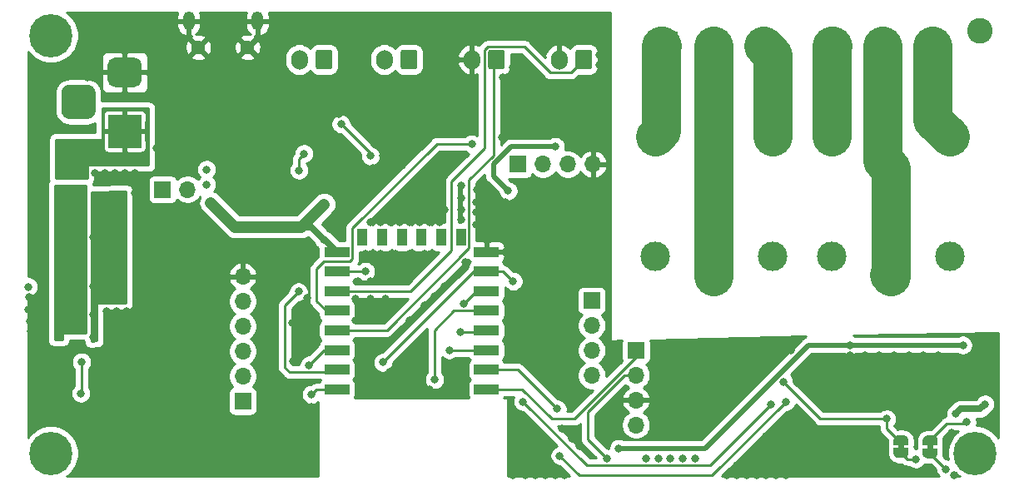
<source format=gbr>
%TF.GenerationSoftware,KiCad,Pcbnew,5.1.9-73d0e3b20d~88~ubuntu18.04.1*%
%TF.CreationDate,2021-03-24T04:21:48+02:00*%
%TF.ProjectId,Electra,456c6563-7472-4612-9e6b-696361645f70,rev?*%
%TF.SameCoordinates,Original*%
%TF.FileFunction,Copper,L2,Bot*%
%TF.FilePolarity,Positive*%
%FSLAX46Y46*%
G04 Gerber Fmt 4.6, Leading zero omitted, Abs format (unit mm)*
G04 Created by KiCad (PCBNEW 5.1.9-73d0e3b20d~88~ubuntu18.04.1) date 2021-03-24 04:21:48*
%MOMM*%
%LPD*%
G01*
G04 APERTURE LIST*
%TA.AperFunction,EtchedComponent*%
%ADD10C,0.100000*%
%TD*%
%TA.AperFunction,ComponentPad*%
%ADD11C,2.600000*%
%TD*%
%TA.AperFunction,ComponentPad*%
%ADD12C,3.000000*%
%TD*%
%TA.AperFunction,ComponentPad*%
%ADD13R,1.700000X1.700000*%
%TD*%
%TA.AperFunction,ComponentPad*%
%ADD14O,1.700000X1.700000*%
%TD*%
%TA.AperFunction,ComponentPad*%
%ADD15O,1.700000X2.000000*%
%TD*%
%TA.AperFunction,ComponentPad*%
%ADD16C,4.400000*%
%TD*%
%TA.AperFunction,ComponentPad*%
%ADD17C,0.700000*%
%TD*%
%TA.AperFunction,ComponentPad*%
%ADD18R,3.000000X3.000000*%
%TD*%
%TA.AperFunction,ComponentPad*%
%ADD19R,3.500000X3.500000*%
%TD*%
%TA.AperFunction,ComponentPad*%
%ADD20C,1.450000*%
%TD*%
%TA.AperFunction,ComponentPad*%
%ADD21O,1.200000X1.900000*%
%TD*%
%TA.AperFunction,SMDPad,CuDef*%
%ADD22C,0.100000*%
%TD*%
%TA.AperFunction,SMDPad,CuDef*%
%ADD23R,2.500000X1.000000*%
%TD*%
%TA.AperFunction,SMDPad,CuDef*%
%ADD24R,1.000000X1.800000*%
%TD*%
%TA.AperFunction,ViaPad*%
%ADD25C,0.800000*%
%TD*%
%TA.AperFunction,Conductor*%
%ADD26C,0.250000*%
%TD*%
%TA.AperFunction,Conductor*%
%ADD27C,1.200000*%
%TD*%
%TA.AperFunction,Conductor*%
%ADD28C,0.700000*%
%TD*%
%TA.AperFunction,Conductor*%
%ADD29C,0.500000*%
%TD*%
%TA.AperFunction,Conductor*%
%ADD30C,4.000000*%
%TD*%
%TA.AperFunction,Conductor*%
%ADD31C,0.254000*%
%TD*%
%TA.AperFunction,Conductor*%
%ADD32C,0.100000*%
%TD*%
G04 APERTURE END LIST*
D10*
%TO.C,JP301*%
G36*
X190200000Y-115100000D02*
G01*
X190200000Y-115600000D01*
X189600000Y-115600000D01*
X189600000Y-115100000D01*
X190200000Y-115100000D01*
G37*
%TO.C,JP401*%
G36*
X187244000Y-115066000D02*
G01*
X187244000Y-115566000D01*
X186644000Y-115566000D01*
X186644000Y-115066000D01*
X187244000Y-115066000D01*
G37*
%TD*%
D11*
%TO.P,REF\u002A\u002A,1*%
%TO.N,N/C*%
X195000000Y-73000000D03*
%TD*%
D12*
%TO.P,K301,11*%
%TO.N,/Relay2/Relay-Common*%
X185920000Y-98000000D03*
%TO.P,K301,A2*%
%TO.N,Net-(D302-Pad1)*%
X179920000Y-96000000D03*
%TO.P,K301,12*%
%TO.N,/Relay2/Relay-Normal-Close*%
X179920000Y-83800000D03*
%TO.P,K301,14*%
%TO.N,/Relay2/Relay-Normal-Open*%
X191920000Y-83800000D03*
%TO.P,K301,A1*%
%TO.N,+5V*%
X191920000Y-96000000D03*
%TD*%
D13*
%TO.P,J801,1*%
%TO.N,+5V*%
X148000000Y-86600000D03*
D14*
%TO.P,J801,2*%
%TO.N,Net-(J801-Pad2)*%
X150540000Y-86600000D03*
%TO.P,J801,3*%
%TO.N,Net-(J801-Pad3)*%
X153080000Y-86600000D03*
%TO.P,J801,4*%
%TO.N,GND*%
X155620000Y-86600000D03*
%TD*%
D12*
%TO.P,K401,A1*%
%TO.N,+5V*%
X173920000Y-96000000D03*
%TO.P,K401,14*%
%TO.N,/Relay1/Relay-Normal-Open*%
X173920000Y-83800000D03*
%TO.P,K401,12*%
%TO.N,/Relay1/Relay-Normal-Close*%
X161920000Y-83800000D03*
%TO.P,K401,A2*%
%TO.N,Net-(D402-Pad1)*%
X161920000Y-96000000D03*
%TO.P,K401,11*%
%TO.N,/Relay1/Relay-Common*%
X167920000Y-98000000D03*
%TD*%
D14*
%TO.P,REF\u002A\u002A,4*%
%TO.N,N/C*%
X155500000Y-108080000D03*
%TO.P,REF\u002A\u002A,3*%
X155500000Y-105540000D03*
%TO.P,REF\u002A\u002A,2*%
X155500000Y-103000000D03*
D13*
%TO.P,REF\u002A\u002A,1*%
X155500000Y-100460000D03*
%TD*%
D15*
%TO.P,J501,2*%
%TO.N,GND*%
X152186000Y-75946000D03*
%TO.P,J501,1*%
%TO.N,/Switch1*%
%TA.AperFunction,ComponentPad*%
G36*
G01*
X155536000Y-75196000D02*
X155536000Y-76696000D01*
G75*
G02*
X155286000Y-76946000I-250000J0D01*
G01*
X154086000Y-76946000D01*
G75*
G02*
X153836000Y-76696000I0J250000D01*
G01*
X153836000Y-75196000D01*
G75*
G02*
X154086000Y-74946000I250000J0D01*
G01*
X155286000Y-74946000D01*
G75*
G02*
X155536000Y-75196000I0J-250000D01*
G01*
G37*
%TD.AperFunction*%
%TD*%
D16*
%TO.P,REF\u002A\u002A,1*%
%TO.N,N/C*%
X100500000Y-73500000D03*
D17*
X102150000Y-73500000D03*
X101666726Y-74666726D03*
X100500000Y-75150000D03*
X99333274Y-74666726D03*
X98850000Y-73500000D03*
X99333274Y-72333274D03*
X100500000Y-71850000D03*
X101666726Y-72333274D03*
%TD*%
%TO.P,REF\u002A\u002A,1*%
%TO.N,N/C*%
X101666726Y-114833274D03*
X100500000Y-114350000D03*
X99333274Y-114833274D03*
X98850000Y-116000000D03*
X99333274Y-117166726D03*
X100500000Y-117650000D03*
X101666726Y-117166726D03*
X102150000Y-116000000D03*
D16*
X100500000Y-116000000D03*
%TD*%
%TO.P,REF\u002A\u002A,1*%
%TO.N,N/C*%
X194500000Y-116000000D03*
D17*
X196150000Y-116000000D03*
X195666726Y-117166726D03*
X194500000Y-117650000D03*
X193333274Y-117166726D03*
X192850000Y-116000000D03*
X193333274Y-114833274D03*
X194500000Y-114350000D03*
X195666726Y-114833274D03*
%TD*%
D12*
%TO.P,J401,3*%
%TO.N,/Relay1/Relay-Normal-Open*%
X172920000Y-74510000D03*
%TO.P,J401,2*%
%TO.N,/Relay1/Relay-Common*%
X167840000Y-74510000D03*
D18*
%TO.P,J401,1*%
%TO.N,/Relay1/Relay-Normal-Close*%
X162760000Y-74510000D03*
%TD*%
D13*
%TO.P,J101,1*%
%TO.N,Net-(J101-Pad1)*%
X120000000Y-110700000D03*
D14*
%TO.P,J101,2*%
%TO.N,Net-(J101-Pad2)*%
X120000000Y-108160000D03*
%TO.P,J101,3*%
%TO.N,/L-SDL*%
X120000000Y-105620000D03*
%TO.P,J101,4*%
%TO.N,/L-SDA*%
X120000000Y-103080000D03*
%TO.P,J101,5*%
%TO.N,+3V3*%
X120000000Y-100540000D03*
%TO.P,J101,6*%
%TO.N,GND*%
X120000000Y-98000000D03*
%TD*%
%TO.P,J102,4*%
%TO.N,+3V3*%
X160000000Y-113120000D03*
%TO.P,J102,3*%
%TO.N,GND*%
X160000000Y-110580000D03*
%TO.P,J102,2*%
%TO.N,/RX*%
X160000000Y-108040000D03*
D13*
%TO.P,J102,1*%
%TO.N,/TX*%
X160000000Y-105500000D03*
%TD*%
D19*
%TO.P,J201,1*%
%TO.N,+VDC*%
X108000000Y-83250000D03*
%TO.P,J201,2*%
%TO.N,GND*%
%TA.AperFunction,ComponentPad*%
G36*
G01*
X107000000Y-75750000D02*
X109000000Y-75750000D01*
G75*
G02*
X109750000Y-76500000I0J-750000D01*
G01*
X109750000Y-78000000D01*
G75*
G02*
X109000000Y-78750000I-750000J0D01*
G01*
X107000000Y-78750000D01*
G75*
G02*
X106250000Y-78000000I0J750000D01*
G01*
X106250000Y-76500000D01*
G75*
G02*
X107000000Y-75750000I750000J0D01*
G01*
G37*
%TD.AperFunction*%
%TO.P,J201,3*%
%TO.N,N/C*%
%TA.AperFunction,ComponentPad*%
G36*
G01*
X102425000Y-78500000D02*
X104175000Y-78500000D01*
G75*
G02*
X105050000Y-79375000I0J-875000D01*
G01*
X105050000Y-81125000D01*
G75*
G02*
X104175000Y-82000000I-875000J0D01*
G01*
X102425000Y-82000000D01*
G75*
G02*
X101550000Y-81125000I0J875000D01*
G01*
X101550000Y-79375000D01*
G75*
G02*
X102425000Y-78500000I875000J0D01*
G01*
G37*
%TD.AperFunction*%
%TD*%
D20*
%TO.P,J202,6*%
%TO.N,GND*%
X120500000Y-74712500D03*
X115500000Y-74712500D03*
D21*
X121500000Y-72012500D03*
X114500000Y-72012500D03*
%TD*%
D13*
%TO.P,J203,1*%
%TO.N,Net-(C205-Pad2)*%
X111850000Y-89150000D03*
D14*
%TO.P,J203,2*%
%TO.N,+5V*%
X114390000Y-89150000D03*
%TD*%
D18*
%TO.P,J301,1*%
%TO.N,/Relay2/Relay-Normal-Close*%
X180010000Y-74510000D03*
D12*
%TO.P,J301,2*%
%TO.N,/Relay2/Relay-Common*%
X185090000Y-74510000D03*
%TO.P,J301,3*%
%TO.N,/Relay2/Relay-Normal-Open*%
X190170000Y-74510000D03*
%TD*%
%TO.P,J502,1*%
%TO.N,/Switch2*%
%TA.AperFunction,ComponentPad*%
G36*
G01*
X146646000Y-75196000D02*
X146646000Y-76696000D01*
G75*
G02*
X146396000Y-76946000I-250000J0D01*
G01*
X145196000Y-76946000D01*
G75*
G02*
X144946000Y-76696000I0J250000D01*
G01*
X144946000Y-75196000D01*
G75*
G02*
X145196000Y-74946000I250000J0D01*
G01*
X146396000Y-74946000D01*
G75*
G02*
X146646000Y-75196000I0J-250000D01*
G01*
G37*
%TD.AperFunction*%
D15*
%TO.P,J502,2*%
%TO.N,GND*%
X143296000Y-75946000D03*
%TD*%
%TO.P,J701,1*%
%TO.N,Net-(J701-Pad1)*%
%TA.AperFunction,ComponentPad*%
G36*
G01*
X137756000Y-75196000D02*
X137756000Y-76696000D01*
G75*
G02*
X137506000Y-76946000I-250000J0D01*
G01*
X136306000Y-76946000D01*
G75*
G02*
X136056000Y-76696000I0J250000D01*
G01*
X136056000Y-75196000D01*
G75*
G02*
X136306000Y-74946000I250000J0D01*
G01*
X137506000Y-74946000D01*
G75*
G02*
X137756000Y-75196000I0J-250000D01*
G01*
G37*
%TD.AperFunction*%
%TO.P,J701,2*%
%TO.N,/ESP8266/ADC*%
X134406000Y-75946000D03*
%TD*%
%TO.P,J702,2*%
%TO.N,/ESP8266/ADC*%
X125770000Y-75946000D03*
%TO.P,J702,1*%
%TO.N,Net-(J702-Pad1)*%
%TA.AperFunction,ComponentPad*%
G36*
G01*
X129120000Y-75196000D02*
X129120000Y-76696000D01*
G75*
G02*
X128870000Y-76946000I-250000J0D01*
G01*
X127670000Y-76946000D01*
G75*
G02*
X127420000Y-76696000I0J250000D01*
G01*
X127420000Y-75196000D01*
G75*
G02*
X127670000Y-74946000I250000J0D01*
G01*
X128870000Y-74946000D01*
G75*
G02*
X129120000Y-75196000I0J-250000D01*
G01*
G37*
%TD.AperFunction*%
%TD*%
%TA.AperFunction,SMDPad,CuDef*%
D22*
%TO.P,JP301,2*%
%TO.N,Net-(D302-Pad1)*%
G36*
X189150602Y-114700000D02*
G01*
X189150602Y-114675466D01*
X189155412Y-114626635D01*
X189164984Y-114578510D01*
X189179228Y-114531555D01*
X189198005Y-114486222D01*
X189221136Y-114442949D01*
X189248396Y-114402150D01*
X189279524Y-114364221D01*
X189314221Y-114329524D01*
X189352150Y-114298396D01*
X189392949Y-114271136D01*
X189436222Y-114248005D01*
X189481555Y-114229228D01*
X189528510Y-114214984D01*
X189576635Y-114205412D01*
X189625466Y-114200602D01*
X189650000Y-114200602D01*
X189650000Y-114200000D01*
X190150000Y-114200000D01*
X190150000Y-114200602D01*
X190174534Y-114200602D01*
X190223365Y-114205412D01*
X190271490Y-114214984D01*
X190318445Y-114229228D01*
X190363778Y-114248005D01*
X190407051Y-114271136D01*
X190447850Y-114298396D01*
X190485779Y-114329524D01*
X190520476Y-114364221D01*
X190551604Y-114402150D01*
X190578864Y-114442949D01*
X190601995Y-114486222D01*
X190620772Y-114531555D01*
X190635016Y-114578510D01*
X190644588Y-114626635D01*
X190649398Y-114675466D01*
X190649398Y-114700000D01*
X190650000Y-114700000D01*
X190650000Y-115200000D01*
X189150000Y-115200000D01*
X189150000Y-114700000D01*
X189150602Y-114700000D01*
G37*
%TD.AperFunction*%
%TA.AperFunction,SMDPad,CuDef*%
%TO.P,JP301,1*%
%TO.N,Net-(D301-Pad1)*%
G36*
X190650000Y-115500000D02*
G01*
X190650000Y-116000000D01*
X190649398Y-116000000D01*
X190649398Y-116024534D01*
X190644588Y-116073365D01*
X190635016Y-116121490D01*
X190620772Y-116168445D01*
X190601995Y-116213778D01*
X190578864Y-116257051D01*
X190551604Y-116297850D01*
X190520476Y-116335779D01*
X190485779Y-116370476D01*
X190447850Y-116401604D01*
X190407051Y-116428864D01*
X190363778Y-116451995D01*
X190318445Y-116470772D01*
X190271490Y-116485016D01*
X190223365Y-116494588D01*
X190174534Y-116499398D01*
X190150000Y-116499398D01*
X190150000Y-116500000D01*
X189650000Y-116500000D01*
X189650000Y-116499398D01*
X189625466Y-116499398D01*
X189576635Y-116494588D01*
X189528510Y-116485016D01*
X189481555Y-116470772D01*
X189436222Y-116451995D01*
X189392949Y-116428864D01*
X189352150Y-116401604D01*
X189314221Y-116370476D01*
X189279524Y-116335779D01*
X189248396Y-116297850D01*
X189221136Y-116257051D01*
X189198005Y-116213778D01*
X189179228Y-116168445D01*
X189164984Y-116121490D01*
X189155412Y-116073365D01*
X189150602Y-116024534D01*
X189150602Y-116000000D01*
X189150000Y-116000000D01*
X189150000Y-115500000D01*
X190650000Y-115500000D01*
G37*
%TD.AperFunction*%
%TD*%
%TA.AperFunction,SMDPad,CuDef*%
%TO.P,JP401,1*%
%TO.N,Net-(D401-Pad1)*%
G36*
X187694000Y-115466000D02*
G01*
X187694000Y-115966000D01*
X187693398Y-115966000D01*
X187693398Y-115990534D01*
X187688588Y-116039365D01*
X187679016Y-116087490D01*
X187664772Y-116134445D01*
X187645995Y-116179778D01*
X187622864Y-116223051D01*
X187595604Y-116263850D01*
X187564476Y-116301779D01*
X187529779Y-116336476D01*
X187491850Y-116367604D01*
X187451051Y-116394864D01*
X187407778Y-116417995D01*
X187362445Y-116436772D01*
X187315490Y-116451016D01*
X187267365Y-116460588D01*
X187218534Y-116465398D01*
X187194000Y-116465398D01*
X187194000Y-116466000D01*
X186694000Y-116466000D01*
X186694000Y-116465398D01*
X186669466Y-116465398D01*
X186620635Y-116460588D01*
X186572510Y-116451016D01*
X186525555Y-116436772D01*
X186480222Y-116417995D01*
X186436949Y-116394864D01*
X186396150Y-116367604D01*
X186358221Y-116336476D01*
X186323524Y-116301779D01*
X186292396Y-116263850D01*
X186265136Y-116223051D01*
X186242005Y-116179778D01*
X186223228Y-116134445D01*
X186208984Y-116087490D01*
X186199412Y-116039365D01*
X186194602Y-115990534D01*
X186194602Y-115966000D01*
X186194000Y-115966000D01*
X186194000Y-115466000D01*
X187694000Y-115466000D01*
G37*
%TD.AperFunction*%
%TA.AperFunction,SMDPad,CuDef*%
%TO.P,JP401,2*%
%TO.N,Net-(D402-Pad1)*%
G36*
X186194602Y-114666000D02*
G01*
X186194602Y-114641466D01*
X186199412Y-114592635D01*
X186208984Y-114544510D01*
X186223228Y-114497555D01*
X186242005Y-114452222D01*
X186265136Y-114408949D01*
X186292396Y-114368150D01*
X186323524Y-114330221D01*
X186358221Y-114295524D01*
X186396150Y-114264396D01*
X186436949Y-114237136D01*
X186480222Y-114214005D01*
X186525555Y-114195228D01*
X186572510Y-114180984D01*
X186620635Y-114171412D01*
X186669466Y-114166602D01*
X186694000Y-114166602D01*
X186694000Y-114166000D01*
X187194000Y-114166000D01*
X187194000Y-114166602D01*
X187218534Y-114166602D01*
X187267365Y-114171412D01*
X187315490Y-114180984D01*
X187362445Y-114195228D01*
X187407778Y-114214005D01*
X187451051Y-114237136D01*
X187491850Y-114264396D01*
X187529779Y-114295524D01*
X187564476Y-114330221D01*
X187595604Y-114368150D01*
X187622864Y-114408949D01*
X187645995Y-114452222D01*
X187664772Y-114497555D01*
X187679016Y-114544510D01*
X187688588Y-114592635D01*
X187693398Y-114641466D01*
X187693398Y-114666000D01*
X187694000Y-114666000D01*
X187694000Y-115166000D01*
X186194000Y-115166000D01*
X186194000Y-114666000D01*
X186194602Y-114666000D01*
G37*
%TD.AperFunction*%
%TD*%
D23*
%TO.P,U601,1*%
%TO.N,/ESP8266/~RST*%
X129584000Y-109500000D03*
%TO.P,U601,2*%
%TO.N,/ESP8266/ADC*%
X129584000Y-107500000D03*
%TO.P,U601,3*%
%TO.N,Net-(R603-Pad2)*%
X129584000Y-105500000D03*
%TO.P,U601,4*%
%TO.N,/Switch2*%
X129584000Y-103500000D03*
%TO.P,U601,5*%
%TO.N,/ESP8266/GPIO14*%
X129584000Y-101500000D03*
%TO.P,U601,6*%
%TO.N,/Switch1*%
X129584000Y-99500000D03*
%TO.P,U601,7*%
%TO.N,/Relay1*%
X129584000Y-97500000D03*
%TO.P,U601,8*%
%TO.N,+3V3*%
X129584000Y-95500000D03*
D24*
%TO.P,U601,9*%
%TO.N,Net-(U601-Pad9)*%
X132184000Y-94000000D03*
%TO.P,U601,10*%
%TO.N,Net-(U601-Pad10)*%
X134184000Y-94000000D03*
%TO.P,U601,11*%
%TO.N,Net-(U601-Pad11)*%
X136184000Y-94000000D03*
%TO.P,U601,12*%
%TO.N,/ESP8266/GPIO10*%
X138184000Y-94000000D03*
%TO.P,U601,13*%
%TO.N,Net-(U601-Pad13)*%
X140184000Y-94000000D03*
%TO.P,U601,14*%
%TO.N,Net-(U601-Pad14)*%
X142184000Y-94000000D03*
D23*
%TO.P,U601,15*%
%TO.N,GND*%
X144784000Y-95500000D03*
%TO.P,U601,16*%
%TO.N,/Relay2*%
X144784000Y-97500000D03*
%TO.P,U601,17*%
%TO.N,/ESP8266/GPIO2*%
X144784000Y-99500000D03*
%TO.P,U601,18*%
%TO.N,/ESP8266/GPIO0*%
X144784000Y-101500000D03*
%TO.P,U601,19*%
%TO.N,/L-SDA*%
X144784000Y-103500000D03*
%TO.P,U601,20*%
%TO.N,/L-SDL*%
X144784000Y-105500000D03*
%TO.P,U601,21*%
%TO.N,/RX*%
X144784000Y-107500000D03*
%TO.P,U601,22*%
%TO.N,/TX*%
X144784000Y-109500000D03*
%TD*%
D25*
%TO.N,Net-(C201-Pad1)*%
X102500000Y-102400000D03*
X102500000Y-103400000D03*
X101500000Y-103400000D03*
X101500000Y-102400000D03*
X101300000Y-92700000D03*
X102500000Y-92700000D03*
X103700000Y-92700000D03*
%TO.N,GND*%
X107150000Y-101550000D03*
X107150000Y-102450000D03*
X107150000Y-103400000D03*
X107150000Y-104350000D03*
X106150000Y-101550000D03*
X108150000Y-101550000D03*
X108175000Y-102450000D03*
X108200000Y-103375000D03*
X108200000Y-104325000D03*
X120650000Y-88138000D03*
X120650000Y-89154000D03*
X120650000Y-90170000D03*
X120650000Y-91186000D03*
X120650000Y-87122000D03*
X119634000Y-87122000D03*
X118618000Y-87122000D03*
X118618000Y-86106000D03*
X119634000Y-86106000D03*
X120650000Y-86106000D03*
X115062000Y-80518000D03*
X115062000Y-81534000D03*
X115062000Y-82550000D03*
X118110000Y-82550000D03*
X118110000Y-81534000D03*
X118110000Y-80518000D03*
X118110000Y-79502000D03*
X115062000Y-79502000D03*
X116078000Y-82550000D03*
X117094000Y-82550000D03*
X122174000Y-82550000D03*
X123190000Y-82550000D03*
X124206000Y-82550000D03*
X125222000Y-82550000D03*
X125222000Y-81534000D03*
X125222000Y-80518000D03*
X125222000Y-79502000D03*
X122174000Y-81534000D03*
X122174000Y-80518000D03*
X122174000Y-79502000D03*
%TO.N,Net-(J601-Pad4)*%
X98200000Y-99060000D03*
%TO.N,GND*%
X98250000Y-100100000D03*
X98200000Y-101350000D03*
X98806000Y-97536000D03*
X99822000Y-96520000D03*
X110236000Y-105156000D03*
X111252000Y-105156000D03*
X112268000Y-105156000D03*
X113792000Y-105156000D03*
X114808000Y-105156000D03*
X115824000Y-105156000D03*
X116586000Y-106172000D03*
X109220000Y-106172000D03*
X109220000Y-107188000D03*
X116586000Y-107188000D03*
X113250000Y-110250000D03*
X114250000Y-110250000D03*
X115250000Y-110250000D03*
X116250000Y-110250000D03*
X117250000Y-110250000D03*
X113250000Y-111250000D03*
X113250000Y-112250000D03*
X114250000Y-112250000D03*
X114250000Y-111250000D03*
X115250000Y-111250000D03*
X115250000Y-112250000D03*
X116250000Y-112250000D03*
X116250000Y-111250000D03*
X117250000Y-111250000D03*
X117250000Y-112250000D03*
X162750000Y-105500000D03*
X164500000Y-105500000D03*
X167000000Y-105500000D03*
X168750000Y-105500000D03*
X170500000Y-105500000D03*
X172250000Y-105500000D03*
X174000000Y-105500000D03*
X175750000Y-105500000D03*
X168750000Y-106500000D03*
X170500000Y-106500000D03*
X172250000Y-106500000D03*
X174000000Y-106500000D03*
X170500000Y-107500000D03*
X172250000Y-107500000D03*
X162750000Y-106500000D03*
X164500000Y-106500000D03*
X164500000Y-107500000D03*
X164500000Y-108500000D03*
X166000000Y-107500000D03*
X166000000Y-108500000D03*
X166000000Y-109500000D03*
X167500000Y-108500000D03*
X167500000Y-109500000D03*
X167500000Y-110500000D03*
X168750000Y-110500000D03*
X170000000Y-110500000D03*
X168750000Y-109500000D03*
X170000000Y-109500000D03*
X171250000Y-109500000D03*
X162750000Y-110250000D03*
X162750000Y-111250000D03*
X164000000Y-110750000D03*
X164000000Y-111750000D03*
X183250000Y-106000000D03*
X184750000Y-106000000D03*
X186250000Y-106000000D03*
X181750000Y-106000000D03*
X187750000Y-106000000D03*
X188500000Y-106750000D03*
X189250000Y-106000000D03*
X184000000Y-106750000D03*
X182500000Y-106750000D03*
X185500000Y-106750000D03*
X187000000Y-106750000D03*
X190000000Y-106750000D03*
X190750000Y-106000000D03*
X191500000Y-106750000D03*
X181000000Y-106750000D03*
X173250000Y-114250000D03*
X174250000Y-114250000D03*
X175250000Y-114250000D03*
X176250000Y-114250000D03*
X173250000Y-115250000D03*
X174250000Y-115250000D03*
X175250000Y-115250000D03*
X176250000Y-115250000D03*
X173250000Y-116250000D03*
X174250000Y-116250000D03*
X175250000Y-116250000D03*
X179250000Y-114250000D03*
X179250000Y-115250000D03*
X179250000Y-116250000D03*
X182500000Y-114250000D03*
X182500000Y-115250000D03*
X182500000Y-116250000D03*
X185250000Y-115250000D03*
X185250000Y-116250000D03*
X172250000Y-115250000D03*
X172250000Y-116250000D03*
X171250000Y-116250000D03*
X172250000Y-117250000D03*
X173250000Y-117250000D03*
X174250000Y-117250000D03*
X175250000Y-117250000D03*
X175250000Y-118250000D03*
X174250000Y-118250000D03*
X173250000Y-118250000D03*
X172250000Y-118250000D03*
X171250000Y-118250000D03*
X171250000Y-117250000D03*
X170250000Y-117250000D03*
X170250000Y-118250000D03*
X169250000Y-118250000D03*
X161000000Y-116500000D03*
X162250000Y-116500000D03*
X163500000Y-116500000D03*
X164750000Y-116500000D03*
X166000000Y-116500000D03*
X163000000Y-114250000D03*
X164000000Y-114250000D03*
X165000000Y-114250000D03*
X166250000Y-114250000D03*
X147500000Y-118250000D03*
X148750000Y-118250000D03*
X149750000Y-118250000D03*
X150750000Y-118250000D03*
X151750000Y-118250000D03*
X152750000Y-118250000D03*
X147500000Y-113500000D03*
X147500000Y-114500000D03*
X147500000Y-115750000D03*
X147500000Y-117000000D03*
X150000000Y-115750000D03*
X148750000Y-114500000D03*
X148750000Y-115750000D03*
X148750000Y-117000000D03*
X150000000Y-117000000D03*
X151250000Y-117000000D03*
X150750000Y-106750000D03*
X152000000Y-106750000D03*
X150750000Y-105500000D03*
X152000000Y-105500000D03*
X150750000Y-104250000D03*
X152000000Y-104250000D03*
X150750000Y-102750000D03*
X152000000Y-102750000D03*
X150750000Y-101000000D03*
X152000000Y-101000000D03*
X150750000Y-99250000D03*
X152000000Y-99250000D03*
X121000000Y-117250000D03*
X122000000Y-116250000D03*
X123000000Y-115250000D03*
X124000000Y-114250000D03*
X125000000Y-113250000D03*
X126000000Y-112250000D03*
X127000000Y-111250000D03*
X127000000Y-113000000D03*
X126000000Y-114000000D03*
X124750000Y-115250000D03*
X123500000Y-116500000D03*
X122500000Y-117750000D03*
X124250000Y-118000000D03*
X125250000Y-116750000D03*
X126250000Y-115750000D03*
X127250000Y-114750000D03*
X126000000Y-118000000D03*
X127000000Y-117000000D03*
X132250000Y-109500000D03*
X133500000Y-109500000D03*
X134750000Y-109500000D03*
X136000000Y-109500000D03*
X137500000Y-109500000D03*
X139000000Y-109500000D03*
X140500000Y-109500000D03*
X142000000Y-109500000D03*
X142000000Y-108250000D03*
X142000000Y-107000000D03*
X132500000Y-95750000D03*
X133250000Y-96500000D03*
X134000000Y-95750000D03*
X134750000Y-96500000D03*
X135500000Y-95750000D03*
X136250000Y-96500000D03*
X137000000Y-95750000D03*
X137750000Y-96500000D03*
X138500000Y-95750000D03*
X131750000Y-98500000D03*
X133000000Y-98500000D03*
X134250000Y-98500000D03*
X135500000Y-98500000D03*
X136750000Y-98500000D03*
X131500000Y-100250000D03*
X132250000Y-101000000D03*
X133000000Y-100250000D03*
X133750000Y-101000000D03*
X134500000Y-100250000D03*
X135250000Y-101000000D03*
X131500000Y-102500000D03*
X132500000Y-102500000D03*
X133750000Y-102500000D03*
X137000000Y-102500000D03*
X138500000Y-101000000D03*
X139500000Y-100000000D03*
X140500000Y-99000000D03*
X146750000Y-95500000D03*
X145000000Y-94250000D03*
X152500000Y-113500000D03*
X153500000Y-114500000D03*
X154250000Y-115250000D03*
X106750000Y-115000000D03*
X107750000Y-115000000D03*
X106750000Y-116000000D03*
X107750000Y-116000000D03*
X115250000Y-115000000D03*
X116250000Y-115000000D03*
X115250000Y-116000000D03*
X116250000Y-116000000D03*
X122000000Y-106500000D03*
X123250000Y-106500000D03*
X122000000Y-107750000D03*
X123250000Y-107750000D03*
X122000000Y-109000000D03*
X122000000Y-104500000D03*
X123250000Y-104500000D03*
X122000000Y-102750000D03*
X123250000Y-102750000D03*
X125000000Y-102750000D03*
X126500000Y-102750000D03*
X122800000Y-101000000D03*
X122700000Y-99800000D03*
X122400000Y-98600000D03*
X122900000Y-97600000D03*
X124200000Y-99300000D03*
X122900000Y-95500000D03*
X122400000Y-96600000D03*
X117250000Y-95500000D03*
X117250000Y-97000000D03*
X117250000Y-98500000D03*
X117250000Y-100000000D03*
X117250000Y-101500000D03*
X130000000Y-93250000D03*
X130000000Y-92250000D03*
X130000000Y-91250000D03*
X130000000Y-90250000D03*
X133000000Y-92500000D03*
X134000000Y-92500000D03*
X135000000Y-92500000D03*
X136000000Y-92500000D03*
X137000000Y-92500000D03*
X138000000Y-92500000D03*
X139000000Y-92500000D03*
X140000000Y-92500000D03*
X135250000Y-91250000D03*
X136500000Y-91250000D03*
X137500000Y-91250000D03*
X138500000Y-91250000D03*
X139500000Y-91250000D03*
X140500000Y-91250000D03*
X136250000Y-90000000D03*
X137250000Y-90000000D03*
X138250000Y-90000000D03*
X139250000Y-90000000D03*
X140250000Y-90000000D03*
X137750000Y-88750000D03*
X138750000Y-88750000D03*
X139750000Y-88750000D03*
X139000000Y-87750000D03*
X139750000Y-87000000D03*
X140500000Y-86000000D03*
X141750000Y-86000000D03*
X141250000Y-87000000D03*
X140500000Y-87750000D03*
X142250000Y-88750000D03*
X142250000Y-90000000D03*
X142250000Y-91250000D03*
X142250000Y-92250000D03*
X143750000Y-90500000D03*
X143750000Y-91500000D03*
X143750000Y-92750000D03*
X145750000Y-90500000D03*
X146750000Y-90500000D03*
X147750000Y-90500000D03*
X148750000Y-90500000D03*
X149750000Y-90500000D03*
X151000000Y-90500000D03*
X152000000Y-90500000D03*
X153000000Y-90500000D03*
X154000000Y-90500000D03*
X155000000Y-90500000D03*
X155000000Y-91500000D03*
X154000000Y-91500000D03*
X153000000Y-91500000D03*
X152000000Y-91500000D03*
X151000000Y-91500000D03*
X149750000Y-91500000D03*
X148750000Y-91500000D03*
X147750000Y-91500000D03*
X146750000Y-91500000D03*
X145750000Y-91500000D03*
X146750000Y-92500000D03*
X147500000Y-93250000D03*
X148250000Y-94000000D03*
X149000000Y-94750000D03*
X149750000Y-95500000D03*
X150250000Y-96500000D03*
X150500000Y-97750000D03*
X151500000Y-97750000D03*
X153250000Y-96500000D03*
X154250000Y-95500000D03*
X155000000Y-94750000D03*
X155000000Y-93500000D03*
X155000000Y-92500000D03*
X148250000Y-92500000D03*
X149500000Y-92500000D03*
X150500000Y-92500000D03*
X151500000Y-92500000D03*
X152500000Y-92500000D03*
X153750000Y-92500000D03*
X149250000Y-93500000D03*
X150500000Y-93500000D03*
X151500000Y-93500000D03*
X152500000Y-93500000D03*
X153750000Y-93500000D03*
X150250000Y-94500000D03*
X151250000Y-94500000D03*
X152250000Y-94500000D03*
X153500000Y-94500000D03*
X151000000Y-95500000D03*
X152000000Y-95500000D03*
X153000000Y-95500000D03*
X151250000Y-96500000D03*
X152250000Y-96500000D03*
X134250000Y-85750000D03*
X135250000Y-85750000D03*
X136250000Y-85750000D03*
X136250000Y-86750000D03*
X135250000Y-87500000D03*
X134500000Y-88250000D03*
X133750000Y-89000000D03*
X133000000Y-89750000D03*
X133250000Y-87000000D03*
X134500000Y-87000000D03*
X133250000Y-88000000D03*
X129500000Y-88750000D03*
X127250000Y-80500000D03*
X128250000Y-80500000D03*
X129250000Y-80750000D03*
X129750000Y-81500000D03*
X127250000Y-79500000D03*
X128250000Y-79500000D03*
X132750000Y-79250000D03*
X133750000Y-79250000D03*
X134750000Y-79250000D03*
X135750000Y-79250000D03*
X133750000Y-80250000D03*
X134750000Y-80250000D03*
X135750000Y-80250000D03*
X138000000Y-79250000D03*
X139000000Y-79250000D03*
X138500000Y-80000000D03*
X120250000Y-76500000D03*
X121250000Y-76500000D03*
X122250000Y-76500000D03*
X120250000Y-77500000D03*
X121250000Y-77500000D03*
X122250000Y-77500000D03*
X120750000Y-78500000D03*
X121750000Y-78500000D03*
X114000000Y-76500000D03*
X115000000Y-76500000D03*
X116000000Y-76500000D03*
X117000000Y-76500000D03*
X118000000Y-76500000D03*
X117500000Y-77250000D03*
X116500000Y-77250000D03*
X115500000Y-77250000D03*
X114500000Y-77250000D03*
X113500000Y-77250000D03*
X114000000Y-78000000D03*
X115000000Y-78000000D03*
X116000000Y-78000000D03*
X117000000Y-78000000D03*
X118000000Y-78000000D03*
X113500000Y-78750000D03*
X114500000Y-78750000D03*
X114000000Y-79500000D03*
X118500000Y-78750000D03*
X119000000Y-79500000D03*
X111250000Y-85000000D03*
X112250000Y-85000000D03*
X113250000Y-85000000D03*
X111750000Y-85750000D03*
X112750000Y-85750000D03*
X111750000Y-86750000D03*
X113750000Y-85750000D03*
X105000000Y-87500000D03*
X106000000Y-87500000D03*
X107000000Y-87500000D03*
X108000000Y-87500000D03*
X109000000Y-87500000D03*
X109000000Y-88500000D03*
X109000000Y-89500000D03*
X140750000Y-79250000D03*
X142250000Y-80000000D03*
X154500000Y-97750000D03*
X155500000Y-97000000D03*
X156500000Y-96250000D03*
X155750000Y-98000000D03*
X156500000Y-97250000D03*
X155250000Y-83750000D03*
X156000000Y-83000000D03*
X156750000Y-82250000D03*
X156250000Y-84000000D03*
X157000000Y-83250000D03*
X156000000Y-81500000D03*
X157000000Y-80750000D03*
X156000000Y-80000000D03*
X156000000Y-78750000D03*
X157000000Y-78750000D03*
X154750000Y-78750000D03*
X153500000Y-78750000D03*
X152250000Y-78750000D03*
X151000000Y-78750000D03*
X149750000Y-78750000D03*
X148500000Y-78750000D03*
X147250000Y-78750000D03*
X146500000Y-77750000D03*
X147750000Y-77750000D03*
X149000000Y-77750000D03*
X150250000Y-77750000D03*
X147500000Y-76750000D03*
X148500000Y-76750000D03*
X147750000Y-75750000D03*
X156250000Y-77500000D03*
X156250000Y-76500000D03*
X156250000Y-75500000D03*
X156250000Y-74500000D03*
X156250000Y-73250000D03*
X156250000Y-72000000D03*
X156750000Y-94750000D03*
X156750000Y-93250000D03*
X156750000Y-91500000D03*
X112000000Y-73750000D03*
X111000000Y-73750000D03*
X110000000Y-73750000D03*
X108750000Y-73750000D03*
X107500000Y-73750000D03*
X106250000Y-73750000D03*
X105250000Y-73750000D03*
X104250000Y-73750000D03*
X104250000Y-74750000D03*
X105250000Y-74750000D03*
X106250000Y-74750000D03*
X107500000Y-74750000D03*
X108750000Y-74750000D03*
X110000000Y-74750000D03*
X111000000Y-74750000D03*
X112000000Y-74750000D03*
X112000000Y-76000000D03*
X112000000Y-77250000D03*
X112000000Y-78500000D03*
X112000000Y-79750000D03*
X112000000Y-81000000D03*
X112000000Y-82250000D03*
X112000000Y-83500000D03*
X104250000Y-76750000D03*
X104250000Y-77750000D03*
X156400000Y-88500000D03*
X156600000Y-89500000D03*
X143800000Y-89200000D03*
X146400000Y-83900000D03*
X146700000Y-82800000D03*
X123600000Y-100200000D03*
X125780000Y-100990000D03*
X126550000Y-100240000D03*
X125390000Y-104590000D03*
X126910000Y-104540000D03*
X132160000Y-104660000D03*
X133910000Y-104660000D03*
X138030000Y-104670000D03*
X138070000Y-106540000D03*
X136210000Y-106540000D03*
X137060000Y-107680000D03*
X132430000Y-107420000D03*
X125150000Y-106660000D03*
X123090000Y-108940000D03*
X134930000Y-107700000D03*
X140590000Y-107390000D03*
X142680000Y-96590000D03*
X148230000Y-96700000D03*
X146860000Y-96650000D03*
X144670000Y-93230000D03*
X157260000Y-111320000D03*
X152070000Y-108080000D03*
X157750000Y-105960000D03*
X181080000Y-109110000D03*
X182440000Y-111460000D03*
X195990000Y-112790000D03*
X192060000Y-113900000D03*
X194660000Y-104910000D03*
X196610000Y-104890000D03*
X192320000Y-118240000D03*
X98400000Y-102550000D03*
X99650000Y-102550000D03*
X98450000Y-103550000D03*
X99650000Y-103600000D03*
X98500000Y-104500000D03*
X104950000Y-108050000D03*
X105950000Y-106950000D03*
X106550000Y-108950000D03*
X107650000Y-107700000D03*
X107700000Y-108650000D03*
X108750000Y-108600000D03*
X103050000Y-113300000D03*
X98500000Y-113200000D03*
X103400000Y-111350000D03*
X103400000Y-112400000D03*
X102000000Y-113250000D03*
%TO.N,+3V3*%
X125730000Y-87210000D03*
X126238000Y-85510000D03*
X116332000Y-87122000D03*
X116332000Y-88646000D03*
X116745999Y-90518001D03*
X128270000Y-90678000D03*
X128250000Y-94250000D03*
X151800000Y-84800000D03*
X147000000Y-89300000D03*
%TO.N,Net-(C204-Pad1)*%
X104800000Y-101900000D03*
X104800000Y-104200000D03*
X104800000Y-94000000D03*
X107650000Y-94000000D03*
X105750000Y-94000000D03*
X104800000Y-99050000D03*
X106700000Y-94000000D03*
X105750000Y-99050000D03*
X106700000Y-99050000D03*
X107650000Y-99100000D03*
%TO.N,Net-(C207-Pad1)*%
X103600000Y-106700000D03*
X103550000Y-109900000D03*
%TO.N,+5V*%
X192500000Y-112000000D03*
X195500000Y-111000000D03*
X193250000Y-105000000D03*
X158250000Y-115500000D03*
X181749994Y-105000000D03*
%TO.N,+VDC*%
X104450000Y-85450000D03*
X104450000Y-84500000D03*
X104450000Y-86350000D03*
X101400000Y-84450000D03*
X102350000Y-84450000D03*
X103400000Y-84450000D03*
X106500000Y-85900000D03*
X107600000Y-85900000D03*
X108600000Y-85900000D03*
X109700000Y-85900000D03*
X105400000Y-85900000D03*
%TO.N,Net-(D301-Pad1)*%
X191516000Y-117602000D03*
%TO.N,Net-(D302-Pad1)*%
X193650004Y-112850004D03*
%TO.N,Net-(D401-Pad1)*%
X188468000Y-116586000D03*
%TO.N,Net-(D402-Pad1)*%
X185500000Y-112500000D03*
X175000000Y-108750000D03*
%TO.N,/L-SDL*%
X141000000Y-105500000D03*
%TO.N,/L-SDA*%
X142154653Y-103654653D03*
%TO.N,/RX*%
X151999996Y-111500000D03*
X157000000Y-116500000D03*
%TO.N,/ESP8266/ADC*%
X130000000Y-82499992D03*
X133000000Y-85750006D03*
X125680000Y-99560000D03*
%TO.N,/ESP8266/GPIO14*%
X143289294Y-84513989D03*
%TO.N,/Relay2*%
X134250000Y-106750000D03*
X175250000Y-110750000D03*
X152250000Y-116250000D03*
X147500000Y-98500000D03*
%TO.N,/Relay1*%
X148500000Y-110750000D03*
X132500000Y-97500008D03*
X173750000Y-111000000D03*
%TO.N,/ESP8266/GPIO0*%
X139500000Y-108500000D03*
%TO.N,/ESP8266/~RST*%
X127000000Y-110000000D03*
%TO.N,Net-(R603-Pad2)*%
X126762660Y-107024990D03*
%TO.N,/ESP8266/GPIO2*%
X142500000Y-100750000D03*
%TD*%
D26*
%TO.N,+3V3*%
X125730000Y-86018000D02*
X126238000Y-85510000D01*
X125730000Y-87210000D02*
X125730000Y-86018000D01*
D27*
X119191998Y-92964000D02*
X125984000Y-92964000D01*
X116745999Y-90518001D02*
X119191998Y-92964000D01*
X125984000Y-92964000D02*
X128270000Y-90678000D01*
X126362500Y-92585500D02*
X128270000Y-90678000D01*
D28*
X128334000Y-94250000D02*
X128250000Y-94250000D01*
X126964000Y-92964000D02*
X128250000Y-94250000D01*
X125984000Y-92964000D02*
X126964000Y-92964000D01*
X129584000Y-95500000D02*
X128334000Y-94250000D01*
D29*
X147289998Y-84800000D02*
X145500000Y-86589998D01*
X151800000Y-84800000D02*
X147289998Y-84800000D01*
X145500000Y-86589998D02*
X145500000Y-87800000D01*
X145500000Y-87800000D02*
X147000000Y-89300000D01*
D26*
%TO.N,Net-(C207-Pad1)*%
X103600000Y-106700000D02*
X103600000Y-109850000D01*
X103600000Y-109850000D02*
X103550000Y-109900000D01*
D28*
%TO.N,+5V*%
X192500000Y-112000000D02*
X193000000Y-111500000D01*
X193000000Y-111500000D02*
X195000000Y-111500000D01*
X195000000Y-111500000D02*
X195500000Y-111000000D01*
D29*
X193250000Y-105000000D02*
X181750000Y-105000000D01*
X167000000Y-115500000D02*
X177500000Y-105000000D01*
X177500000Y-105000000D02*
X181749994Y-105000000D01*
X158250000Y-115500000D02*
X167000000Y-115500000D01*
D26*
X181750000Y-105000000D02*
X181749994Y-105000000D01*
%TO.N,Net-(D301-Pad1)*%
X189992000Y-116078000D02*
X189992000Y-115712000D01*
X191502000Y-117602000D02*
X189900000Y-116000000D01*
X191516000Y-117602000D02*
X191502000Y-117602000D01*
%TO.N,Net-(D302-Pad1)*%
X189992000Y-114412000D02*
X190488000Y-114412000D01*
X191600000Y-113000000D02*
X192000000Y-113000000D01*
X189900000Y-114700000D02*
X191600000Y-113000000D01*
X191900000Y-113000000D02*
X192000000Y-113000000D01*
X192000000Y-113000000D02*
X193500008Y-113000000D01*
X193500008Y-113000000D02*
X193650004Y-112850004D01*
%TO.N,Net-(D401-Pad1)*%
X187564000Y-116586000D02*
X186944000Y-115966000D01*
X188468000Y-116586000D02*
X187564000Y-116586000D01*
%TO.N,Net-(D402-Pad1)*%
X186666000Y-114666000D02*
X186944000Y-114666000D01*
X185500000Y-112500000D02*
X185500000Y-113500000D01*
X185500000Y-113500000D02*
X186666000Y-114666000D01*
X185500000Y-112500000D02*
X178750000Y-112500000D01*
X178750000Y-112500000D02*
X175000000Y-108750000D01*
%TO.N,/L-SDL*%
X141000000Y-105500000D02*
X144784000Y-105500000D01*
%TO.N,/L-SDA*%
X144629347Y-103654653D02*
X144784000Y-103500000D01*
X142154653Y-103654653D02*
X144629347Y-103654653D01*
%TO.N,/RX*%
X144784000Y-107500000D02*
X147999996Y-107500000D01*
X147999996Y-107500000D02*
X151999996Y-111500000D01*
X155100000Y-111800000D02*
X155100000Y-114600000D01*
X155100000Y-114600000D02*
X157000000Y-116500000D01*
X160000000Y-108040000D02*
X158860000Y-108040000D01*
X158860000Y-108040000D02*
X155100000Y-111800000D01*
%TO.N,/TX*%
X160000000Y-106250000D02*
X160000000Y-105500000D01*
X153750000Y-112500000D02*
X160000000Y-106250000D01*
X151426998Y-112500000D02*
X153750000Y-112500000D01*
X144784000Y-109500000D02*
X148426998Y-109500000D01*
X148426998Y-109500000D02*
X151426998Y-112500000D01*
D30*
%TO.N,/Relay2/Relay-Normal-Close*%
X179920000Y-74584990D02*
X179994990Y-74510000D01*
X179920000Y-83800000D02*
X179920000Y-74584990D01*
%TO.N,/Relay2/Relay-Common*%
X185780000Y-97860000D02*
X185920000Y-98000000D01*
X185920000Y-87020909D02*
X185920000Y-98000000D01*
X185090000Y-86190909D02*
X185920000Y-87020909D01*
X185090000Y-74510000D02*
X185090000Y-86190909D01*
%TO.N,/Relay2/Relay-Normal-Open*%
X190170000Y-82050000D02*
X191920000Y-83800000D01*
X190170000Y-74510000D02*
X190170000Y-82050000D01*
%TO.N,/Relay1/Relay-Normal-Open*%
X173920000Y-75504990D02*
X172925010Y-74510000D01*
X173920000Y-83800000D02*
X173920000Y-75504990D01*
%TO.N,/Relay1/Relay-Common*%
X167840000Y-97920000D02*
X167840000Y-74510000D01*
X167920000Y-98000000D02*
X167840000Y-97920000D01*
%TO.N,/Relay1/Relay-Normal-Close*%
X161920000Y-83800000D02*
X162560000Y-83160000D01*
X162560000Y-74564990D02*
X162614990Y-74510000D01*
X162560000Y-83160000D02*
X162560000Y-74564990D01*
D26*
%TO.N,/Switch1*%
X153360990Y-77271010D02*
X154686000Y-75946000D01*
X151271010Y-77271010D02*
X153360990Y-77271010D01*
X148620990Y-74620990D02*
X151271010Y-77271010D01*
X144957820Y-74620990D02*
X148620990Y-74620990D01*
X144620990Y-74957820D02*
X144957820Y-74620990D01*
X129584000Y-99500000D02*
X137084501Y-99500000D01*
X141250000Y-88323002D02*
X144620990Y-84952012D01*
X137084501Y-99500000D02*
X141250000Y-95334501D01*
X141250000Y-95334501D02*
X141250000Y-88323002D01*
X144620990Y-84952012D02*
X144620990Y-74957820D01*
%TO.N,/Switch2*%
X143009001Y-95160001D02*
X134669002Y-103500000D01*
X145500000Y-76242000D02*
X145500000Y-85700000D01*
X145796000Y-75946000D02*
X145500000Y-76242000D01*
X145500000Y-85700000D02*
X143000000Y-88200000D01*
X143000000Y-92830998D02*
X143009001Y-92839999D01*
X134669002Y-103500000D02*
X129584000Y-103500000D01*
X143000000Y-88200000D02*
X143000000Y-92830998D01*
X143009001Y-92839999D02*
X143009001Y-95160001D01*
%TO.N,/ESP8266/ADC*%
X133000000Y-85499992D02*
X133000000Y-85750006D01*
X130000000Y-82499992D02*
X133000000Y-85499992D01*
X124270001Y-107270001D02*
X124270001Y-100969999D01*
X124270001Y-100969999D02*
X125680000Y-99560000D01*
X124750000Y-107750000D02*
X124270001Y-107270001D01*
X129334000Y-107750000D02*
X124750000Y-107750000D01*
X129584000Y-107500000D02*
X129334000Y-107750000D01*
%TO.N,/ESP8266/GPIO14*%
X127500000Y-100500000D02*
X128500000Y-101500000D01*
X127500000Y-97248998D02*
X127500000Y-100500000D01*
X128248998Y-96500000D02*
X127500000Y-97248998D01*
X143289294Y-84513989D02*
X143275305Y-84500000D01*
X143275305Y-84500000D02*
X139750000Y-84500000D01*
X139750000Y-84500000D02*
X131159001Y-93090999D01*
X130919002Y-96500000D02*
X128248998Y-96500000D01*
X128500000Y-101500000D02*
X129584000Y-101500000D01*
X131159001Y-96260001D02*
X130919002Y-96500000D01*
X131159001Y-93090999D02*
X131159001Y-96260001D01*
%TO.N,/Relay2*%
X143500000Y-97500000D02*
X144784000Y-97500000D01*
X134250000Y-106750000D02*
X143500000Y-97500000D01*
X154250000Y-118250000D02*
X152250000Y-116250000D01*
X175250000Y-110750000D02*
X167750000Y-118250000D01*
X167750000Y-118250000D02*
X154250000Y-118250000D01*
X144784000Y-97500000D02*
X146500000Y-97500000D01*
X146500000Y-97500000D02*
X147500000Y-98500000D01*
%TO.N,/Relay1*%
X129584000Y-97500000D02*
X132499992Y-97500000D01*
X132499992Y-97500000D02*
X132500000Y-97500008D01*
X167500000Y-117250000D02*
X173750000Y-111000000D01*
X155000000Y-117250000D02*
X167500000Y-117250000D01*
X148500000Y-110750000D02*
X155000000Y-117250000D01*
%TO.N,/ESP8266/GPIO0*%
X141500000Y-101500000D02*
X144784000Y-101500000D01*
X139500000Y-108500000D02*
X139500000Y-103500000D01*
X139500000Y-103500000D02*
X141500000Y-101500000D01*
%TO.N,/ESP8266/~RST*%
X129584000Y-109500000D02*
X127500000Y-109500000D01*
X127500000Y-109500000D02*
X127000000Y-110000000D01*
%TO.N,Net-(R603-Pad2)*%
X128287650Y-105500000D02*
X126762660Y-107024990D01*
X129584000Y-105500000D02*
X128287650Y-105500000D01*
%TO.N,/ESP8266/GPIO2*%
X143750000Y-99500000D02*
X144784000Y-99500000D01*
X142500000Y-100750000D02*
X143750000Y-99500000D01*
%TD*%
D31*
%TO.N,GND*%
X113313507Y-71297004D02*
X113265000Y-71535500D01*
X113265000Y-71885500D01*
X114373000Y-71885500D01*
X114373000Y-71865500D01*
X114627000Y-71865500D01*
X114627000Y-71885500D01*
X115735000Y-71885500D01*
X115735000Y-71535500D01*
X115686493Y-71297004D01*
X115629053Y-71160000D01*
X120370947Y-71160000D01*
X120313507Y-71297004D01*
X120265000Y-71535500D01*
X120265000Y-71885500D01*
X121373000Y-71885500D01*
X121373000Y-71865500D01*
X121627000Y-71865500D01*
X121627000Y-71885500D01*
X122735000Y-71885500D01*
X122735000Y-71535500D01*
X122686493Y-71297004D01*
X122629053Y-71160000D01*
X157373000Y-71160000D01*
X157373000Y-104432848D01*
X157375440Y-104457624D01*
X157382667Y-104481449D01*
X157394403Y-104503405D01*
X157410197Y-104522651D01*
X157429443Y-104538445D01*
X157451399Y-104550181D01*
X157475224Y-104557408D01*
X157502731Y-104559819D01*
X158522971Y-104537876D01*
X158511928Y-104650000D01*
X158511928Y-106350000D01*
X158524188Y-106474482D01*
X158560498Y-106594180D01*
X158567646Y-106607552D01*
X156985000Y-108190198D01*
X156985000Y-107933740D01*
X156927932Y-107646842D01*
X156815990Y-107376589D01*
X156653475Y-107133368D01*
X156446632Y-106926525D01*
X156272240Y-106810000D01*
X156446632Y-106693475D01*
X156653475Y-106486632D01*
X156815990Y-106243411D01*
X156927932Y-105973158D01*
X156985000Y-105686260D01*
X156985000Y-105393740D01*
X156927932Y-105106842D01*
X156815990Y-104836589D01*
X156653475Y-104593368D01*
X156446632Y-104386525D01*
X156272240Y-104270000D01*
X156446632Y-104153475D01*
X156653475Y-103946632D01*
X156815990Y-103703411D01*
X156927932Y-103433158D01*
X156985000Y-103146260D01*
X156985000Y-102853740D01*
X156927932Y-102566842D01*
X156815990Y-102296589D01*
X156653475Y-102053368D01*
X156521620Y-101921513D01*
X156594180Y-101899502D01*
X156704494Y-101840537D01*
X156801185Y-101761185D01*
X156880537Y-101664494D01*
X156939502Y-101554180D01*
X156975812Y-101434482D01*
X156988072Y-101310000D01*
X156988072Y-99610000D01*
X156975812Y-99485518D01*
X156939502Y-99365820D01*
X156880537Y-99255506D01*
X156801185Y-99158815D01*
X156704494Y-99079463D01*
X156594180Y-99020498D01*
X156474482Y-98984188D01*
X156350000Y-98971928D01*
X154650000Y-98971928D01*
X154525518Y-98984188D01*
X154405820Y-99020498D01*
X154295506Y-99079463D01*
X154198815Y-99158815D01*
X154119463Y-99255506D01*
X154060498Y-99365820D01*
X154024188Y-99485518D01*
X154011928Y-99610000D01*
X154011928Y-101310000D01*
X154024188Y-101434482D01*
X154060498Y-101554180D01*
X154119463Y-101664494D01*
X154198815Y-101761185D01*
X154295506Y-101840537D01*
X154405820Y-101899502D01*
X154478380Y-101921513D01*
X154346525Y-102053368D01*
X154184010Y-102296589D01*
X154072068Y-102566842D01*
X154015000Y-102853740D01*
X154015000Y-103146260D01*
X154072068Y-103433158D01*
X154184010Y-103703411D01*
X154346525Y-103946632D01*
X154553368Y-104153475D01*
X154727760Y-104270000D01*
X154553368Y-104386525D01*
X154346525Y-104593368D01*
X154184010Y-104836589D01*
X154072068Y-105106842D01*
X154015000Y-105393740D01*
X154015000Y-105686260D01*
X154072068Y-105973158D01*
X154184010Y-106243411D01*
X154346525Y-106486632D01*
X154553368Y-106693475D01*
X154727760Y-106810000D01*
X154553368Y-106926525D01*
X154346525Y-107133368D01*
X154184010Y-107376589D01*
X154072068Y-107646842D01*
X154015000Y-107933740D01*
X154015000Y-108226260D01*
X154072068Y-108513158D01*
X154184010Y-108783411D01*
X154346525Y-109026632D01*
X154553368Y-109233475D01*
X154796589Y-109395990D01*
X155066842Y-109507932D01*
X155353740Y-109565000D01*
X155610199Y-109565000D01*
X153435199Y-111740000D01*
X153007534Y-111740000D01*
X153034996Y-111601939D01*
X153034996Y-111398061D01*
X152995222Y-111198102D01*
X152917201Y-111009744D01*
X152803933Y-110840226D01*
X152659770Y-110696063D01*
X152490252Y-110582795D01*
X152301894Y-110504774D01*
X152101935Y-110465000D01*
X152039798Y-110465000D01*
X148563800Y-106989003D01*
X148539997Y-106959999D01*
X148424272Y-106865026D01*
X148292243Y-106794454D01*
X148148982Y-106750997D01*
X148037329Y-106740000D01*
X148037318Y-106740000D01*
X147999996Y-106736324D01*
X147962674Y-106740000D01*
X146615046Y-106740000D01*
X146564537Y-106645506D01*
X146485185Y-106548815D01*
X146425704Y-106500000D01*
X146485185Y-106451185D01*
X146564537Y-106354494D01*
X146623502Y-106244180D01*
X146659812Y-106124482D01*
X146672072Y-106000000D01*
X146672072Y-105000000D01*
X146659812Y-104875518D01*
X146623502Y-104755820D01*
X146564537Y-104645506D01*
X146485185Y-104548815D01*
X146425704Y-104500000D01*
X146485185Y-104451185D01*
X146564537Y-104354494D01*
X146623502Y-104244180D01*
X146659812Y-104124482D01*
X146672072Y-104000000D01*
X146672072Y-103000000D01*
X146659812Y-102875518D01*
X146623502Y-102755820D01*
X146564537Y-102645506D01*
X146485185Y-102548815D01*
X146425704Y-102500000D01*
X146485185Y-102451185D01*
X146564537Y-102354494D01*
X146623502Y-102244180D01*
X146659812Y-102124482D01*
X146672072Y-102000000D01*
X146672072Y-101000000D01*
X146659812Y-100875518D01*
X146623502Y-100755820D01*
X146564537Y-100645506D01*
X146485185Y-100548815D01*
X146425704Y-100500000D01*
X146485185Y-100451185D01*
X146564537Y-100354494D01*
X146623502Y-100244180D01*
X146659812Y-100124482D01*
X146672072Y-100000000D01*
X146672072Y-99123869D01*
X146696063Y-99159774D01*
X146840226Y-99303937D01*
X147009744Y-99417205D01*
X147198102Y-99495226D01*
X147398061Y-99535000D01*
X147601939Y-99535000D01*
X147801898Y-99495226D01*
X147990256Y-99417205D01*
X148159774Y-99303937D01*
X148303937Y-99159774D01*
X148417205Y-98990256D01*
X148495226Y-98801898D01*
X148535000Y-98601939D01*
X148535000Y-98398061D01*
X148495226Y-98198102D01*
X148417205Y-98009744D01*
X148303937Y-97840226D01*
X148159774Y-97696063D01*
X147990256Y-97582795D01*
X147801898Y-97504774D01*
X147601939Y-97465000D01*
X147539802Y-97465000D01*
X147063804Y-96989002D01*
X147040001Y-96959999D01*
X146924276Y-96865026D01*
X146792247Y-96794454D01*
X146648986Y-96750997D01*
X146619365Y-96748080D01*
X146564537Y-96645506D01*
X146485185Y-96548815D01*
X146425704Y-96500000D01*
X146485185Y-96451185D01*
X146564537Y-96354494D01*
X146623502Y-96244180D01*
X146659812Y-96124482D01*
X146672072Y-96000000D01*
X146669000Y-95785750D01*
X146510250Y-95627000D01*
X144911000Y-95627000D01*
X144911000Y-95647000D01*
X144657000Y-95647000D01*
X144657000Y-95627000D01*
X144637000Y-95627000D01*
X144637000Y-95373000D01*
X144657000Y-95373000D01*
X144657000Y-94523750D01*
X144911000Y-94523750D01*
X144911000Y-95373000D01*
X146510250Y-95373000D01*
X146669000Y-95214250D01*
X146672072Y-95000000D01*
X146659812Y-94875518D01*
X146623502Y-94755820D01*
X146564537Y-94645506D01*
X146485185Y-94548815D01*
X146388494Y-94469463D01*
X146278180Y-94410498D01*
X146158482Y-94374188D01*
X146034000Y-94361928D01*
X145069750Y-94365000D01*
X144911000Y-94523750D01*
X144657000Y-94523750D01*
X144498250Y-94365000D01*
X143769001Y-94362677D01*
X143769001Y-92877321D01*
X143772677Y-92839998D01*
X143769001Y-92802676D01*
X143769001Y-92802666D01*
X143760000Y-92711278D01*
X143760000Y-88514801D01*
X144615001Y-87659801D01*
X144615001Y-87756522D01*
X144610719Y-87800000D01*
X144627805Y-87973490D01*
X144678412Y-88140313D01*
X144760590Y-88294059D01*
X144843468Y-88395046D01*
X144843471Y-88395049D01*
X144871184Y-88428817D01*
X144904951Y-88456529D01*
X145993465Y-89545044D01*
X146004774Y-89601898D01*
X146082795Y-89790256D01*
X146196063Y-89959774D01*
X146340226Y-90103937D01*
X146509744Y-90217205D01*
X146698102Y-90295226D01*
X146898061Y-90335000D01*
X147101939Y-90335000D01*
X147301898Y-90295226D01*
X147490256Y-90217205D01*
X147659774Y-90103937D01*
X147803937Y-89959774D01*
X147917205Y-89790256D01*
X147995226Y-89601898D01*
X148035000Y-89401939D01*
X148035000Y-89198061D01*
X147995226Y-88998102D01*
X147917205Y-88809744D01*
X147803937Y-88640226D01*
X147659774Y-88496063D01*
X147490256Y-88382795D01*
X147301898Y-88304774D01*
X147245044Y-88293465D01*
X147027595Y-88076017D01*
X147150000Y-88088072D01*
X148850000Y-88088072D01*
X148974482Y-88075812D01*
X149094180Y-88039502D01*
X149204494Y-87980537D01*
X149301185Y-87901185D01*
X149380537Y-87804494D01*
X149439502Y-87694180D01*
X149461513Y-87621620D01*
X149593368Y-87753475D01*
X149836589Y-87915990D01*
X150106842Y-88027932D01*
X150393740Y-88085000D01*
X150686260Y-88085000D01*
X150973158Y-88027932D01*
X151243411Y-87915990D01*
X151486632Y-87753475D01*
X151693475Y-87546632D01*
X151810000Y-87372240D01*
X151926525Y-87546632D01*
X152133368Y-87753475D01*
X152376589Y-87915990D01*
X152646842Y-88027932D01*
X152933740Y-88085000D01*
X153226260Y-88085000D01*
X153513158Y-88027932D01*
X153783411Y-87915990D01*
X154026632Y-87753475D01*
X154233475Y-87546632D01*
X154355195Y-87364466D01*
X154424822Y-87481355D01*
X154619731Y-87697588D01*
X154853080Y-87871641D01*
X155115901Y-87996825D01*
X155263110Y-88041476D01*
X155493000Y-87920155D01*
X155493000Y-86727000D01*
X155747000Y-86727000D01*
X155747000Y-87920155D01*
X155976890Y-88041476D01*
X156124099Y-87996825D01*
X156386920Y-87871641D01*
X156620269Y-87697588D01*
X156815178Y-87481355D01*
X156964157Y-87231252D01*
X157061481Y-86956891D01*
X156940814Y-86727000D01*
X155747000Y-86727000D01*
X155493000Y-86727000D01*
X155473000Y-86727000D01*
X155473000Y-86473000D01*
X155493000Y-86473000D01*
X155493000Y-85279845D01*
X155747000Y-85279845D01*
X155747000Y-86473000D01*
X156940814Y-86473000D01*
X157061481Y-86243109D01*
X156964157Y-85968748D01*
X156815178Y-85718645D01*
X156620269Y-85502412D01*
X156386920Y-85328359D01*
X156124099Y-85203175D01*
X155976890Y-85158524D01*
X155747000Y-85279845D01*
X155493000Y-85279845D01*
X155263110Y-85158524D01*
X155115901Y-85203175D01*
X154853080Y-85328359D01*
X154619731Y-85502412D01*
X154424822Y-85718645D01*
X154355195Y-85835534D01*
X154233475Y-85653368D01*
X154026632Y-85446525D01*
X153783411Y-85284010D01*
X153513158Y-85172068D01*
X153226260Y-85115000D01*
X152933740Y-85115000D01*
X152776874Y-85146203D01*
X152795226Y-85101898D01*
X152835000Y-84901939D01*
X152835000Y-84698061D01*
X152795226Y-84498102D01*
X152717205Y-84309744D01*
X152603937Y-84140226D01*
X152459774Y-83996063D01*
X152290256Y-83882795D01*
X152101898Y-83804774D01*
X151901939Y-83765000D01*
X151698061Y-83765000D01*
X151498102Y-83804774D01*
X151309744Y-83882795D01*
X151261546Y-83915000D01*
X147333463Y-83915000D01*
X147289997Y-83910719D01*
X147246531Y-83915000D01*
X147246521Y-83915000D01*
X147116508Y-83927805D01*
X146949685Y-83978411D01*
X146795939Y-84060589D01*
X146795937Y-84060590D01*
X146795938Y-84060590D01*
X146694951Y-84143468D01*
X146694949Y-84143470D01*
X146661181Y-84171183D01*
X146633468Y-84204951D01*
X146260000Y-84578419D01*
X146260000Y-77584072D01*
X146396000Y-77584072D01*
X146569254Y-77567008D01*
X146735850Y-77516472D01*
X146889386Y-77434405D01*
X147023962Y-77323962D01*
X147134405Y-77189386D01*
X147216472Y-77035850D01*
X147267008Y-76869254D01*
X147284072Y-76696000D01*
X147284072Y-75380990D01*
X148306189Y-75380990D01*
X150707211Y-77782013D01*
X150731009Y-77811011D01*
X150846734Y-77905984D01*
X150978763Y-77976556D01*
X151122024Y-78020013D01*
X151233677Y-78031010D01*
X151233686Y-78031010D01*
X151271009Y-78034686D01*
X151308332Y-78031010D01*
X153323668Y-78031010D01*
X153360990Y-78034686D01*
X153398312Y-78031010D01*
X153398323Y-78031010D01*
X153509976Y-78020013D01*
X153653237Y-77976556D01*
X153785266Y-77905984D01*
X153900991Y-77811011D01*
X153924794Y-77782007D01*
X154122729Y-77584072D01*
X155286000Y-77584072D01*
X155459254Y-77567008D01*
X155625850Y-77516472D01*
X155779386Y-77434405D01*
X155913962Y-77323962D01*
X156024405Y-77189386D01*
X156106472Y-77035850D01*
X156157008Y-76869254D01*
X156174072Y-76696000D01*
X156174072Y-75196000D01*
X156157008Y-75022746D01*
X156106472Y-74856150D01*
X156024405Y-74702614D01*
X155913962Y-74568038D01*
X155779386Y-74457595D01*
X155625850Y-74375528D01*
X155459254Y-74324992D01*
X155286000Y-74307928D01*
X154086000Y-74307928D01*
X153912746Y-74324992D01*
X153746150Y-74375528D01*
X153592614Y-74457595D01*
X153458038Y-74568038D01*
X153347595Y-74702614D01*
X153293086Y-74804593D01*
X153292802Y-74804205D01*
X153078046Y-74607336D01*
X152829009Y-74456146D01*
X152555261Y-74356446D01*
X152542890Y-74354524D01*
X152313000Y-74475845D01*
X152313000Y-75819000D01*
X152333000Y-75819000D01*
X152333000Y-76073000D01*
X152313000Y-76073000D01*
X152313000Y-76093000D01*
X152059000Y-76093000D01*
X152059000Y-76073000D01*
X152039000Y-76073000D01*
X152039000Y-75819000D01*
X152059000Y-75819000D01*
X152059000Y-74475845D01*
X151829110Y-74354524D01*
X151816739Y-74356446D01*
X151542991Y-74456146D01*
X151293954Y-74607336D01*
X151079198Y-74804205D01*
X150906975Y-75039188D01*
X150783904Y-75303255D01*
X150714715Y-75586258D01*
X150801865Y-75727063D01*
X149184794Y-74109993D01*
X149160991Y-74080989D01*
X149045266Y-73986016D01*
X148913237Y-73915444D01*
X148769976Y-73871987D01*
X148658323Y-73860990D01*
X148658312Y-73860990D01*
X148620990Y-73857314D01*
X148583668Y-73860990D01*
X144995153Y-73860990D01*
X144957820Y-73857313D01*
X144920487Y-73860990D01*
X144808834Y-73871987D01*
X144665573Y-73915444D01*
X144533544Y-73986016D01*
X144417819Y-74080989D01*
X144394016Y-74109993D01*
X144109988Y-74394021D01*
X144080990Y-74417819D01*
X144057192Y-74446817D01*
X144057191Y-74446818D01*
X144012780Y-74500932D01*
X143939009Y-74456146D01*
X143665261Y-74356446D01*
X143652890Y-74354524D01*
X143423000Y-74475845D01*
X143423000Y-75819000D01*
X143443000Y-75819000D01*
X143443000Y-76073000D01*
X143423000Y-76073000D01*
X143423000Y-77416155D01*
X143652890Y-77537476D01*
X143665261Y-77535554D01*
X143860991Y-77464269D01*
X143860990Y-83651200D01*
X143779550Y-83596784D01*
X143591192Y-83518763D01*
X143391233Y-83478989D01*
X143187355Y-83478989D01*
X142987396Y-83518763D01*
X142799038Y-83596784D01*
X142629520Y-83710052D01*
X142599572Y-83740000D01*
X139787322Y-83740000D01*
X139749999Y-83736324D01*
X139712676Y-83740000D01*
X139712667Y-83740000D01*
X139601014Y-83750997D01*
X139457753Y-83794454D01*
X139325724Y-83865026D01*
X139209999Y-83959999D01*
X139186201Y-83988997D01*
X130648004Y-92527195D01*
X130619000Y-92550998D01*
X130580377Y-92598061D01*
X130524027Y-92666723D01*
X130468340Y-92770906D01*
X130453455Y-92798753D01*
X130409998Y-92942014D01*
X130399001Y-93053667D01*
X130399001Y-93053677D01*
X130395325Y-93090999D01*
X130399001Y-93128322D01*
X130399001Y-94361928D01*
X129838929Y-94361928D01*
X129064715Y-93587715D01*
X129033870Y-93550130D01*
X128922178Y-93458467D01*
X128909774Y-93446063D01*
X128895188Y-93436317D01*
X128883884Y-93427040D01*
X128870987Y-93420146D01*
X128740256Y-93332795D01*
X128715571Y-93322570D01*
X128043777Y-92650777D01*
X129186173Y-91508381D01*
X129301832Y-91367450D01*
X129416511Y-91152901D01*
X129487130Y-90920103D01*
X129510975Y-90678001D01*
X129487130Y-90435899D01*
X129416511Y-90203101D01*
X129301832Y-89988552D01*
X129147501Y-89800499D01*
X128959448Y-89646168D01*
X128744899Y-89531489D01*
X128512101Y-89460870D01*
X128269999Y-89437025D01*
X128027897Y-89460870D01*
X127795099Y-89531489D01*
X127580550Y-89646168D01*
X127439619Y-89761827D01*
X125472447Y-91729000D01*
X119703552Y-91729000D01*
X117576379Y-89601828D01*
X117435447Y-89486169D01*
X117220898Y-89371490D01*
X117105291Y-89336420D01*
X117135937Y-89305774D01*
X117249205Y-89136256D01*
X117327226Y-88947898D01*
X117367000Y-88747939D01*
X117367000Y-88544061D01*
X117327226Y-88344102D01*
X117249205Y-88155744D01*
X117135937Y-87986226D01*
X117033711Y-87884000D01*
X117135937Y-87781774D01*
X117249205Y-87612256D01*
X117327226Y-87423898D01*
X117367000Y-87223939D01*
X117367000Y-87108061D01*
X124695000Y-87108061D01*
X124695000Y-87311939D01*
X124734774Y-87511898D01*
X124812795Y-87700256D01*
X124926063Y-87869774D01*
X125070226Y-88013937D01*
X125239744Y-88127205D01*
X125428102Y-88205226D01*
X125628061Y-88245000D01*
X125831939Y-88245000D01*
X126031898Y-88205226D01*
X126220256Y-88127205D01*
X126389774Y-88013937D01*
X126533937Y-87869774D01*
X126647205Y-87700256D01*
X126725226Y-87511898D01*
X126765000Y-87311939D01*
X126765000Y-87108061D01*
X126725226Y-86908102D01*
X126647205Y-86719744D01*
X126533937Y-86550226D01*
X126497392Y-86513681D01*
X126539898Y-86505226D01*
X126728256Y-86427205D01*
X126897774Y-86313937D01*
X127041937Y-86169774D01*
X127155205Y-86000256D01*
X127233226Y-85811898D01*
X127273000Y-85611939D01*
X127273000Y-85408061D01*
X127233226Y-85208102D01*
X127155205Y-85019744D01*
X127041937Y-84850226D01*
X126897774Y-84706063D01*
X126728256Y-84592795D01*
X126539898Y-84514774D01*
X126339939Y-84475000D01*
X126136061Y-84475000D01*
X125936102Y-84514774D01*
X125747744Y-84592795D01*
X125578226Y-84706063D01*
X125434063Y-84850226D01*
X125320795Y-85019744D01*
X125242774Y-85208102D01*
X125203000Y-85408061D01*
X125203000Y-85467330D01*
X125190000Y-85477999D01*
X125166202Y-85506997D01*
X125166201Y-85506998D01*
X125095026Y-85593724D01*
X125024454Y-85725754D01*
X125005773Y-85787339D01*
X124980998Y-85869014D01*
X124978045Y-85898992D01*
X124966324Y-86018000D01*
X124970001Y-86055332D01*
X124970001Y-86506288D01*
X124926063Y-86550226D01*
X124812795Y-86719744D01*
X124734774Y-86908102D01*
X124695000Y-87108061D01*
X117367000Y-87108061D01*
X117367000Y-87020061D01*
X117327226Y-86820102D01*
X117249205Y-86631744D01*
X117135937Y-86462226D01*
X116991774Y-86318063D01*
X116822256Y-86204795D01*
X116633898Y-86126774D01*
X116433939Y-86087000D01*
X116230061Y-86087000D01*
X116030102Y-86126774D01*
X115841744Y-86204795D01*
X115672226Y-86318063D01*
X115528063Y-86462226D01*
X115414795Y-86631744D01*
X115336774Y-86820102D01*
X115297000Y-87020061D01*
X115297000Y-87223939D01*
X115336774Y-87423898D01*
X115414795Y-87612256D01*
X115528063Y-87781774D01*
X115630289Y-87884000D01*
X115528063Y-87986226D01*
X115447261Y-88107154D01*
X115336632Y-87996525D01*
X115093411Y-87834010D01*
X114823158Y-87722068D01*
X114536260Y-87665000D01*
X114243740Y-87665000D01*
X113956842Y-87722068D01*
X113686589Y-87834010D01*
X113443368Y-87996525D01*
X113311513Y-88128380D01*
X113289502Y-88055820D01*
X113230537Y-87945506D01*
X113151185Y-87848815D01*
X113054494Y-87769463D01*
X112944180Y-87710498D01*
X112824482Y-87674188D01*
X112700000Y-87661928D01*
X111000000Y-87661928D01*
X110875518Y-87674188D01*
X110755820Y-87710498D01*
X110645506Y-87769463D01*
X110548815Y-87848815D01*
X110469463Y-87945506D01*
X110410498Y-88055820D01*
X110374188Y-88175518D01*
X110361928Y-88300000D01*
X110361928Y-90000000D01*
X110374188Y-90124482D01*
X110410498Y-90244180D01*
X110469463Y-90354494D01*
X110548815Y-90451185D01*
X110645506Y-90530537D01*
X110755820Y-90589502D01*
X110875518Y-90625812D01*
X111000000Y-90638072D01*
X112700000Y-90638072D01*
X112824482Y-90625812D01*
X112944180Y-90589502D01*
X113054494Y-90530537D01*
X113151185Y-90451185D01*
X113230537Y-90354494D01*
X113289502Y-90244180D01*
X113311513Y-90171620D01*
X113443368Y-90303475D01*
X113686589Y-90465990D01*
X113956842Y-90577932D01*
X114243740Y-90635000D01*
X114536260Y-90635000D01*
X114823158Y-90577932D01*
X115093411Y-90465990D01*
X115336632Y-90303475D01*
X115543475Y-90096632D01*
X115680446Y-89891640D01*
X115599488Y-90043102D01*
X115528869Y-90275899D01*
X115505024Y-90518001D01*
X115528869Y-90760103D01*
X115599488Y-90992900D01*
X115714167Y-91207449D01*
X115829826Y-91348381D01*
X118275824Y-93794380D01*
X118314496Y-93841502D01*
X118502549Y-93995833D01*
X118717097Y-94110511D01*
X118833497Y-94145821D01*
X118949895Y-94181130D01*
X119191998Y-94204975D01*
X119252663Y-94199000D01*
X125923335Y-94199000D01*
X125984000Y-94204975D01*
X126044665Y-94199000D01*
X126226102Y-94181130D01*
X126458901Y-94110511D01*
X126627430Y-94020430D01*
X127322570Y-94715571D01*
X127332795Y-94740256D01*
X127446063Y-94909774D01*
X127590226Y-95053937D01*
X127695928Y-95124565D01*
X127695928Y-95975924D01*
X127685199Y-95988998D01*
X126989002Y-96685195D01*
X126959999Y-96708997D01*
X126904871Y-96776172D01*
X126865026Y-96824722D01*
X126805439Y-96936201D01*
X126794454Y-96956752D01*
X126750997Y-97100013D01*
X126740000Y-97211666D01*
X126740000Y-97211676D01*
X126736324Y-97248998D01*
X126740000Y-97286321D01*
X126740001Y-100462668D01*
X126736324Y-100500000D01*
X126740001Y-100537333D01*
X126750998Y-100648986D01*
X126759974Y-100678575D01*
X126794454Y-100792246D01*
X126865026Y-100924276D01*
X126935536Y-101010192D01*
X126960000Y-101040001D01*
X126988998Y-101063799D01*
X127695928Y-101770730D01*
X127695928Y-102000000D01*
X127708188Y-102124482D01*
X127744498Y-102244180D01*
X127803463Y-102354494D01*
X127882815Y-102451185D01*
X127942296Y-102500000D01*
X127882815Y-102548815D01*
X127803463Y-102645506D01*
X127744498Y-102755820D01*
X127708188Y-102875518D01*
X127695928Y-103000000D01*
X127695928Y-104000000D01*
X127708188Y-104124482D01*
X127744498Y-104244180D01*
X127803463Y-104354494D01*
X127882815Y-104451185D01*
X127942296Y-104500000D01*
X127882815Y-104548815D01*
X127803463Y-104645506D01*
X127744498Y-104755820D01*
X127708188Y-104875518D01*
X127695928Y-105000000D01*
X127695928Y-105016920D01*
X126722859Y-105989990D01*
X126660721Y-105989990D01*
X126460762Y-106029764D01*
X126272404Y-106107785D01*
X126102886Y-106221053D01*
X125958723Y-106365216D01*
X125845455Y-106534734D01*
X125767434Y-106723092D01*
X125727660Y-106923051D01*
X125727660Y-106990000D01*
X125064801Y-106990000D01*
X125030001Y-106955200D01*
X125030001Y-101284800D01*
X125719802Y-100595000D01*
X125781939Y-100595000D01*
X125981898Y-100555226D01*
X126170256Y-100477205D01*
X126339774Y-100363937D01*
X126483937Y-100219774D01*
X126597205Y-100050256D01*
X126675226Y-99861898D01*
X126715000Y-99661939D01*
X126715000Y-99458061D01*
X126675226Y-99258102D01*
X126597205Y-99069744D01*
X126483937Y-98900226D01*
X126339774Y-98756063D01*
X126170256Y-98642795D01*
X125981898Y-98564774D01*
X125781939Y-98525000D01*
X125578061Y-98525000D01*
X125378102Y-98564774D01*
X125189744Y-98642795D01*
X125020226Y-98756063D01*
X124876063Y-98900226D01*
X124762795Y-99069744D01*
X124684774Y-99258102D01*
X124645000Y-99458061D01*
X124645000Y-99520198D01*
X123758999Y-100406200D01*
X123730001Y-100429998D01*
X123706203Y-100458996D01*
X123706202Y-100458997D01*
X123635027Y-100545723D01*
X123564455Y-100677753D01*
X123540399Y-100757058D01*
X123520999Y-100821013D01*
X123514407Y-100887938D01*
X123506325Y-100969999D01*
X123510002Y-101007331D01*
X123510001Y-107232678D01*
X123506325Y-107270001D01*
X123510001Y-107307323D01*
X123510001Y-107307333D01*
X123520998Y-107418986D01*
X123550198Y-107515246D01*
X123564455Y-107562247D01*
X123635027Y-107694277D01*
X123668448Y-107735000D01*
X123730000Y-107810002D01*
X123759004Y-107833805D01*
X124186196Y-108260997D01*
X124209999Y-108290001D01*
X124253528Y-108325724D01*
X124325723Y-108384974D01*
X124373475Y-108410498D01*
X124457753Y-108455546D01*
X124601014Y-108499003D01*
X124712667Y-108510000D01*
X124712676Y-108510000D01*
X124749999Y-108513676D01*
X124787322Y-108510000D01*
X127930111Y-108510000D01*
X127882815Y-108548815D01*
X127803463Y-108645506D01*
X127752954Y-108740000D01*
X127537325Y-108740000D01*
X127500000Y-108736324D01*
X127462675Y-108740000D01*
X127462667Y-108740000D01*
X127351014Y-108750997D01*
X127207753Y-108794454D01*
X127075724Y-108865026D01*
X126959999Y-108959999D01*
X126955895Y-108965000D01*
X126898061Y-108965000D01*
X126698102Y-109004774D01*
X126509744Y-109082795D01*
X126340226Y-109196063D01*
X126196063Y-109340226D01*
X126082795Y-109509744D01*
X126004774Y-109698102D01*
X125965000Y-109898061D01*
X125965000Y-110101939D01*
X126004774Y-110301898D01*
X126082795Y-110490256D01*
X126196063Y-110659774D01*
X126340226Y-110803937D01*
X126509744Y-110917205D01*
X126698102Y-110995226D01*
X126898061Y-111035000D01*
X127101939Y-111035000D01*
X127301898Y-110995226D01*
X127490256Y-110917205D01*
X127659000Y-110804454D01*
X127659000Y-118340000D01*
X102100807Y-118340000D01*
X102307207Y-118202088D01*
X102702088Y-117807207D01*
X103012344Y-117342876D01*
X103226052Y-116826939D01*
X103335000Y-116279223D01*
X103335000Y-115720777D01*
X103226052Y-115173061D01*
X103012344Y-114657124D01*
X102702088Y-114192793D01*
X102307207Y-113797912D01*
X101842876Y-113487656D01*
X101326939Y-113273948D01*
X100779223Y-113165000D01*
X100220777Y-113165000D01*
X99673061Y-113273948D01*
X99157124Y-113487656D01*
X98692793Y-113797912D01*
X98297912Y-114192793D01*
X98160000Y-114399193D01*
X98160000Y-109798061D01*
X102515000Y-109798061D01*
X102515000Y-110001939D01*
X102554774Y-110201898D01*
X102632795Y-110390256D01*
X102746063Y-110559774D01*
X102890226Y-110703937D01*
X103059744Y-110817205D01*
X103248102Y-110895226D01*
X103448061Y-110935000D01*
X103651939Y-110935000D01*
X103851898Y-110895226D01*
X104040256Y-110817205D01*
X104209774Y-110703937D01*
X104353937Y-110559774D01*
X104467205Y-110390256D01*
X104545226Y-110201898D01*
X104585000Y-110001939D01*
X104585000Y-109850000D01*
X118511928Y-109850000D01*
X118511928Y-111550000D01*
X118524188Y-111674482D01*
X118560498Y-111794180D01*
X118619463Y-111904494D01*
X118698815Y-112001185D01*
X118795506Y-112080537D01*
X118905820Y-112139502D01*
X119025518Y-112175812D01*
X119150000Y-112188072D01*
X120850000Y-112188072D01*
X120974482Y-112175812D01*
X121094180Y-112139502D01*
X121204494Y-112080537D01*
X121301185Y-112001185D01*
X121380537Y-111904494D01*
X121439502Y-111794180D01*
X121475812Y-111674482D01*
X121488072Y-111550000D01*
X121488072Y-109850000D01*
X121475812Y-109725518D01*
X121439502Y-109605820D01*
X121380537Y-109495506D01*
X121301185Y-109398815D01*
X121204494Y-109319463D01*
X121094180Y-109260498D01*
X121021620Y-109238487D01*
X121153475Y-109106632D01*
X121315990Y-108863411D01*
X121427932Y-108593158D01*
X121485000Y-108306260D01*
X121485000Y-108013740D01*
X121427932Y-107726842D01*
X121315990Y-107456589D01*
X121153475Y-107213368D01*
X120946632Y-107006525D01*
X120772240Y-106890000D01*
X120946632Y-106773475D01*
X121153475Y-106566632D01*
X121315990Y-106323411D01*
X121427932Y-106053158D01*
X121485000Y-105766260D01*
X121485000Y-105473740D01*
X121427932Y-105186842D01*
X121315990Y-104916589D01*
X121153475Y-104673368D01*
X120946632Y-104466525D01*
X120772240Y-104350000D01*
X120946632Y-104233475D01*
X121153475Y-104026632D01*
X121315990Y-103783411D01*
X121427932Y-103513158D01*
X121485000Y-103226260D01*
X121485000Y-102933740D01*
X121427932Y-102646842D01*
X121315990Y-102376589D01*
X121153475Y-102133368D01*
X120946632Y-101926525D01*
X120772240Y-101810000D01*
X120946632Y-101693475D01*
X121153475Y-101486632D01*
X121315990Y-101243411D01*
X121427932Y-100973158D01*
X121485000Y-100686260D01*
X121485000Y-100393740D01*
X121427932Y-100106842D01*
X121315990Y-99836589D01*
X121153475Y-99593368D01*
X120946632Y-99386525D01*
X120764466Y-99264805D01*
X120881355Y-99195178D01*
X121097588Y-99000269D01*
X121271641Y-98766920D01*
X121396825Y-98504099D01*
X121441476Y-98356890D01*
X121320155Y-98127000D01*
X120127000Y-98127000D01*
X120127000Y-98147000D01*
X119873000Y-98147000D01*
X119873000Y-98127000D01*
X118679845Y-98127000D01*
X118558524Y-98356890D01*
X118603175Y-98504099D01*
X118728359Y-98766920D01*
X118902412Y-99000269D01*
X119118645Y-99195178D01*
X119235534Y-99264805D01*
X119053368Y-99386525D01*
X118846525Y-99593368D01*
X118684010Y-99836589D01*
X118572068Y-100106842D01*
X118515000Y-100393740D01*
X118515000Y-100686260D01*
X118572068Y-100973158D01*
X118684010Y-101243411D01*
X118846525Y-101486632D01*
X119053368Y-101693475D01*
X119227760Y-101810000D01*
X119053368Y-101926525D01*
X118846525Y-102133368D01*
X118684010Y-102376589D01*
X118572068Y-102646842D01*
X118515000Y-102933740D01*
X118515000Y-103226260D01*
X118572068Y-103513158D01*
X118684010Y-103783411D01*
X118846525Y-104026632D01*
X119053368Y-104233475D01*
X119227760Y-104350000D01*
X119053368Y-104466525D01*
X118846525Y-104673368D01*
X118684010Y-104916589D01*
X118572068Y-105186842D01*
X118515000Y-105473740D01*
X118515000Y-105766260D01*
X118572068Y-106053158D01*
X118684010Y-106323411D01*
X118846525Y-106566632D01*
X119053368Y-106773475D01*
X119227760Y-106890000D01*
X119053368Y-107006525D01*
X118846525Y-107213368D01*
X118684010Y-107456589D01*
X118572068Y-107726842D01*
X118515000Y-108013740D01*
X118515000Y-108306260D01*
X118572068Y-108593158D01*
X118684010Y-108863411D01*
X118846525Y-109106632D01*
X118978380Y-109238487D01*
X118905820Y-109260498D01*
X118795506Y-109319463D01*
X118698815Y-109398815D01*
X118619463Y-109495506D01*
X118560498Y-109605820D01*
X118524188Y-109725518D01*
X118511928Y-109850000D01*
X104585000Y-109850000D01*
X104585000Y-109798061D01*
X104545226Y-109598102D01*
X104467205Y-109409744D01*
X104360000Y-109249300D01*
X104360000Y-107403711D01*
X104403937Y-107359774D01*
X104517205Y-107190256D01*
X104595226Y-107001898D01*
X104635000Y-106801939D01*
X104635000Y-106598061D01*
X104595226Y-106398102D01*
X104517205Y-106209744D01*
X104403937Y-106040226D01*
X104259774Y-105896063D01*
X104090256Y-105782795D01*
X103901898Y-105704774D01*
X103701939Y-105665000D01*
X103498061Y-105665000D01*
X103298102Y-105704774D01*
X103109744Y-105782795D01*
X102940226Y-105896063D01*
X102796063Y-106040226D01*
X102682795Y-106209744D01*
X102604774Y-106398102D01*
X102565000Y-106598061D01*
X102565000Y-106801939D01*
X102604774Y-107001898D01*
X102682795Y-107190256D01*
X102796063Y-107359774D01*
X102840000Y-107403711D01*
X102840001Y-109146288D01*
X102746063Y-109240226D01*
X102632795Y-109409744D01*
X102554774Y-109598102D01*
X102515000Y-109798061D01*
X98160000Y-109798061D01*
X98160000Y-100095000D01*
X98301939Y-100095000D01*
X98501898Y-100055226D01*
X98690256Y-99977205D01*
X98859774Y-99863937D01*
X99003937Y-99719774D01*
X99117205Y-99550256D01*
X99195226Y-99361898D01*
X99235000Y-99161939D01*
X99235000Y-98958061D01*
X99195226Y-98758102D01*
X99117205Y-98569744D01*
X99003937Y-98400226D01*
X98859774Y-98256063D01*
X98690256Y-98142795D01*
X98501898Y-98064774D01*
X98301939Y-98025000D01*
X98160000Y-98025000D01*
X98160000Y-88650259D01*
X100165000Y-88650259D01*
X100165000Y-104550259D01*
X100177201Y-104674141D01*
X100213336Y-104793263D01*
X100272017Y-104903046D01*
X100350987Y-104999272D01*
X100447213Y-105078242D01*
X100556996Y-105136923D01*
X100676118Y-105173058D01*
X100800000Y-105185259D01*
X101800000Y-105185259D01*
X101923882Y-105173058D01*
X102043004Y-105136923D01*
X102152787Y-105078242D01*
X102249013Y-104999272D01*
X102327983Y-104903046D01*
X102386664Y-104793263D01*
X102422799Y-104674141D01*
X102435000Y-104550259D01*
X102435000Y-104485259D01*
X103801464Y-104485259D01*
X103804774Y-104501898D01*
X103855000Y-104623153D01*
X103855000Y-104701332D01*
X103876142Y-104863822D01*
X103919637Y-104980458D01*
X103985051Y-105086367D01*
X104069870Y-105177479D01*
X104170835Y-105250293D01*
X104284064Y-105302011D01*
X104405208Y-105330645D01*
X104529610Y-105335095D01*
X105329610Y-105285095D01*
X105413882Y-105274131D01*
X105533004Y-105237996D01*
X105642787Y-105179315D01*
X105739013Y-105100345D01*
X105817983Y-105004119D01*
X105876664Y-104894336D01*
X105912799Y-104775214D01*
X105925000Y-104651332D01*
X105925000Y-101486332D01*
X108240000Y-101486332D01*
X108363882Y-101474131D01*
X108483004Y-101437996D01*
X108592787Y-101379315D01*
X108689013Y-101300345D01*
X108767983Y-101204119D01*
X108826664Y-101094336D01*
X108862799Y-100975214D01*
X108875000Y-100851332D01*
X108875000Y-97643110D01*
X118558524Y-97643110D01*
X118679845Y-97873000D01*
X119873000Y-97873000D01*
X119873000Y-96679186D01*
X120127000Y-96679186D01*
X120127000Y-97873000D01*
X121320155Y-97873000D01*
X121441476Y-97643110D01*
X121396825Y-97495901D01*
X121271641Y-97233080D01*
X121097588Y-96999731D01*
X120881355Y-96804822D01*
X120631252Y-96655843D01*
X120356891Y-96558519D01*
X120127000Y-96679186D01*
X119873000Y-96679186D01*
X119643109Y-96558519D01*
X119368748Y-96655843D01*
X119118645Y-96804822D01*
X118902412Y-96999731D01*
X118728359Y-97233080D01*
X118603175Y-97495901D01*
X118558524Y-97643110D01*
X108875000Y-97643110D01*
X108875000Y-89251332D01*
X108861092Y-89119157D01*
X108823372Y-89000528D01*
X108763233Y-88891537D01*
X108682987Y-88796373D01*
X108585717Y-88718692D01*
X108475161Y-88661481D01*
X108355568Y-88626937D01*
X108231534Y-88616388D01*
X104835000Y-88661675D01*
X104835000Y-88652154D01*
X104822868Y-88528619D01*
X104818533Y-88514301D01*
X104827983Y-88502787D01*
X104886664Y-88393004D01*
X104922799Y-88273882D01*
X104935000Y-88150000D01*
X104935000Y-87435000D01*
X110550000Y-87435000D01*
X110673882Y-87422799D01*
X110793004Y-87386664D01*
X110902787Y-87327983D01*
X110999013Y-87249013D01*
X111077983Y-87152787D01*
X111136664Y-87043004D01*
X111172799Y-86923882D01*
X111185000Y-86800000D01*
X111185000Y-82398053D01*
X128965000Y-82398053D01*
X128965000Y-82601931D01*
X129004774Y-82801890D01*
X129082795Y-82990248D01*
X129196063Y-83159766D01*
X129340226Y-83303929D01*
X129509744Y-83417197D01*
X129698102Y-83495218D01*
X129898061Y-83534992D01*
X129960199Y-83534992D01*
X131982964Y-85557757D01*
X131965000Y-85648067D01*
X131965000Y-85851945D01*
X132004774Y-86051904D01*
X132082795Y-86240262D01*
X132196063Y-86409780D01*
X132340226Y-86553943D01*
X132509744Y-86667211D01*
X132698102Y-86745232D01*
X132898061Y-86785006D01*
X133101939Y-86785006D01*
X133301898Y-86745232D01*
X133490256Y-86667211D01*
X133659774Y-86553943D01*
X133803937Y-86409780D01*
X133917205Y-86240262D01*
X133995226Y-86051904D01*
X134035000Y-85851945D01*
X134035000Y-85648067D01*
X133995226Y-85448108D01*
X133917205Y-85259750D01*
X133803937Y-85090232D01*
X133659774Y-84946069D01*
X133490256Y-84832801D01*
X133349171Y-84774361D01*
X131035000Y-82460191D01*
X131035000Y-82398053D01*
X130995226Y-82198094D01*
X130917205Y-82009736D01*
X130803937Y-81840218D01*
X130659774Y-81696055D01*
X130490256Y-81582787D01*
X130301898Y-81504766D01*
X130101939Y-81464992D01*
X129898061Y-81464992D01*
X129698102Y-81504766D01*
X129509744Y-81582787D01*
X129340226Y-81696055D01*
X129196063Y-81840218D01*
X129082795Y-82009736D01*
X129004774Y-82198094D01*
X128965000Y-82398053D01*
X111185000Y-82398053D01*
X111185000Y-80800000D01*
X111172799Y-80676118D01*
X111136664Y-80556996D01*
X111077983Y-80447213D01*
X110999013Y-80350987D01*
X110902787Y-80272017D01*
X110793004Y-80213336D01*
X110673882Y-80177201D01*
X110550000Y-80165000D01*
X105688072Y-80165000D01*
X105688072Y-79375000D01*
X105658999Y-79079814D01*
X105572896Y-78795972D01*
X105548324Y-78750000D01*
X105611928Y-78750000D01*
X105624188Y-78874482D01*
X105660498Y-78994180D01*
X105719463Y-79104494D01*
X105798815Y-79201185D01*
X105895506Y-79280537D01*
X106005820Y-79339502D01*
X106125518Y-79375812D01*
X106250000Y-79388072D01*
X107714250Y-79385000D01*
X107873000Y-79226250D01*
X107873000Y-77377000D01*
X108127000Y-77377000D01*
X108127000Y-79226250D01*
X108285750Y-79385000D01*
X109750000Y-79388072D01*
X109874482Y-79375812D01*
X109994180Y-79339502D01*
X110104494Y-79280537D01*
X110201185Y-79201185D01*
X110280537Y-79104494D01*
X110339502Y-78994180D01*
X110375812Y-78874482D01*
X110388072Y-78750000D01*
X110385000Y-77535750D01*
X110226250Y-77377000D01*
X108127000Y-77377000D01*
X107873000Y-77377000D01*
X105773750Y-77377000D01*
X105615000Y-77535750D01*
X105611928Y-78750000D01*
X105548324Y-78750000D01*
X105433073Y-78534382D01*
X105244903Y-78305097D01*
X105015618Y-78116927D01*
X104754028Y-77977104D01*
X104470186Y-77891001D01*
X104175000Y-77861928D01*
X102425000Y-77861928D01*
X102129814Y-77891001D01*
X101845972Y-77977104D01*
X101584382Y-78116927D01*
X101355097Y-78305097D01*
X101166927Y-78534382D01*
X101027104Y-78795972D01*
X100941001Y-79079814D01*
X100911928Y-79375000D01*
X100911928Y-81125000D01*
X100941001Y-81420186D01*
X101027104Y-81704028D01*
X101166927Y-81965618D01*
X101355097Y-82194903D01*
X101584382Y-82383073D01*
X101845972Y-82522896D01*
X102129814Y-82608999D01*
X102425000Y-82638072D01*
X104175000Y-82638072D01*
X104470186Y-82608999D01*
X104754028Y-82522896D01*
X104965000Y-82410129D01*
X104965000Y-83365000D01*
X100900000Y-83365000D01*
X100776118Y-83377201D01*
X100656996Y-83413336D01*
X100547213Y-83472017D01*
X100450987Y-83550987D01*
X100372017Y-83647213D01*
X100313336Y-83756996D01*
X100277201Y-83876118D01*
X100265000Y-84000000D01*
X100265000Y-88150000D01*
X100277201Y-88273882D01*
X100281027Y-88286494D01*
X100272017Y-88297472D01*
X100213336Y-88407255D01*
X100177201Y-88526377D01*
X100165000Y-88650259D01*
X98160000Y-88650259D01*
X98160000Y-75100807D01*
X98297912Y-75307207D01*
X98692793Y-75702088D01*
X99157124Y-76012344D01*
X99673061Y-76226052D01*
X100220777Y-76335000D01*
X100779223Y-76335000D01*
X101326939Y-76226052D01*
X101842876Y-76012344D01*
X102235501Y-75750000D01*
X105611928Y-75750000D01*
X105615000Y-76964250D01*
X105773750Y-77123000D01*
X107873000Y-77123000D01*
X107873000Y-75273750D01*
X108127000Y-75273750D01*
X108127000Y-77123000D01*
X110226250Y-77123000D01*
X110385000Y-76964250D01*
X110388072Y-75750000D01*
X110378385Y-75651633D01*
X114740472Y-75651633D01*
X114802965Y-75887950D01*
X115045678Y-76001350D01*
X115305849Y-76065219D01*
X115573482Y-76077104D01*
X115838291Y-76036548D01*
X116090100Y-75945109D01*
X116197035Y-75887950D01*
X116259528Y-75651633D01*
X119740472Y-75651633D01*
X119802965Y-75887950D01*
X120045678Y-76001350D01*
X120305849Y-76065219D01*
X120573482Y-76077104D01*
X120838291Y-76036548D01*
X121090100Y-75945109D01*
X121197035Y-75887950D01*
X121240642Y-75723050D01*
X124285000Y-75723050D01*
X124285000Y-76168949D01*
X124306487Y-76387110D01*
X124391401Y-76667033D01*
X124529294Y-76925013D01*
X124714866Y-77151134D01*
X124940986Y-77336706D01*
X125198966Y-77474599D01*
X125478889Y-77559513D01*
X125770000Y-77588185D01*
X126061110Y-77559513D01*
X126341033Y-77474599D01*
X126599013Y-77336706D01*
X126825134Y-77151134D01*
X126877223Y-77087663D01*
X126931595Y-77189386D01*
X127042038Y-77323962D01*
X127176614Y-77434405D01*
X127330150Y-77516472D01*
X127496746Y-77567008D01*
X127670000Y-77584072D01*
X128870000Y-77584072D01*
X129043254Y-77567008D01*
X129209850Y-77516472D01*
X129363386Y-77434405D01*
X129497962Y-77323962D01*
X129608405Y-77189386D01*
X129690472Y-77035850D01*
X129741008Y-76869254D01*
X129758072Y-76696000D01*
X129758072Y-75723050D01*
X132921000Y-75723050D01*
X132921000Y-76168949D01*
X132942487Y-76387110D01*
X133027401Y-76667033D01*
X133165294Y-76925013D01*
X133350866Y-77151134D01*
X133576986Y-77336706D01*
X133834966Y-77474599D01*
X134114889Y-77559513D01*
X134406000Y-77588185D01*
X134697110Y-77559513D01*
X134977033Y-77474599D01*
X135235013Y-77336706D01*
X135461134Y-77151134D01*
X135513223Y-77087663D01*
X135567595Y-77189386D01*
X135678038Y-77323962D01*
X135812614Y-77434405D01*
X135966150Y-77516472D01*
X136132746Y-77567008D01*
X136306000Y-77584072D01*
X137506000Y-77584072D01*
X137679254Y-77567008D01*
X137845850Y-77516472D01*
X137999386Y-77434405D01*
X138133962Y-77323962D01*
X138244405Y-77189386D01*
X138326472Y-77035850D01*
X138377008Y-76869254D01*
X138394072Y-76696000D01*
X138394072Y-76305742D01*
X141824715Y-76305742D01*
X141893904Y-76588745D01*
X142016975Y-76852812D01*
X142189198Y-77087795D01*
X142403954Y-77284664D01*
X142652991Y-77435854D01*
X142926739Y-77535554D01*
X142939110Y-77537476D01*
X143169000Y-77416155D01*
X143169000Y-76073000D01*
X141968768Y-76073000D01*
X141824715Y-76305742D01*
X138394072Y-76305742D01*
X138394072Y-75586258D01*
X141824715Y-75586258D01*
X141968768Y-75819000D01*
X143169000Y-75819000D01*
X143169000Y-74475845D01*
X142939110Y-74354524D01*
X142926739Y-74356446D01*
X142652991Y-74456146D01*
X142403954Y-74607336D01*
X142189198Y-74804205D01*
X142016975Y-75039188D01*
X141893904Y-75303255D01*
X141824715Y-75586258D01*
X138394072Y-75586258D01*
X138394072Y-75196000D01*
X138377008Y-75022746D01*
X138326472Y-74856150D01*
X138244405Y-74702614D01*
X138133962Y-74568038D01*
X137999386Y-74457595D01*
X137845850Y-74375528D01*
X137679254Y-74324992D01*
X137506000Y-74307928D01*
X136306000Y-74307928D01*
X136132746Y-74324992D01*
X135966150Y-74375528D01*
X135812614Y-74457595D01*
X135678038Y-74568038D01*
X135567595Y-74702614D01*
X135513223Y-74804337D01*
X135461134Y-74740866D01*
X135235014Y-74555294D01*
X134977034Y-74417401D01*
X134697111Y-74332487D01*
X134406000Y-74303815D01*
X134114890Y-74332487D01*
X133834967Y-74417401D01*
X133576987Y-74555294D01*
X133350866Y-74740866D01*
X133165294Y-74966986D01*
X133027401Y-75224966D01*
X132942487Y-75504889D01*
X132921000Y-75723050D01*
X129758072Y-75723050D01*
X129758072Y-75196000D01*
X129741008Y-75022746D01*
X129690472Y-74856150D01*
X129608405Y-74702614D01*
X129497962Y-74568038D01*
X129363386Y-74457595D01*
X129209850Y-74375528D01*
X129043254Y-74324992D01*
X128870000Y-74307928D01*
X127670000Y-74307928D01*
X127496746Y-74324992D01*
X127330150Y-74375528D01*
X127176614Y-74457595D01*
X127042038Y-74568038D01*
X126931595Y-74702614D01*
X126877223Y-74804337D01*
X126825134Y-74740866D01*
X126599014Y-74555294D01*
X126341034Y-74417401D01*
X126061111Y-74332487D01*
X125770000Y-74303815D01*
X125478890Y-74332487D01*
X125198967Y-74417401D01*
X124940987Y-74555294D01*
X124714866Y-74740866D01*
X124529294Y-74966986D01*
X124391401Y-75224966D01*
X124306487Y-75504889D01*
X124285000Y-75723050D01*
X121240642Y-75723050D01*
X121259528Y-75651633D01*
X120500000Y-74892105D01*
X119740472Y-75651633D01*
X116259528Y-75651633D01*
X115500000Y-74892105D01*
X114740472Y-75651633D01*
X110378385Y-75651633D01*
X110375812Y-75625518D01*
X110339502Y-75505820D01*
X110280537Y-75395506D01*
X110201185Y-75298815D01*
X110104494Y-75219463D01*
X109994180Y-75160498D01*
X109874482Y-75124188D01*
X109750000Y-75111928D01*
X108285750Y-75115000D01*
X108127000Y-75273750D01*
X107873000Y-75273750D01*
X107714250Y-75115000D01*
X106250000Y-75111928D01*
X106125518Y-75124188D01*
X106005820Y-75160498D01*
X105895506Y-75219463D01*
X105798815Y-75298815D01*
X105719463Y-75395506D01*
X105660498Y-75505820D01*
X105624188Y-75625518D01*
X105611928Y-75750000D01*
X102235501Y-75750000D01*
X102307207Y-75702088D01*
X102702088Y-75307207D01*
X103012344Y-74842876D01*
X103035910Y-74785982D01*
X114135396Y-74785982D01*
X114175952Y-75050791D01*
X114267391Y-75302600D01*
X114324550Y-75409535D01*
X114560867Y-75472028D01*
X115320395Y-74712500D01*
X115679605Y-74712500D01*
X116439133Y-75472028D01*
X116675450Y-75409535D01*
X116788850Y-75166822D01*
X116852719Y-74906651D01*
X116858077Y-74785982D01*
X119135396Y-74785982D01*
X119175952Y-75050791D01*
X119267391Y-75302600D01*
X119324550Y-75409535D01*
X119560867Y-75472028D01*
X120320395Y-74712500D01*
X120679605Y-74712500D01*
X121439133Y-75472028D01*
X121675450Y-75409535D01*
X121788850Y-75166822D01*
X121852719Y-74906651D01*
X121864604Y-74639018D01*
X121824048Y-74374209D01*
X121732609Y-74122400D01*
X121675450Y-74015465D01*
X121439133Y-73952972D01*
X120679605Y-74712500D01*
X120320395Y-74712500D01*
X119560867Y-73952972D01*
X119324550Y-74015465D01*
X119211150Y-74258178D01*
X119147281Y-74518349D01*
X119135396Y-74785982D01*
X116858077Y-74785982D01*
X116864604Y-74639018D01*
X116824048Y-74374209D01*
X116732609Y-74122400D01*
X116675450Y-74015465D01*
X116439133Y-73952972D01*
X115679605Y-74712500D01*
X115320395Y-74712500D01*
X114560867Y-73952972D01*
X114324550Y-74015465D01*
X114211150Y-74258178D01*
X114147281Y-74518349D01*
X114135396Y-74785982D01*
X103035910Y-74785982D01*
X103226052Y-74326939D01*
X103335000Y-73779223D01*
X103335000Y-73220777D01*
X103226052Y-72673061D01*
X103012344Y-72157124D01*
X103000569Y-72139500D01*
X113265000Y-72139500D01*
X113265000Y-72489500D01*
X113313507Y-72727996D01*
X113407610Y-72952446D01*
X113543693Y-73154225D01*
X113716526Y-73325578D01*
X113919467Y-73459921D01*
X114144718Y-73552091D01*
X114182391Y-73555962D01*
X114373000Y-73431231D01*
X114373000Y-72139500D01*
X114627000Y-72139500D01*
X114627000Y-73431231D01*
X114800862Y-73545003D01*
X114740472Y-73773367D01*
X115500000Y-74532895D01*
X116259528Y-73773367D01*
X119740472Y-73773367D01*
X120500000Y-74532895D01*
X121259528Y-73773367D01*
X121199138Y-73545003D01*
X121373000Y-73431231D01*
X121373000Y-72139500D01*
X121627000Y-72139500D01*
X121627000Y-73431231D01*
X121817609Y-73555962D01*
X121855282Y-73552091D01*
X122080533Y-73459921D01*
X122283474Y-73325578D01*
X122456307Y-73154225D01*
X122592390Y-72952446D01*
X122686493Y-72727996D01*
X122735000Y-72489500D01*
X122735000Y-72139500D01*
X121627000Y-72139500D01*
X121373000Y-72139500D01*
X120265000Y-72139500D01*
X120265000Y-72489500D01*
X120313507Y-72727996D01*
X120407610Y-72952446D01*
X120543693Y-73154225D01*
X120716526Y-73325578D01*
X120811836Y-73388671D01*
X120694151Y-73359781D01*
X120426518Y-73347896D01*
X120161709Y-73388452D01*
X119909900Y-73479891D01*
X119802965Y-73537050D01*
X119740472Y-73773367D01*
X116259528Y-73773367D01*
X116197035Y-73537050D01*
X115954322Y-73423650D01*
X115694151Y-73359781D01*
X115426518Y-73347896D01*
X115196558Y-73383115D01*
X115283474Y-73325578D01*
X115456307Y-73154225D01*
X115592390Y-72952446D01*
X115686493Y-72727996D01*
X115735000Y-72489500D01*
X115735000Y-72139500D01*
X114627000Y-72139500D01*
X114373000Y-72139500D01*
X113265000Y-72139500D01*
X103000569Y-72139500D01*
X102702088Y-71692793D01*
X102307207Y-71297912D01*
X102100807Y-71160000D01*
X113370947Y-71160000D01*
X113313507Y-71297004D01*
%TA.AperFunction,Conductor*%
D32*
G36*
X113313507Y-71297004D02*
G01*
X113265000Y-71535500D01*
X113265000Y-71885500D01*
X114373000Y-71885500D01*
X114373000Y-71865500D01*
X114627000Y-71865500D01*
X114627000Y-71885500D01*
X115735000Y-71885500D01*
X115735000Y-71535500D01*
X115686493Y-71297004D01*
X115629053Y-71160000D01*
X120370947Y-71160000D01*
X120313507Y-71297004D01*
X120265000Y-71535500D01*
X120265000Y-71885500D01*
X121373000Y-71885500D01*
X121373000Y-71865500D01*
X121627000Y-71865500D01*
X121627000Y-71885500D01*
X122735000Y-71885500D01*
X122735000Y-71535500D01*
X122686493Y-71297004D01*
X122629053Y-71160000D01*
X157373000Y-71160000D01*
X157373000Y-104432848D01*
X157375440Y-104457624D01*
X157382667Y-104481449D01*
X157394403Y-104503405D01*
X157410197Y-104522651D01*
X157429443Y-104538445D01*
X157451399Y-104550181D01*
X157475224Y-104557408D01*
X157502731Y-104559819D01*
X158522971Y-104537876D01*
X158511928Y-104650000D01*
X158511928Y-106350000D01*
X158524188Y-106474482D01*
X158560498Y-106594180D01*
X158567646Y-106607552D01*
X156985000Y-108190198D01*
X156985000Y-107933740D01*
X156927932Y-107646842D01*
X156815990Y-107376589D01*
X156653475Y-107133368D01*
X156446632Y-106926525D01*
X156272240Y-106810000D01*
X156446632Y-106693475D01*
X156653475Y-106486632D01*
X156815990Y-106243411D01*
X156927932Y-105973158D01*
X156985000Y-105686260D01*
X156985000Y-105393740D01*
X156927932Y-105106842D01*
X156815990Y-104836589D01*
X156653475Y-104593368D01*
X156446632Y-104386525D01*
X156272240Y-104270000D01*
X156446632Y-104153475D01*
X156653475Y-103946632D01*
X156815990Y-103703411D01*
X156927932Y-103433158D01*
X156985000Y-103146260D01*
X156985000Y-102853740D01*
X156927932Y-102566842D01*
X156815990Y-102296589D01*
X156653475Y-102053368D01*
X156521620Y-101921513D01*
X156594180Y-101899502D01*
X156704494Y-101840537D01*
X156801185Y-101761185D01*
X156880537Y-101664494D01*
X156939502Y-101554180D01*
X156975812Y-101434482D01*
X156988072Y-101310000D01*
X156988072Y-99610000D01*
X156975812Y-99485518D01*
X156939502Y-99365820D01*
X156880537Y-99255506D01*
X156801185Y-99158815D01*
X156704494Y-99079463D01*
X156594180Y-99020498D01*
X156474482Y-98984188D01*
X156350000Y-98971928D01*
X154650000Y-98971928D01*
X154525518Y-98984188D01*
X154405820Y-99020498D01*
X154295506Y-99079463D01*
X154198815Y-99158815D01*
X154119463Y-99255506D01*
X154060498Y-99365820D01*
X154024188Y-99485518D01*
X154011928Y-99610000D01*
X154011928Y-101310000D01*
X154024188Y-101434482D01*
X154060498Y-101554180D01*
X154119463Y-101664494D01*
X154198815Y-101761185D01*
X154295506Y-101840537D01*
X154405820Y-101899502D01*
X154478380Y-101921513D01*
X154346525Y-102053368D01*
X154184010Y-102296589D01*
X154072068Y-102566842D01*
X154015000Y-102853740D01*
X154015000Y-103146260D01*
X154072068Y-103433158D01*
X154184010Y-103703411D01*
X154346525Y-103946632D01*
X154553368Y-104153475D01*
X154727760Y-104270000D01*
X154553368Y-104386525D01*
X154346525Y-104593368D01*
X154184010Y-104836589D01*
X154072068Y-105106842D01*
X154015000Y-105393740D01*
X154015000Y-105686260D01*
X154072068Y-105973158D01*
X154184010Y-106243411D01*
X154346525Y-106486632D01*
X154553368Y-106693475D01*
X154727760Y-106810000D01*
X154553368Y-106926525D01*
X154346525Y-107133368D01*
X154184010Y-107376589D01*
X154072068Y-107646842D01*
X154015000Y-107933740D01*
X154015000Y-108226260D01*
X154072068Y-108513158D01*
X154184010Y-108783411D01*
X154346525Y-109026632D01*
X154553368Y-109233475D01*
X154796589Y-109395990D01*
X155066842Y-109507932D01*
X155353740Y-109565000D01*
X155610199Y-109565000D01*
X153435199Y-111740000D01*
X153007534Y-111740000D01*
X153034996Y-111601939D01*
X153034996Y-111398061D01*
X152995222Y-111198102D01*
X152917201Y-111009744D01*
X152803933Y-110840226D01*
X152659770Y-110696063D01*
X152490252Y-110582795D01*
X152301894Y-110504774D01*
X152101935Y-110465000D01*
X152039798Y-110465000D01*
X148563800Y-106989003D01*
X148539997Y-106959999D01*
X148424272Y-106865026D01*
X148292243Y-106794454D01*
X148148982Y-106750997D01*
X148037329Y-106740000D01*
X148037318Y-106740000D01*
X147999996Y-106736324D01*
X147962674Y-106740000D01*
X146615046Y-106740000D01*
X146564537Y-106645506D01*
X146485185Y-106548815D01*
X146425704Y-106500000D01*
X146485185Y-106451185D01*
X146564537Y-106354494D01*
X146623502Y-106244180D01*
X146659812Y-106124482D01*
X146672072Y-106000000D01*
X146672072Y-105000000D01*
X146659812Y-104875518D01*
X146623502Y-104755820D01*
X146564537Y-104645506D01*
X146485185Y-104548815D01*
X146425704Y-104500000D01*
X146485185Y-104451185D01*
X146564537Y-104354494D01*
X146623502Y-104244180D01*
X146659812Y-104124482D01*
X146672072Y-104000000D01*
X146672072Y-103000000D01*
X146659812Y-102875518D01*
X146623502Y-102755820D01*
X146564537Y-102645506D01*
X146485185Y-102548815D01*
X146425704Y-102500000D01*
X146485185Y-102451185D01*
X146564537Y-102354494D01*
X146623502Y-102244180D01*
X146659812Y-102124482D01*
X146672072Y-102000000D01*
X146672072Y-101000000D01*
X146659812Y-100875518D01*
X146623502Y-100755820D01*
X146564537Y-100645506D01*
X146485185Y-100548815D01*
X146425704Y-100500000D01*
X146485185Y-100451185D01*
X146564537Y-100354494D01*
X146623502Y-100244180D01*
X146659812Y-100124482D01*
X146672072Y-100000000D01*
X146672072Y-99123869D01*
X146696063Y-99159774D01*
X146840226Y-99303937D01*
X147009744Y-99417205D01*
X147198102Y-99495226D01*
X147398061Y-99535000D01*
X147601939Y-99535000D01*
X147801898Y-99495226D01*
X147990256Y-99417205D01*
X148159774Y-99303937D01*
X148303937Y-99159774D01*
X148417205Y-98990256D01*
X148495226Y-98801898D01*
X148535000Y-98601939D01*
X148535000Y-98398061D01*
X148495226Y-98198102D01*
X148417205Y-98009744D01*
X148303937Y-97840226D01*
X148159774Y-97696063D01*
X147990256Y-97582795D01*
X147801898Y-97504774D01*
X147601939Y-97465000D01*
X147539802Y-97465000D01*
X147063804Y-96989002D01*
X147040001Y-96959999D01*
X146924276Y-96865026D01*
X146792247Y-96794454D01*
X146648986Y-96750997D01*
X146619365Y-96748080D01*
X146564537Y-96645506D01*
X146485185Y-96548815D01*
X146425704Y-96500000D01*
X146485185Y-96451185D01*
X146564537Y-96354494D01*
X146623502Y-96244180D01*
X146659812Y-96124482D01*
X146672072Y-96000000D01*
X146669000Y-95785750D01*
X146510250Y-95627000D01*
X144911000Y-95627000D01*
X144911000Y-95647000D01*
X144657000Y-95647000D01*
X144657000Y-95627000D01*
X144637000Y-95627000D01*
X144637000Y-95373000D01*
X144657000Y-95373000D01*
X144657000Y-94523750D01*
X144911000Y-94523750D01*
X144911000Y-95373000D01*
X146510250Y-95373000D01*
X146669000Y-95214250D01*
X146672072Y-95000000D01*
X146659812Y-94875518D01*
X146623502Y-94755820D01*
X146564537Y-94645506D01*
X146485185Y-94548815D01*
X146388494Y-94469463D01*
X146278180Y-94410498D01*
X146158482Y-94374188D01*
X146034000Y-94361928D01*
X145069750Y-94365000D01*
X144911000Y-94523750D01*
X144657000Y-94523750D01*
X144498250Y-94365000D01*
X143769001Y-94362677D01*
X143769001Y-92877321D01*
X143772677Y-92839998D01*
X143769001Y-92802676D01*
X143769001Y-92802666D01*
X143760000Y-92711278D01*
X143760000Y-88514801D01*
X144615001Y-87659801D01*
X144615001Y-87756522D01*
X144610719Y-87800000D01*
X144627805Y-87973490D01*
X144678412Y-88140313D01*
X144760590Y-88294059D01*
X144843468Y-88395046D01*
X144843471Y-88395049D01*
X144871184Y-88428817D01*
X144904951Y-88456529D01*
X145993465Y-89545044D01*
X146004774Y-89601898D01*
X146082795Y-89790256D01*
X146196063Y-89959774D01*
X146340226Y-90103937D01*
X146509744Y-90217205D01*
X146698102Y-90295226D01*
X146898061Y-90335000D01*
X147101939Y-90335000D01*
X147301898Y-90295226D01*
X147490256Y-90217205D01*
X147659774Y-90103937D01*
X147803937Y-89959774D01*
X147917205Y-89790256D01*
X147995226Y-89601898D01*
X148035000Y-89401939D01*
X148035000Y-89198061D01*
X147995226Y-88998102D01*
X147917205Y-88809744D01*
X147803937Y-88640226D01*
X147659774Y-88496063D01*
X147490256Y-88382795D01*
X147301898Y-88304774D01*
X147245044Y-88293465D01*
X147027595Y-88076017D01*
X147150000Y-88088072D01*
X148850000Y-88088072D01*
X148974482Y-88075812D01*
X149094180Y-88039502D01*
X149204494Y-87980537D01*
X149301185Y-87901185D01*
X149380537Y-87804494D01*
X149439502Y-87694180D01*
X149461513Y-87621620D01*
X149593368Y-87753475D01*
X149836589Y-87915990D01*
X150106842Y-88027932D01*
X150393740Y-88085000D01*
X150686260Y-88085000D01*
X150973158Y-88027932D01*
X151243411Y-87915990D01*
X151486632Y-87753475D01*
X151693475Y-87546632D01*
X151810000Y-87372240D01*
X151926525Y-87546632D01*
X152133368Y-87753475D01*
X152376589Y-87915990D01*
X152646842Y-88027932D01*
X152933740Y-88085000D01*
X153226260Y-88085000D01*
X153513158Y-88027932D01*
X153783411Y-87915990D01*
X154026632Y-87753475D01*
X154233475Y-87546632D01*
X154355195Y-87364466D01*
X154424822Y-87481355D01*
X154619731Y-87697588D01*
X154853080Y-87871641D01*
X155115901Y-87996825D01*
X155263110Y-88041476D01*
X155493000Y-87920155D01*
X155493000Y-86727000D01*
X155747000Y-86727000D01*
X155747000Y-87920155D01*
X155976890Y-88041476D01*
X156124099Y-87996825D01*
X156386920Y-87871641D01*
X156620269Y-87697588D01*
X156815178Y-87481355D01*
X156964157Y-87231252D01*
X157061481Y-86956891D01*
X156940814Y-86727000D01*
X155747000Y-86727000D01*
X155493000Y-86727000D01*
X155473000Y-86727000D01*
X155473000Y-86473000D01*
X155493000Y-86473000D01*
X155493000Y-85279845D01*
X155747000Y-85279845D01*
X155747000Y-86473000D01*
X156940814Y-86473000D01*
X157061481Y-86243109D01*
X156964157Y-85968748D01*
X156815178Y-85718645D01*
X156620269Y-85502412D01*
X156386920Y-85328359D01*
X156124099Y-85203175D01*
X155976890Y-85158524D01*
X155747000Y-85279845D01*
X155493000Y-85279845D01*
X155263110Y-85158524D01*
X155115901Y-85203175D01*
X154853080Y-85328359D01*
X154619731Y-85502412D01*
X154424822Y-85718645D01*
X154355195Y-85835534D01*
X154233475Y-85653368D01*
X154026632Y-85446525D01*
X153783411Y-85284010D01*
X153513158Y-85172068D01*
X153226260Y-85115000D01*
X152933740Y-85115000D01*
X152776874Y-85146203D01*
X152795226Y-85101898D01*
X152835000Y-84901939D01*
X152835000Y-84698061D01*
X152795226Y-84498102D01*
X152717205Y-84309744D01*
X152603937Y-84140226D01*
X152459774Y-83996063D01*
X152290256Y-83882795D01*
X152101898Y-83804774D01*
X151901939Y-83765000D01*
X151698061Y-83765000D01*
X151498102Y-83804774D01*
X151309744Y-83882795D01*
X151261546Y-83915000D01*
X147333463Y-83915000D01*
X147289997Y-83910719D01*
X147246531Y-83915000D01*
X147246521Y-83915000D01*
X147116508Y-83927805D01*
X146949685Y-83978411D01*
X146795939Y-84060589D01*
X146795937Y-84060590D01*
X146795938Y-84060590D01*
X146694951Y-84143468D01*
X146694949Y-84143470D01*
X146661181Y-84171183D01*
X146633468Y-84204951D01*
X146260000Y-84578419D01*
X146260000Y-77584072D01*
X146396000Y-77584072D01*
X146569254Y-77567008D01*
X146735850Y-77516472D01*
X146889386Y-77434405D01*
X147023962Y-77323962D01*
X147134405Y-77189386D01*
X147216472Y-77035850D01*
X147267008Y-76869254D01*
X147284072Y-76696000D01*
X147284072Y-75380990D01*
X148306189Y-75380990D01*
X150707211Y-77782013D01*
X150731009Y-77811011D01*
X150846734Y-77905984D01*
X150978763Y-77976556D01*
X151122024Y-78020013D01*
X151233677Y-78031010D01*
X151233686Y-78031010D01*
X151271009Y-78034686D01*
X151308332Y-78031010D01*
X153323668Y-78031010D01*
X153360990Y-78034686D01*
X153398312Y-78031010D01*
X153398323Y-78031010D01*
X153509976Y-78020013D01*
X153653237Y-77976556D01*
X153785266Y-77905984D01*
X153900991Y-77811011D01*
X153924794Y-77782007D01*
X154122729Y-77584072D01*
X155286000Y-77584072D01*
X155459254Y-77567008D01*
X155625850Y-77516472D01*
X155779386Y-77434405D01*
X155913962Y-77323962D01*
X156024405Y-77189386D01*
X156106472Y-77035850D01*
X156157008Y-76869254D01*
X156174072Y-76696000D01*
X156174072Y-75196000D01*
X156157008Y-75022746D01*
X156106472Y-74856150D01*
X156024405Y-74702614D01*
X155913962Y-74568038D01*
X155779386Y-74457595D01*
X155625850Y-74375528D01*
X155459254Y-74324992D01*
X155286000Y-74307928D01*
X154086000Y-74307928D01*
X153912746Y-74324992D01*
X153746150Y-74375528D01*
X153592614Y-74457595D01*
X153458038Y-74568038D01*
X153347595Y-74702614D01*
X153293086Y-74804593D01*
X153292802Y-74804205D01*
X153078046Y-74607336D01*
X152829009Y-74456146D01*
X152555261Y-74356446D01*
X152542890Y-74354524D01*
X152313000Y-74475845D01*
X152313000Y-75819000D01*
X152333000Y-75819000D01*
X152333000Y-76073000D01*
X152313000Y-76073000D01*
X152313000Y-76093000D01*
X152059000Y-76093000D01*
X152059000Y-76073000D01*
X152039000Y-76073000D01*
X152039000Y-75819000D01*
X152059000Y-75819000D01*
X152059000Y-74475845D01*
X151829110Y-74354524D01*
X151816739Y-74356446D01*
X151542991Y-74456146D01*
X151293954Y-74607336D01*
X151079198Y-74804205D01*
X150906975Y-75039188D01*
X150783904Y-75303255D01*
X150714715Y-75586258D01*
X150801865Y-75727063D01*
X149184794Y-74109993D01*
X149160991Y-74080989D01*
X149045266Y-73986016D01*
X148913237Y-73915444D01*
X148769976Y-73871987D01*
X148658323Y-73860990D01*
X148658312Y-73860990D01*
X148620990Y-73857314D01*
X148583668Y-73860990D01*
X144995153Y-73860990D01*
X144957820Y-73857313D01*
X144920487Y-73860990D01*
X144808834Y-73871987D01*
X144665573Y-73915444D01*
X144533544Y-73986016D01*
X144417819Y-74080989D01*
X144394016Y-74109993D01*
X144109988Y-74394021D01*
X144080990Y-74417819D01*
X144057192Y-74446817D01*
X144057191Y-74446818D01*
X144012780Y-74500932D01*
X143939009Y-74456146D01*
X143665261Y-74356446D01*
X143652890Y-74354524D01*
X143423000Y-74475845D01*
X143423000Y-75819000D01*
X143443000Y-75819000D01*
X143443000Y-76073000D01*
X143423000Y-76073000D01*
X143423000Y-77416155D01*
X143652890Y-77537476D01*
X143665261Y-77535554D01*
X143860991Y-77464269D01*
X143860990Y-83651200D01*
X143779550Y-83596784D01*
X143591192Y-83518763D01*
X143391233Y-83478989D01*
X143187355Y-83478989D01*
X142987396Y-83518763D01*
X142799038Y-83596784D01*
X142629520Y-83710052D01*
X142599572Y-83740000D01*
X139787322Y-83740000D01*
X139749999Y-83736324D01*
X139712676Y-83740000D01*
X139712667Y-83740000D01*
X139601014Y-83750997D01*
X139457753Y-83794454D01*
X139325724Y-83865026D01*
X139209999Y-83959999D01*
X139186201Y-83988997D01*
X130648004Y-92527195D01*
X130619000Y-92550998D01*
X130580377Y-92598061D01*
X130524027Y-92666723D01*
X130468340Y-92770906D01*
X130453455Y-92798753D01*
X130409998Y-92942014D01*
X130399001Y-93053667D01*
X130399001Y-93053677D01*
X130395325Y-93090999D01*
X130399001Y-93128322D01*
X130399001Y-94361928D01*
X129838929Y-94361928D01*
X129064715Y-93587715D01*
X129033870Y-93550130D01*
X128922178Y-93458467D01*
X128909774Y-93446063D01*
X128895188Y-93436317D01*
X128883884Y-93427040D01*
X128870987Y-93420146D01*
X128740256Y-93332795D01*
X128715571Y-93322570D01*
X128043777Y-92650777D01*
X129186173Y-91508381D01*
X129301832Y-91367450D01*
X129416511Y-91152901D01*
X129487130Y-90920103D01*
X129510975Y-90678001D01*
X129487130Y-90435899D01*
X129416511Y-90203101D01*
X129301832Y-89988552D01*
X129147501Y-89800499D01*
X128959448Y-89646168D01*
X128744899Y-89531489D01*
X128512101Y-89460870D01*
X128269999Y-89437025D01*
X128027897Y-89460870D01*
X127795099Y-89531489D01*
X127580550Y-89646168D01*
X127439619Y-89761827D01*
X125472447Y-91729000D01*
X119703552Y-91729000D01*
X117576379Y-89601828D01*
X117435447Y-89486169D01*
X117220898Y-89371490D01*
X117105291Y-89336420D01*
X117135937Y-89305774D01*
X117249205Y-89136256D01*
X117327226Y-88947898D01*
X117367000Y-88747939D01*
X117367000Y-88544061D01*
X117327226Y-88344102D01*
X117249205Y-88155744D01*
X117135937Y-87986226D01*
X117033711Y-87884000D01*
X117135937Y-87781774D01*
X117249205Y-87612256D01*
X117327226Y-87423898D01*
X117367000Y-87223939D01*
X117367000Y-87108061D01*
X124695000Y-87108061D01*
X124695000Y-87311939D01*
X124734774Y-87511898D01*
X124812795Y-87700256D01*
X124926063Y-87869774D01*
X125070226Y-88013937D01*
X125239744Y-88127205D01*
X125428102Y-88205226D01*
X125628061Y-88245000D01*
X125831939Y-88245000D01*
X126031898Y-88205226D01*
X126220256Y-88127205D01*
X126389774Y-88013937D01*
X126533937Y-87869774D01*
X126647205Y-87700256D01*
X126725226Y-87511898D01*
X126765000Y-87311939D01*
X126765000Y-87108061D01*
X126725226Y-86908102D01*
X126647205Y-86719744D01*
X126533937Y-86550226D01*
X126497392Y-86513681D01*
X126539898Y-86505226D01*
X126728256Y-86427205D01*
X126897774Y-86313937D01*
X127041937Y-86169774D01*
X127155205Y-86000256D01*
X127233226Y-85811898D01*
X127273000Y-85611939D01*
X127273000Y-85408061D01*
X127233226Y-85208102D01*
X127155205Y-85019744D01*
X127041937Y-84850226D01*
X126897774Y-84706063D01*
X126728256Y-84592795D01*
X126539898Y-84514774D01*
X126339939Y-84475000D01*
X126136061Y-84475000D01*
X125936102Y-84514774D01*
X125747744Y-84592795D01*
X125578226Y-84706063D01*
X125434063Y-84850226D01*
X125320795Y-85019744D01*
X125242774Y-85208102D01*
X125203000Y-85408061D01*
X125203000Y-85467330D01*
X125190000Y-85477999D01*
X125166202Y-85506997D01*
X125166201Y-85506998D01*
X125095026Y-85593724D01*
X125024454Y-85725754D01*
X125005773Y-85787339D01*
X124980998Y-85869014D01*
X124978045Y-85898992D01*
X124966324Y-86018000D01*
X124970001Y-86055332D01*
X124970001Y-86506288D01*
X124926063Y-86550226D01*
X124812795Y-86719744D01*
X124734774Y-86908102D01*
X124695000Y-87108061D01*
X117367000Y-87108061D01*
X117367000Y-87020061D01*
X117327226Y-86820102D01*
X117249205Y-86631744D01*
X117135937Y-86462226D01*
X116991774Y-86318063D01*
X116822256Y-86204795D01*
X116633898Y-86126774D01*
X116433939Y-86087000D01*
X116230061Y-86087000D01*
X116030102Y-86126774D01*
X115841744Y-86204795D01*
X115672226Y-86318063D01*
X115528063Y-86462226D01*
X115414795Y-86631744D01*
X115336774Y-86820102D01*
X115297000Y-87020061D01*
X115297000Y-87223939D01*
X115336774Y-87423898D01*
X115414795Y-87612256D01*
X115528063Y-87781774D01*
X115630289Y-87884000D01*
X115528063Y-87986226D01*
X115447261Y-88107154D01*
X115336632Y-87996525D01*
X115093411Y-87834010D01*
X114823158Y-87722068D01*
X114536260Y-87665000D01*
X114243740Y-87665000D01*
X113956842Y-87722068D01*
X113686589Y-87834010D01*
X113443368Y-87996525D01*
X113311513Y-88128380D01*
X113289502Y-88055820D01*
X113230537Y-87945506D01*
X113151185Y-87848815D01*
X113054494Y-87769463D01*
X112944180Y-87710498D01*
X112824482Y-87674188D01*
X112700000Y-87661928D01*
X111000000Y-87661928D01*
X110875518Y-87674188D01*
X110755820Y-87710498D01*
X110645506Y-87769463D01*
X110548815Y-87848815D01*
X110469463Y-87945506D01*
X110410498Y-88055820D01*
X110374188Y-88175518D01*
X110361928Y-88300000D01*
X110361928Y-90000000D01*
X110374188Y-90124482D01*
X110410498Y-90244180D01*
X110469463Y-90354494D01*
X110548815Y-90451185D01*
X110645506Y-90530537D01*
X110755820Y-90589502D01*
X110875518Y-90625812D01*
X111000000Y-90638072D01*
X112700000Y-90638072D01*
X112824482Y-90625812D01*
X112944180Y-90589502D01*
X113054494Y-90530537D01*
X113151185Y-90451185D01*
X113230537Y-90354494D01*
X113289502Y-90244180D01*
X113311513Y-90171620D01*
X113443368Y-90303475D01*
X113686589Y-90465990D01*
X113956842Y-90577932D01*
X114243740Y-90635000D01*
X114536260Y-90635000D01*
X114823158Y-90577932D01*
X115093411Y-90465990D01*
X115336632Y-90303475D01*
X115543475Y-90096632D01*
X115680446Y-89891640D01*
X115599488Y-90043102D01*
X115528869Y-90275899D01*
X115505024Y-90518001D01*
X115528869Y-90760103D01*
X115599488Y-90992900D01*
X115714167Y-91207449D01*
X115829826Y-91348381D01*
X118275824Y-93794380D01*
X118314496Y-93841502D01*
X118502549Y-93995833D01*
X118717097Y-94110511D01*
X118833497Y-94145821D01*
X118949895Y-94181130D01*
X119191998Y-94204975D01*
X119252663Y-94199000D01*
X125923335Y-94199000D01*
X125984000Y-94204975D01*
X126044665Y-94199000D01*
X126226102Y-94181130D01*
X126458901Y-94110511D01*
X126627430Y-94020430D01*
X127322570Y-94715571D01*
X127332795Y-94740256D01*
X127446063Y-94909774D01*
X127590226Y-95053937D01*
X127695928Y-95124565D01*
X127695928Y-95975924D01*
X127685199Y-95988998D01*
X126989002Y-96685195D01*
X126959999Y-96708997D01*
X126904871Y-96776172D01*
X126865026Y-96824722D01*
X126805439Y-96936201D01*
X126794454Y-96956752D01*
X126750997Y-97100013D01*
X126740000Y-97211666D01*
X126740000Y-97211676D01*
X126736324Y-97248998D01*
X126740000Y-97286321D01*
X126740001Y-100462668D01*
X126736324Y-100500000D01*
X126740001Y-100537333D01*
X126750998Y-100648986D01*
X126759974Y-100678575D01*
X126794454Y-100792246D01*
X126865026Y-100924276D01*
X126935536Y-101010192D01*
X126960000Y-101040001D01*
X126988998Y-101063799D01*
X127695928Y-101770730D01*
X127695928Y-102000000D01*
X127708188Y-102124482D01*
X127744498Y-102244180D01*
X127803463Y-102354494D01*
X127882815Y-102451185D01*
X127942296Y-102500000D01*
X127882815Y-102548815D01*
X127803463Y-102645506D01*
X127744498Y-102755820D01*
X127708188Y-102875518D01*
X127695928Y-103000000D01*
X127695928Y-104000000D01*
X127708188Y-104124482D01*
X127744498Y-104244180D01*
X127803463Y-104354494D01*
X127882815Y-104451185D01*
X127942296Y-104500000D01*
X127882815Y-104548815D01*
X127803463Y-104645506D01*
X127744498Y-104755820D01*
X127708188Y-104875518D01*
X127695928Y-105000000D01*
X127695928Y-105016920D01*
X126722859Y-105989990D01*
X126660721Y-105989990D01*
X126460762Y-106029764D01*
X126272404Y-106107785D01*
X126102886Y-106221053D01*
X125958723Y-106365216D01*
X125845455Y-106534734D01*
X125767434Y-106723092D01*
X125727660Y-106923051D01*
X125727660Y-106990000D01*
X125064801Y-106990000D01*
X125030001Y-106955200D01*
X125030001Y-101284800D01*
X125719802Y-100595000D01*
X125781939Y-100595000D01*
X125981898Y-100555226D01*
X126170256Y-100477205D01*
X126339774Y-100363937D01*
X126483937Y-100219774D01*
X126597205Y-100050256D01*
X126675226Y-99861898D01*
X126715000Y-99661939D01*
X126715000Y-99458061D01*
X126675226Y-99258102D01*
X126597205Y-99069744D01*
X126483937Y-98900226D01*
X126339774Y-98756063D01*
X126170256Y-98642795D01*
X125981898Y-98564774D01*
X125781939Y-98525000D01*
X125578061Y-98525000D01*
X125378102Y-98564774D01*
X125189744Y-98642795D01*
X125020226Y-98756063D01*
X124876063Y-98900226D01*
X124762795Y-99069744D01*
X124684774Y-99258102D01*
X124645000Y-99458061D01*
X124645000Y-99520198D01*
X123758999Y-100406200D01*
X123730001Y-100429998D01*
X123706203Y-100458996D01*
X123706202Y-100458997D01*
X123635027Y-100545723D01*
X123564455Y-100677753D01*
X123540399Y-100757058D01*
X123520999Y-100821013D01*
X123514407Y-100887938D01*
X123506325Y-100969999D01*
X123510002Y-101007331D01*
X123510001Y-107232678D01*
X123506325Y-107270001D01*
X123510001Y-107307323D01*
X123510001Y-107307333D01*
X123520998Y-107418986D01*
X123550198Y-107515246D01*
X123564455Y-107562247D01*
X123635027Y-107694277D01*
X123668448Y-107735000D01*
X123730000Y-107810002D01*
X123759004Y-107833805D01*
X124186196Y-108260997D01*
X124209999Y-108290001D01*
X124253528Y-108325724D01*
X124325723Y-108384974D01*
X124373475Y-108410498D01*
X124457753Y-108455546D01*
X124601014Y-108499003D01*
X124712667Y-108510000D01*
X124712676Y-108510000D01*
X124749999Y-108513676D01*
X124787322Y-108510000D01*
X127930111Y-108510000D01*
X127882815Y-108548815D01*
X127803463Y-108645506D01*
X127752954Y-108740000D01*
X127537325Y-108740000D01*
X127500000Y-108736324D01*
X127462675Y-108740000D01*
X127462667Y-108740000D01*
X127351014Y-108750997D01*
X127207753Y-108794454D01*
X127075724Y-108865026D01*
X126959999Y-108959999D01*
X126955895Y-108965000D01*
X126898061Y-108965000D01*
X126698102Y-109004774D01*
X126509744Y-109082795D01*
X126340226Y-109196063D01*
X126196063Y-109340226D01*
X126082795Y-109509744D01*
X126004774Y-109698102D01*
X125965000Y-109898061D01*
X125965000Y-110101939D01*
X126004774Y-110301898D01*
X126082795Y-110490256D01*
X126196063Y-110659774D01*
X126340226Y-110803937D01*
X126509744Y-110917205D01*
X126698102Y-110995226D01*
X126898061Y-111035000D01*
X127101939Y-111035000D01*
X127301898Y-110995226D01*
X127490256Y-110917205D01*
X127659000Y-110804454D01*
X127659000Y-118340000D01*
X102100807Y-118340000D01*
X102307207Y-118202088D01*
X102702088Y-117807207D01*
X103012344Y-117342876D01*
X103226052Y-116826939D01*
X103335000Y-116279223D01*
X103335000Y-115720777D01*
X103226052Y-115173061D01*
X103012344Y-114657124D01*
X102702088Y-114192793D01*
X102307207Y-113797912D01*
X101842876Y-113487656D01*
X101326939Y-113273948D01*
X100779223Y-113165000D01*
X100220777Y-113165000D01*
X99673061Y-113273948D01*
X99157124Y-113487656D01*
X98692793Y-113797912D01*
X98297912Y-114192793D01*
X98160000Y-114399193D01*
X98160000Y-109798061D01*
X102515000Y-109798061D01*
X102515000Y-110001939D01*
X102554774Y-110201898D01*
X102632795Y-110390256D01*
X102746063Y-110559774D01*
X102890226Y-110703937D01*
X103059744Y-110817205D01*
X103248102Y-110895226D01*
X103448061Y-110935000D01*
X103651939Y-110935000D01*
X103851898Y-110895226D01*
X104040256Y-110817205D01*
X104209774Y-110703937D01*
X104353937Y-110559774D01*
X104467205Y-110390256D01*
X104545226Y-110201898D01*
X104585000Y-110001939D01*
X104585000Y-109850000D01*
X118511928Y-109850000D01*
X118511928Y-111550000D01*
X118524188Y-111674482D01*
X118560498Y-111794180D01*
X118619463Y-111904494D01*
X118698815Y-112001185D01*
X118795506Y-112080537D01*
X118905820Y-112139502D01*
X119025518Y-112175812D01*
X119150000Y-112188072D01*
X120850000Y-112188072D01*
X120974482Y-112175812D01*
X121094180Y-112139502D01*
X121204494Y-112080537D01*
X121301185Y-112001185D01*
X121380537Y-111904494D01*
X121439502Y-111794180D01*
X121475812Y-111674482D01*
X121488072Y-111550000D01*
X121488072Y-109850000D01*
X121475812Y-109725518D01*
X121439502Y-109605820D01*
X121380537Y-109495506D01*
X121301185Y-109398815D01*
X121204494Y-109319463D01*
X121094180Y-109260498D01*
X121021620Y-109238487D01*
X121153475Y-109106632D01*
X121315990Y-108863411D01*
X121427932Y-108593158D01*
X121485000Y-108306260D01*
X121485000Y-108013740D01*
X121427932Y-107726842D01*
X121315990Y-107456589D01*
X121153475Y-107213368D01*
X120946632Y-107006525D01*
X120772240Y-106890000D01*
X120946632Y-106773475D01*
X121153475Y-106566632D01*
X121315990Y-106323411D01*
X121427932Y-106053158D01*
X121485000Y-105766260D01*
X121485000Y-105473740D01*
X121427932Y-105186842D01*
X121315990Y-104916589D01*
X121153475Y-104673368D01*
X120946632Y-104466525D01*
X120772240Y-104350000D01*
X120946632Y-104233475D01*
X121153475Y-104026632D01*
X121315990Y-103783411D01*
X121427932Y-103513158D01*
X121485000Y-103226260D01*
X121485000Y-102933740D01*
X121427932Y-102646842D01*
X121315990Y-102376589D01*
X121153475Y-102133368D01*
X120946632Y-101926525D01*
X120772240Y-101810000D01*
X120946632Y-101693475D01*
X121153475Y-101486632D01*
X121315990Y-101243411D01*
X121427932Y-100973158D01*
X121485000Y-100686260D01*
X121485000Y-100393740D01*
X121427932Y-100106842D01*
X121315990Y-99836589D01*
X121153475Y-99593368D01*
X120946632Y-99386525D01*
X120764466Y-99264805D01*
X120881355Y-99195178D01*
X121097588Y-99000269D01*
X121271641Y-98766920D01*
X121396825Y-98504099D01*
X121441476Y-98356890D01*
X121320155Y-98127000D01*
X120127000Y-98127000D01*
X120127000Y-98147000D01*
X119873000Y-98147000D01*
X119873000Y-98127000D01*
X118679845Y-98127000D01*
X118558524Y-98356890D01*
X118603175Y-98504099D01*
X118728359Y-98766920D01*
X118902412Y-99000269D01*
X119118645Y-99195178D01*
X119235534Y-99264805D01*
X119053368Y-99386525D01*
X118846525Y-99593368D01*
X118684010Y-99836589D01*
X118572068Y-100106842D01*
X118515000Y-100393740D01*
X118515000Y-100686260D01*
X118572068Y-100973158D01*
X118684010Y-101243411D01*
X118846525Y-101486632D01*
X119053368Y-101693475D01*
X119227760Y-101810000D01*
X119053368Y-101926525D01*
X118846525Y-102133368D01*
X118684010Y-102376589D01*
X118572068Y-102646842D01*
X118515000Y-102933740D01*
X118515000Y-103226260D01*
X118572068Y-103513158D01*
X118684010Y-103783411D01*
X118846525Y-104026632D01*
X119053368Y-104233475D01*
X119227760Y-104350000D01*
X119053368Y-104466525D01*
X118846525Y-104673368D01*
X118684010Y-104916589D01*
X118572068Y-105186842D01*
X118515000Y-105473740D01*
X118515000Y-105766260D01*
X118572068Y-106053158D01*
X118684010Y-106323411D01*
X118846525Y-106566632D01*
X119053368Y-106773475D01*
X119227760Y-106890000D01*
X119053368Y-107006525D01*
X118846525Y-107213368D01*
X118684010Y-107456589D01*
X118572068Y-107726842D01*
X118515000Y-108013740D01*
X118515000Y-108306260D01*
X118572068Y-108593158D01*
X118684010Y-108863411D01*
X118846525Y-109106632D01*
X118978380Y-109238487D01*
X118905820Y-109260498D01*
X118795506Y-109319463D01*
X118698815Y-109398815D01*
X118619463Y-109495506D01*
X118560498Y-109605820D01*
X118524188Y-109725518D01*
X118511928Y-109850000D01*
X104585000Y-109850000D01*
X104585000Y-109798061D01*
X104545226Y-109598102D01*
X104467205Y-109409744D01*
X104360000Y-109249300D01*
X104360000Y-107403711D01*
X104403937Y-107359774D01*
X104517205Y-107190256D01*
X104595226Y-107001898D01*
X104635000Y-106801939D01*
X104635000Y-106598061D01*
X104595226Y-106398102D01*
X104517205Y-106209744D01*
X104403937Y-106040226D01*
X104259774Y-105896063D01*
X104090256Y-105782795D01*
X103901898Y-105704774D01*
X103701939Y-105665000D01*
X103498061Y-105665000D01*
X103298102Y-105704774D01*
X103109744Y-105782795D01*
X102940226Y-105896063D01*
X102796063Y-106040226D01*
X102682795Y-106209744D01*
X102604774Y-106398102D01*
X102565000Y-106598061D01*
X102565000Y-106801939D01*
X102604774Y-107001898D01*
X102682795Y-107190256D01*
X102796063Y-107359774D01*
X102840000Y-107403711D01*
X102840001Y-109146288D01*
X102746063Y-109240226D01*
X102632795Y-109409744D01*
X102554774Y-109598102D01*
X102515000Y-109798061D01*
X98160000Y-109798061D01*
X98160000Y-100095000D01*
X98301939Y-100095000D01*
X98501898Y-100055226D01*
X98690256Y-99977205D01*
X98859774Y-99863937D01*
X99003937Y-99719774D01*
X99117205Y-99550256D01*
X99195226Y-99361898D01*
X99235000Y-99161939D01*
X99235000Y-98958061D01*
X99195226Y-98758102D01*
X99117205Y-98569744D01*
X99003937Y-98400226D01*
X98859774Y-98256063D01*
X98690256Y-98142795D01*
X98501898Y-98064774D01*
X98301939Y-98025000D01*
X98160000Y-98025000D01*
X98160000Y-88650259D01*
X100165000Y-88650259D01*
X100165000Y-104550259D01*
X100177201Y-104674141D01*
X100213336Y-104793263D01*
X100272017Y-104903046D01*
X100350987Y-104999272D01*
X100447213Y-105078242D01*
X100556996Y-105136923D01*
X100676118Y-105173058D01*
X100800000Y-105185259D01*
X101800000Y-105185259D01*
X101923882Y-105173058D01*
X102043004Y-105136923D01*
X102152787Y-105078242D01*
X102249013Y-104999272D01*
X102327983Y-104903046D01*
X102386664Y-104793263D01*
X102422799Y-104674141D01*
X102435000Y-104550259D01*
X102435000Y-104485259D01*
X103801464Y-104485259D01*
X103804774Y-104501898D01*
X103855000Y-104623153D01*
X103855000Y-104701332D01*
X103876142Y-104863822D01*
X103919637Y-104980458D01*
X103985051Y-105086367D01*
X104069870Y-105177479D01*
X104170835Y-105250293D01*
X104284064Y-105302011D01*
X104405208Y-105330645D01*
X104529610Y-105335095D01*
X105329610Y-105285095D01*
X105413882Y-105274131D01*
X105533004Y-105237996D01*
X105642787Y-105179315D01*
X105739013Y-105100345D01*
X105817983Y-105004119D01*
X105876664Y-104894336D01*
X105912799Y-104775214D01*
X105925000Y-104651332D01*
X105925000Y-101486332D01*
X108240000Y-101486332D01*
X108363882Y-101474131D01*
X108483004Y-101437996D01*
X108592787Y-101379315D01*
X108689013Y-101300345D01*
X108767983Y-101204119D01*
X108826664Y-101094336D01*
X108862799Y-100975214D01*
X108875000Y-100851332D01*
X108875000Y-97643110D01*
X118558524Y-97643110D01*
X118679845Y-97873000D01*
X119873000Y-97873000D01*
X119873000Y-96679186D01*
X120127000Y-96679186D01*
X120127000Y-97873000D01*
X121320155Y-97873000D01*
X121441476Y-97643110D01*
X121396825Y-97495901D01*
X121271641Y-97233080D01*
X121097588Y-96999731D01*
X120881355Y-96804822D01*
X120631252Y-96655843D01*
X120356891Y-96558519D01*
X120127000Y-96679186D01*
X119873000Y-96679186D01*
X119643109Y-96558519D01*
X119368748Y-96655843D01*
X119118645Y-96804822D01*
X118902412Y-96999731D01*
X118728359Y-97233080D01*
X118603175Y-97495901D01*
X118558524Y-97643110D01*
X108875000Y-97643110D01*
X108875000Y-89251332D01*
X108861092Y-89119157D01*
X108823372Y-89000528D01*
X108763233Y-88891537D01*
X108682987Y-88796373D01*
X108585717Y-88718692D01*
X108475161Y-88661481D01*
X108355568Y-88626937D01*
X108231534Y-88616388D01*
X104835000Y-88661675D01*
X104835000Y-88652154D01*
X104822868Y-88528619D01*
X104818533Y-88514301D01*
X104827983Y-88502787D01*
X104886664Y-88393004D01*
X104922799Y-88273882D01*
X104935000Y-88150000D01*
X104935000Y-87435000D01*
X110550000Y-87435000D01*
X110673882Y-87422799D01*
X110793004Y-87386664D01*
X110902787Y-87327983D01*
X110999013Y-87249013D01*
X111077983Y-87152787D01*
X111136664Y-87043004D01*
X111172799Y-86923882D01*
X111185000Y-86800000D01*
X111185000Y-82398053D01*
X128965000Y-82398053D01*
X128965000Y-82601931D01*
X129004774Y-82801890D01*
X129082795Y-82990248D01*
X129196063Y-83159766D01*
X129340226Y-83303929D01*
X129509744Y-83417197D01*
X129698102Y-83495218D01*
X129898061Y-83534992D01*
X129960199Y-83534992D01*
X131982964Y-85557757D01*
X131965000Y-85648067D01*
X131965000Y-85851945D01*
X132004774Y-86051904D01*
X132082795Y-86240262D01*
X132196063Y-86409780D01*
X132340226Y-86553943D01*
X132509744Y-86667211D01*
X132698102Y-86745232D01*
X132898061Y-86785006D01*
X133101939Y-86785006D01*
X133301898Y-86745232D01*
X133490256Y-86667211D01*
X133659774Y-86553943D01*
X133803937Y-86409780D01*
X133917205Y-86240262D01*
X133995226Y-86051904D01*
X134035000Y-85851945D01*
X134035000Y-85648067D01*
X133995226Y-85448108D01*
X133917205Y-85259750D01*
X133803937Y-85090232D01*
X133659774Y-84946069D01*
X133490256Y-84832801D01*
X133349171Y-84774361D01*
X131035000Y-82460191D01*
X131035000Y-82398053D01*
X130995226Y-82198094D01*
X130917205Y-82009736D01*
X130803937Y-81840218D01*
X130659774Y-81696055D01*
X130490256Y-81582787D01*
X130301898Y-81504766D01*
X130101939Y-81464992D01*
X129898061Y-81464992D01*
X129698102Y-81504766D01*
X129509744Y-81582787D01*
X129340226Y-81696055D01*
X129196063Y-81840218D01*
X129082795Y-82009736D01*
X129004774Y-82198094D01*
X128965000Y-82398053D01*
X111185000Y-82398053D01*
X111185000Y-80800000D01*
X111172799Y-80676118D01*
X111136664Y-80556996D01*
X111077983Y-80447213D01*
X110999013Y-80350987D01*
X110902787Y-80272017D01*
X110793004Y-80213336D01*
X110673882Y-80177201D01*
X110550000Y-80165000D01*
X105688072Y-80165000D01*
X105688072Y-79375000D01*
X105658999Y-79079814D01*
X105572896Y-78795972D01*
X105548324Y-78750000D01*
X105611928Y-78750000D01*
X105624188Y-78874482D01*
X105660498Y-78994180D01*
X105719463Y-79104494D01*
X105798815Y-79201185D01*
X105895506Y-79280537D01*
X106005820Y-79339502D01*
X106125518Y-79375812D01*
X106250000Y-79388072D01*
X107714250Y-79385000D01*
X107873000Y-79226250D01*
X107873000Y-77377000D01*
X108127000Y-77377000D01*
X108127000Y-79226250D01*
X108285750Y-79385000D01*
X109750000Y-79388072D01*
X109874482Y-79375812D01*
X109994180Y-79339502D01*
X110104494Y-79280537D01*
X110201185Y-79201185D01*
X110280537Y-79104494D01*
X110339502Y-78994180D01*
X110375812Y-78874482D01*
X110388072Y-78750000D01*
X110385000Y-77535750D01*
X110226250Y-77377000D01*
X108127000Y-77377000D01*
X107873000Y-77377000D01*
X105773750Y-77377000D01*
X105615000Y-77535750D01*
X105611928Y-78750000D01*
X105548324Y-78750000D01*
X105433073Y-78534382D01*
X105244903Y-78305097D01*
X105015618Y-78116927D01*
X104754028Y-77977104D01*
X104470186Y-77891001D01*
X104175000Y-77861928D01*
X102425000Y-77861928D01*
X102129814Y-77891001D01*
X101845972Y-77977104D01*
X101584382Y-78116927D01*
X101355097Y-78305097D01*
X101166927Y-78534382D01*
X101027104Y-78795972D01*
X100941001Y-79079814D01*
X100911928Y-79375000D01*
X100911928Y-81125000D01*
X100941001Y-81420186D01*
X101027104Y-81704028D01*
X101166927Y-81965618D01*
X101355097Y-82194903D01*
X101584382Y-82383073D01*
X101845972Y-82522896D01*
X102129814Y-82608999D01*
X102425000Y-82638072D01*
X104175000Y-82638072D01*
X104470186Y-82608999D01*
X104754028Y-82522896D01*
X104965000Y-82410129D01*
X104965000Y-83365000D01*
X100900000Y-83365000D01*
X100776118Y-83377201D01*
X100656996Y-83413336D01*
X100547213Y-83472017D01*
X100450987Y-83550987D01*
X100372017Y-83647213D01*
X100313336Y-83756996D01*
X100277201Y-83876118D01*
X100265000Y-84000000D01*
X100265000Y-88150000D01*
X100277201Y-88273882D01*
X100281027Y-88286494D01*
X100272017Y-88297472D01*
X100213336Y-88407255D01*
X100177201Y-88526377D01*
X100165000Y-88650259D01*
X98160000Y-88650259D01*
X98160000Y-75100807D01*
X98297912Y-75307207D01*
X98692793Y-75702088D01*
X99157124Y-76012344D01*
X99673061Y-76226052D01*
X100220777Y-76335000D01*
X100779223Y-76335000D01*
X101326939Y-76226052D01*
X101842876Y-76012344D01*
X102235501Y-75750000D01*
X105611928Y-75750000D01*
X105615000Y-76964250D01*
X105773750Y-77123000D01*
X107873000Y-77123000D01*
X107873000Y-75273750D01*
X108127000Y-75273750D01*
X108127000Y-77123000D01*
X110226250Y-77123000D01*
X110385000Y-76964250D01*
X110388072Y-75750000D01*
X110378385Y-75651633D01*
X114740472Y-75651633D01*
X114802965Y-75887950D01*
X115045678Y-76001350D01*
X115305849Y-76065219D01*
X115573482Y-76077104D01*
X115838291Y-76036548D01*
X116090100Y-75945109D01*
X116197035Y-75887950D01*
X116259528Y-75651633D01*
X119740472Y-75651633D01*
X119802965Y-75887950D01*
X120045678Y-76001350D01*
X120305849Y-76065219D01*
X120573482Y-76077104D01*
X120838291Y-76036548D01*
X121090100Y-75945109D01*
X121197035Y-75887950D01*
X121240642Y-75723050D01*
X124285000Y-75723050D01*
X124285000Y-76168949D01*
X124306487Y-76387110D01*
X124391401Y-76667033D01*
X124529294Y-76925013D01*
X124714866Y-77151134D01*
X124940986Y-77336706D01*
X125198966Y-77474599D01*
X125478889Y-77559513D01*
X125770000Y-77588185D01*
X126061110Y-77559513D01*
X126341033Y-77474599D01*
X126599013Y-77336706D01*
X126825134Y-77151134D01*
X126877223Y-77087663D01*
X126931595Y-77189386D01*
X127042038Y-77323962D01*
X127176614Y-77434405D01*
X127330150Y-77516472D01*
X127496746Y-77567008D01*
X127670000Y-77584072D01*
X128870000Y-77584072D01*
X129043254Y-77567008D01*
X129209850Y-77516472D01*
X129363386Y-77434405D01*
X129497962Y-77323962D01*
X129608405Y-77189386D01*
X129690472Y-77035850D01*
X129741008Y-76869254D01*
X129758072Y-76696000D01*
X129758072Y-75723050D01*
X132921000Y-75723050D01*
X132921000Y-76168949D01*
X132942487Y-76387110D01*
X133027401Y-76667033D01*
X133165294Y-76925013D01*
X133350866Y-77151134D01*
X133576986Y-77336706D01*
X133834966Y-77474599D01*
X134114889Y-77559513D01*
X134406000Y-77588185D01*
X134697110Y-77559513D01*
X134977033Y-77474599D01*
X135235013Y-77336706D01*
X135461134Y-77151134D01*
X135513223Y-77087663D01*
X135567595Y-77189386D01*
X135678038Y-77323962D01*
X135812614Y-77434405D01*
X135966150Y-77516472D01*
X136132746Y-77567008D01*
X136306000Y-77584072D01*
X137506000Y-77584072D01*
X137679254Y-77567008D01*
X137845850Y-77516472D01*
X137999386Y-77434405D01*
X138133962Y-77323962D01*
X138244405Y-77189386D01*
X138326472Y-77035850D01*
X138377008Y-76869254D01*
X138394072Y-76696000D01*
X138394072Y-76305742D01*
X141824715Y-76305742D01*
X141893904Y-76588745D01*
X142016975Y-76852812D01*
X142189198Y-77087795D01*
X142403954Y-77284664D01*
X142652991Y-77435854D01*
X142926739Y-77535554D01*
X142939110Y-77537476D01*
X143169000Y-77416155D01*
X143169000Y-76073000D01*
X141968768Y-76073000D01*
X141824715Y-76305742D01*
X138394072Y-76305742D01*
X138394072Y-75586258D01*
X141824715Y-75586258D01*
X141968768Y-75819000D01*
X143169000Y-75819000D01*
X143169000Y-74475845D01*
X142939110Y-74354524D01*
X142926739Y-74356446D01*
X142652991Y-74456146D01*
X142403954Y-74607336D01*
X142189198Y-74804205D01*
X142016975Y-75039188D01*
X141893904Y-75303255D01*
X141824715Y-75586258D01*
X138394072Y-75586258D01*
X138394072Y-75196000D01*
X138377008Y-75022746D01*
X138326472Y-74856150D01*
X138244405Y-74702614D01*
X138133962Y-74568038D01*
X137999386Y-74457595D01*
X137845850Y-74375528D01*
X137679254Y-74324992D01*
X137506000Y-74307928D01*
X136306000Y-74307928D01*
X136132746Y-74324992D01*
X135966150Y-74375528D01*
X135812614Y-74457595D01*
X135678038Y-74568038D01*
X135567595Y-74702614D01*
X135513223Y-74804337D01*
X135461134Y-74740866D01*
X135235014Y-74555294D01*
X134977034Y-74417401D01*
X134697111Y-74332487D01*
X134406000Y-74303815D01*
X134114890Y-74332487D01*
X133834967Y-74417401D01*
X133576987Y-74555294D01*
X133350866Y-74740866D01*
X133165294Y-74966986D01*
X133027401Y-75224966D01*
X132942487Y-75504889D01*
X132921000Y-75723050D01*
X129758072Y-75723050D01*
X129758072Y-75196000D01*
X129741008Y-75022746D01*
X129690472Y-74856150D01*
X129608405Y-74702614D01*
X129497962Y-74568038D01*
X129363386Y-74457595D01*
X129209850Y-74375528D01*
X129043254Y-74324992D01*
X128870000Y-74307928D01*
X127670000Y-74307928D01*
X127496746Y-74324992D01*
X127330150Y-74375528D01*
X127176614Y-74457595D01*
X127042038Y-74568038D01*
X126931595Y-74702614D01*
X126877223Y-74804337D01*
X126825134Y-74740866D01*
X126599014Y-74555294D01*
X126341034Y-74417401D01*
X126061111Y-74332487D01*
X125770000Y-74303815D01*
X125478890Y-74332487D01*
X125198967Y-74417401D01*
X124940987Y-74555294D01*
X124714866Y-74740866D01*
X124529294Y-74966986D01*
X124391401Y-75224966D01*
X124306487Y-75504889D01*
X124285000Y-75723050D01*
X121240642Y-75723050D01*
X121259528Y-75651633D01*
X120500000Y-74892105D01*
X119740472Y-75651633D01*
X116259528Y-75651633D01*
X115500000Y-74892105D01*
X114740472Y-75651633D01*
X110378385Y-75651633D01*
X110375812Y-75625518D01*
X110339502Y-75505820D01*
X110280537Y-75395506D01*
X110201185Y-75298815D01*
X110104494Y-75219463D01*
X109994180Y-75160498D01*
X109874482Y-75124188D01*
X109750000Y-75111928D01*
X108285750Y-75115000D01*
X108127000Y-75273750D01*
X107873000Y-75273750D01*
X107714250Y-75115000D01*
X106250000Y-75111928D01*
X106125518Y-75124188D01*
X106005820Y-75160498D01*
X105895506Y-75219463D01*
X105798815Y-75298815D01*
X105719463Y-75395506D01*
X105660498Y-75505820D01*
X105624188Y-75625518D01*
X105611928Y-75750000D01*
X102235501Y-75750000D01*
X102307207Y-75702088D01*
X102702088Y-75307207D01*
X103012344Y-74842876D01*
X103035910Y-74785982D01*
X114135396Y-74785982D01*
X114175952Y-75050791D01*
X114267391Y-75302600D01*
X114324550Y-75409535D01*
X114560867Y-75472028D01*
X115320395Y-74712500D01*
X115679605Y-74712500D01*
X116439133Y-75472028D01*
X116675450Y-75409535D01*
X116788850Y-75166822D01*
X116852719Y-74906651D01*
X116858077Y-74785982D01*
X119135396Y-74785982D01*
X119175952Y-75050791D01*
X119267391Y-75302600D01*
X119324550Y-75409535D01*
X119560867Y-75472028D01*
X120320395Y-74712500D01*
X120679605Y-74712500D01*
X121439133Y-75472028D01*
X121675450Y-75409535D01*
X121788850Y-75166822D01*
X121852719Y-74906651D01*
X121864604Y-74639018D01*
X121824048Y-74374209D01*
X121732609Y-74122400D01*
X121675450Y-74015465D01*
X121439133Y-73952972D01*
X120679605Y-74712500D01*
X120320395Y-74712500D01*
X119560867Y-73952972D01*
X119324550Y-74015465D01*
X119211150Y-74258178D01*
X119147281Y-74518349D01*
X119135396Y-74785982D01*
X116858077Y-74785982D01*
X116864604Y-74639018D01*
X116824048Y-74374209D01*
X116732609Y-74122400D01*
X116675450Y-74015465D01*
X116439133Y-73952972D01*
X115679605Y-74712500D01*
X115320395Y-74712500D01*
X114560867Y-73952972D01*
X114324550Y-74015465D01*
X114211150Y-74258178D01*
X114147281Y-74518349D01*
X114135396Y-74785982D01*
X103035910Y-74785982D01*
X103226052Y-74326939D01*
X103335000Y-73779223D01*
X103335000Y-73220777D01*
X103226052Y-72673061D01*
X103012344Y-72157124D01*
X103000569Y-72139500D01*
X113265000Y-72139500D01*
X113265000Y-72489500D01*
X113313507Y-72727996D01*
X113407610Y-72952446D01*
X113543693Y-73154225D01*
X113716526Y-73325578D01*
X113919467Y-73459921D01*
X114144718Y-73552091D01*
X114182391Y-73555962D01*
X114373000Y-73431231D01*
X114373000Y-72139500D01*
X114627000Y-72139500D01*
X114627000Y-73431231D01*
X114800862Y-73545003D01*
X114740472Y-73773367D01*
X115500000Y-74532895D01*
X116259528Y-73773367D01*
X119740472Y-73773367D01*
X120500000Y-74532895D01*
X121259528Y-73773367D01*
X121199138Y-73545003D01*
X121373000Y-73431231D01*
X121373000Y-72139500D01*
X121627000Y-72139500D01*
X121627000Y-73431231D01*
X121817609Y-73555962D01*
X121855282Y-73552091D01*
X122080533Y-73459921D01*
X122283474Y-73325578D01*
X122456307Y-73154225D01*
X122592390Y-72952446D01*
X122686493Y-72727996D01*
X122735000Y-72489500D01*
X122735000Y-72139500D01*
X121627000Y-72139500D01*
X121373000Y-72139500D01*
X120265000Y-72139500D01*
X120265000Y-72489500D01*
X120313507Y-72727996D01*
X120407610Y-72952446D01*
X120543693Y-73154225D01*
X120716526Y-73325578D01*
X120811836Y-73388671D01*
X120694151Y-73359781D01*
X120426518Y-73347896D01*
X120161709Y-73388452D01*
X119909900Y-73479891D01*
X119802965Y-73537050D01*
X119740472Y-73773367D01*
X116259528Y-73773367D01*
X116197035Y-73537050D01*
X115954322Y-73423650D01*
X115694151Y-73359781D01*
X115426518Y-73347896D01*
X115196558Y-73383115D01*
X115283474Y-73325578D01*
X115456307Y-73154225D01*
X115592390Y-72952446D01*
X115686493Y-72727996D01*
X115735000Y-72489500D01*
X115735000Y-72139500D01*
X114627000Y-72139500D01*
X114373000Y-72139500D01*
X113265000Y-72139500D01*
X103000569Y-72139500D01*
X102702088Y-71692793D01*
X102307207Y-71297912D01*
X102100807Y-71160000D01*
X113370947Y-71160000D01*
X113313507Y-71297004D01*
G37*
%TD.AperFunction*%
D31*
X192692793Y-118202088D02*
X192899193Y-118340000D01*
X192241711Y-118340000D01*
X192319937Y-118261774D01*
X192433205Y-118092256D01*
X192477068Y-117986363D01*
X192692793Y-118202088D01*
%TA.AperFunction,Conductor*%
D32*
G36*
X192692793Y-118202088D02*
G01*
X192899193Y-118340000D01*
X192241711Y-118340000D01*
X192319937Y-118261774D01*
X192433205Y-118092256D01*
X192477068Y-117986363D01*
X192692793Y-118202088D01*
G37*
%TD.AperFunction*%
D31*
X178186201Y-113011003D02*
X178209999Y-113040001D01*
X178325724Y-113134974D01*
X178457753Y-113205546D01*
X178601014Y-113249003D01*
X178712667Y-113260000D01*
X178712677Y-113260000D01*
X178750000Y-113263676D01*
X178787323Y-113260000D01*
X184740001Y-113260000D01*
X184740001Y-113462668D01*
X184736324Y-113500000D01*
X184740001Y-113537333D01*
X184750998Y-113648986D01*
X184752501Y-113653941D01*
X184794454Y-113792246D01*
X184865026Y-113924276D01*
X184936201Y-114011002D01*
X184960000Y-114040001D01*
X184988998Y-114063799D01*
X185558336Y-114633138D01*
X185558336Y-114641550D01*
X185555928Y-114666000D01*
X185555928Y-115166000D01*
X185568188Y-115290482D01*
X185575929Y-115316000D01*
X185568188Y-115341518D01*
X185555928Y-115466000D01*
X185555928Y-115966000D01*
X185558336Y-115990450D01*
X185558336Y-116015009D01*
X185570596Y-116139490D01*
X185589718Y-116235623D01*
X185626027Y-116355319D01*
X185663536Y-116445875D01*
X185722502Y-116556192D01*
X185776958Y-116637691D01*
X185856310Y-116734382D01*
X185925618Y-116803690D01*
X186022309Y-116883042D01*
X186103808Y-116937498D01*
X186214125Y-116996464D01*
X186304681Y-117033973D01*
X186424377Y-117070282D01*
X186520510Y-117089404D01*
X186644991Y-117101664D01*
X186669550Y-117101664D01*
X186694000Y-117104072D01*
X187006002Y-117104072D01*
X187023999Y-117126001D01*
X187052992Y-117149795D01*
X187052996Y-117149799D01*
X187093974Y-117183428D01*
X187139724Y-117220974D01*
X187271753Y-117291546D01*
X187415014Y-117335003D01*
X187526667Y-117346000D01*
X187526676Y-117346000D01*
X187563999Y-117349676D01*
X187601322Y-117346000D01*
X187764289Y-117346000D01*
X187808226Y-117389937D01*
X187977744Y-117503205D01*
X188166102Y-117581226D01*
X188366061Y-117621000D01*
X188569939Y-117621000D01*
X188769898Y-117581226D01*
X188958256Y-117503205D01*
X189127774Y-117389937D01*
X189271937Y-117245774D01*
X189368821Y-117100777D01*
X189380377Y-117104282D01*
X189476510Y-117123404D01*
X189600991Y-117135664D01*
X189625550Y-117135664D01*
X189650000Y-117138072D01*
X189963271Y-117138072D01*
X190481000Y-117655802D01*
X190481000Y-117703939D01*
X190520774Y-117903898D01*
X190598795Y-118092256D01*
X190712063Y-118261774D01*
X190790289Y-118340000D01*
X168734801Y-118340000D01*
X175289802Y-111785000D01*
X175351939Y-111785000D01*
X175551898Y-111745226D01*
X175740256Y-111667205D01*
X175909774Y-111553937D01*
X176053937Y-111409774D01*
X176167205Y-111240256D01*
X176239916Y-111064717D01*
X178186201Y-113011003D01*
%TA.AperFunction,Conductor*%
D32*
G36*
X178186201Y-113011003D02*
G01*
X178209999Y-113040001D01*
X178325724Y-113134974D01*
X178457753Y-113205546D01*
X178601014Y-113249003D01*
X178712667Y-113260000D01*
X178712677Y-113260000D01*
X178750000Y-113263676D01*
X178787323Y-113260000D01*
X184740001Y-113260000D01*
X184740001Y-113462668D01*
X184736324Y-113500000D01*
X184740001Y-113537333D01*
X184750998Y-113648986D01*
X184752501Y-113653941D01*
X184794454Y-113792246D01*
X184865026Y-113924276D01*
X184936201Y-114011002D01*
X184960000Y-114040001D01*
X184988998Y-114063799D01*
X185558336Y-114633138D01*
X185558336Y-114641550D01*
X185555928Y-114666000D01*
X185555928Y-115166000D01*
X185568188Y-115290482D01*
X185575929Y-115316000D01*
X185568188Y-115341518D01*
X185555928Y-115466000D01*
X185555928Y-115966000D01*
X185558336Y-115990450D01*
X185558336Y-116015009D01*
X185570596Y-116139490D01*
X185589718Y-116235623D01*
X185626027Y-116355319D01*
X185663536Y-116445875D01*
X185722502Y-116556192D01*
X185776958Y-116637691D01*
X185856310Y-116734382D01*
X185925618Y-116803690D01*
X186022309Y-116883042D01*
X186103808Y-116937498D01*
X186214125Y-116996464D01*
X186304681Y-117033973D01*
X186424377Y-117070282D01*
X186520510Y-117089404D01*
X186644991Y-117101664D01*
X186669550Y-117101664D01*
X186694000Y-117104072D01*
X187006002Y-117104072D01*
X187023999Y-117126001D01*
X187052992Y-117149795D01*
X187052996Y-117149799D01*
X187093974Y-117183428D01*
X187139724Y-117220974D01*
X187271753Y-117291546D01*
X187415014Y-117335003D01*
X187526667Y-117346000D01*
X187526676Y-117346000D01*
X187563999Y-117349676D01*
X187601322Y-117346000D01*
X187764289Y-117346000D01*
X187808226Y-117389937D01*
X187977744Y-117503205D01*
X188166102Y-117581226D01*
X188366061Y-117621000D01*
X188569939Y-117621000D01*
X188769898Y-117581226D01*
X188958256Y-117503205D01*
X189127774Y-117389937D01*
X189271937Y-117245774D01*
X189368821Y-117100777D01*
X189380377Y-117104282D01*
X189476510Y-117123404D01*
X189600991Y-117135664D01*
X189625550Y-117135664D01*
X189650000Y-117138072D01*
X189963271Y-117138072D01*
X190481000Y-117655802D01*
X190481000Y-117703939D01*
X190520774Y-117903898D01*
X190598795Y-118092256D01*
X190712063Y-118261774D01*
X190790289Y-118340000D01*
X168734801Y-118340000D01*
X175289802Y-111785000D01*
X175351939Y-111785000D01*
X175551898Y-111745226D01*
X175740256Y-111667205D01*
X175909774Y-111553937D01*
X176053937Y-111409774D01*
X176167205Y-111240256D01*
X176239916Y-111064717D01*
X178186201Y-113011003D01*
G37*
%TD.AperFunction*%
D31*
X147504774Y-110448102D02*
X147465000Y-110648061D01*
X147465000Y-110851939D01*
X147504774Y-111051898D01*
X147582795Y-111240256D01*
X147696063Y-111409774D01*
X147840226Y-111553937D01*
X148009744Y-111667205D01*
X148198102Y-111745226D01*
X148398061Y-111785000D01*
X148460199Y-111785000D01*
X151935282Y-115260084D01*
X151759744Y-115332795D01*
X151590226Y-115446063D01*
X151446063Y-115590226D01*
X151332795Y-115759744D01*
X151254774Y-115948102D01*
X151215000Y-116148061D01*
X151215000Y-116351939D01*
X151254774Y-116551898D01*
X151332795Y-116740256D01*
X151446063Y-116909774D01*
X151590226Y-117053937D01*
X151759744Y-117167205D01*
X151948102Y-117245226D01*
X152148061Y-117285000D01*
X152210199Y-117285000D01*
X153265198Y-118340000D01*
X146963000Y-118340000D01*
X146963000Y-110490000D01*
X146960560Y-110465224D01*
X146953333Y-110441399D01*
X146941597Y-110419443D01*
X146925803Y-110400197D01*
X146906557Y-110384403D01*
X146884601Y-110372667D01*
X146860776Y-110365440D01*
X146836000Y-110363000D01*
X146557556Y-110363000D01*
X146564537Y-110354494D01*
X146615046Y-110260000D01*
X147582689Y-110260000D01*
X147504774Y-110448102D01*
%TA.AperFunction,Conductor*%
D32*
G36*
X147504774Y-110448102D02*
G01*
X147465000Y-110648061D01*
X147465000Y-110851939D01*
X147504774Y-111051898D01*
X147582795Y-111240256D01*
X147696063Y-111409774D01*
X147840226Y-111553937D01*
X148009744Y-111667205D01*
X148198102Y-111745226D01*
X148398061Y-111785000D01*
X148460199Y-111785000D01*
X151935282Y-115260084D01*
X151759744Y-115332795D01*
X151590226Y-115446063D01*
X151446063Y-115590226D01*
X151332795Y-115759744D01*
X151254774Y-115948102D01*
X151215000Y-116148061D01*
X151215000Y-116351939D01*
X151254774Y-116551898D01*
X151332795Y-116740256D01*
X151446063Y-116909774D01*
X151590226Y-117053937D01*
X151759744Y-117167205D01*
X151948102Y-117245226D01*
X152148061Y-117285000D01*
X152210199Y-117285000D01*
X153265198Y-118340000D01*
X146963000Y-118340000D01*
X146963000Y-110490000D01*
X146960560Y-110465224D01*
X146953333Y-110441399D01*
X146941597Y-110419443D01*
X146925803Y-110400197D01*
X146906557Y-110384403D01*
X146884601Y-110372667D01*
X146860776Y-110365440D01*
X146836000Y-110363000D01*
X146557556Y-110363000D01*
X146564537Y-110354494D01*
X146615046Y-110260000D01*
X147582689Y-110260000D01*
X147504774Y-110448102D01*
G37*
%TD.AperFunction*%
D31*
X192692793Y-113797912D02*
X192297912Y-114192793D01*
X191987656Y-114657124D01*
X191773948Y-115173061D01*
X191665000Y-115720777D01*
X191665000Y-116279223D01*
X191726540Y-116588602D01*
X191617939Y-116567000D01*
X191541802Y-116567000D01*
X191251988Y-116277186D01*
X191254282Y-116269623D01*
X191273404Y-116173490D01*
X191285664Y-116049009D01*
X191285664Y-116024450D01*
X191288072Y-116000000D01*
X191288072Y-115500000D01*
X191275812Y-115375518D01*
X191268071Y-115350000D01*
X191275812Y-115324482D01*
X191288072Y-115200000D01*
X191288072Y-114700000D01*
X191285664Y-114675550D01*
X191285664Y-114650991D01*
X191273404Y-114526510D01*
X191254282Y-114430377D01*
X191251988Y-114422814D01*
X191914802Y-113760000D01*
X192749532Y-113760000D01*
X192692793Y-113797912D01*
%TA.AperFunction,Conductor*%
D32*
G36*
X192692793Y-113797912D02*
G01*
X192297912Y-114192793D01*
X191987656Y-114657124D01*
X191773948Y-115173061D01*
X191665000Y-115720777D01*
X191665000Y-116279223D01*
X191726540Y-116588602D01*
X191617939Y-116567000D01*
X191541802Y-116567000D01*
X191251988Y-116277186D01*
X191254282Y-116269623D01*
X191273404Y-116173490D01*
X191285664Y-116049009D01*
X191285664Y-116024450D01*
X191288072Y-116000000D01*
X191288072Y-115500000D01*
X191275812Y-115375518D01*
X191268071Y-115350000D01*
X191275812Y-115324482D01*
X191288072Y-115200000D01*
X191288072Y-114700000D01*
X191285664Y-114675550D01*
X191285664Y-114650991D01*
X191273404Y-114526510D01*
X191254282Y-114430377D01*
X191251988Y-114422814D01*
X191914802Y-113760000D01*
X192749532Y-113760000D01*
X192692793Y-113797912D01*
G37*
%TD.AperFunction*%
D31*
X154340001Y-114562668D02*
X154336324Y-114600000D01*
X154340001Y-114637333D01*
X154350998Y-114748986D01*
X154354518Y-114760589D01*
X154394454Y-114892246D01*
X154465026Y-115024276D01*
X154519896Y-115091134D01*
X154560000Y-115140001D01*
X154588998Y-115163799D01*
X155915198Y-116490000D01*
X155314802Y-116490000D01*
X152084801Y-113260000D01*
X153712678Y-113260000D01*
X153750000Y-113263676D01*
X153787322Y-113260000D01*
X153787333Y-113260000D01*
X153898986Y-113249003D01*
X154042247Y-113205546D01*
X154174276Y-113134974D01*
X154290001Y-113040001D01*
X154313804Y-113010997D01*
X154340000Y-112984801D01*
X154340001Y-114562668D01*
%TA.AperFunction,Conductor*%
D32*
G36*
X154340001Y-114562668D02*
G01*
X154336324Y-114600000D01*
X154340001Y-114637333D01*
X154350998Y-114748986D01*
X154354518Y-114760589D01*
X154394454Y-114892246D01*
X154465026Y-115024276D01*
X154519896Y-115091134D01*
X154560000Y-115140001D01*
X154588998Y-115163799D01*
X155915198Y-116490000D01*
X155314802Y-116490000D01*
X152084801Y-113260000D01*
X153712678Y-113260000D01*
X153750000Y-113263676D01*
X153787322Y-113260000D01*
X153787333Y-113260000D01*
X153898986Y-113249003D01*
X154042247Y-113205546D01*
X154174276Y-113134974D01*
X154290001Y-113040001D01*
X154313804Y-113010997D01*
X154340000Y-112984801D01*
X154340001Y-114562668D01*
G37*
%TD.AperFunction*%
D31*
X196840000Y-114399193D02*
X196702088Y-114192793D01*
X196307207Y-113797912D01*
X195842876Y-113487656D01*
X195326939Y-113273948D01*
X194779223Y-113165000D01*
X194639805Y-113165000D01*
X194645230Y-113151902D01*
X194685004Y-112951943D01*
X194685004Y-112748065D01*
X194645230Y-112548106D01*
X194619090Y-112485000D01*
X194951620Y-112485000D01*
X195000000Y-112489765D01*
X195048380Y-112485000D01*
X195193094Y-112470747D01*
X195378767Y-112414424D01*
X195549884Y-112322960D01*
X195699870Y-112199870D01*
X195730716Y-112162284D01*
X195965569Y-111927431D01*
X195990256Y-111917205D01*
X196159774Y-111803937D01*
X196303937Y-111659774D01*
X196417205Y-111490256D01*
X196495226Y-111301898D01*
X196535000Y-111101939D01*
X196535000Y-110898061D01*
X196495226Y-110698102D01*
X196417205Y-110509744D01*
X196303937Y-110340226D01*
X196159774Y-110196063D01*
X195990256Y-110082795D01*
X195801898Y-110004774D01*
X195601939Y-109965000D01*
X195398061Y-109965000D01*
X195198102Y-110004774D01*
X195009744Y-110082795D01*
X194840226Y-110196063D01*
X194696063Y-110340226D01*
X194582795Y-110509744D01*
X194580618Y-110515000D01*
X193048380Y-110515000D01*
X193000000Y-110510235D01*
X192951620Y-110515000D01*
X192806906Y-110529253D01*
X192621233Y-110585576D01*
X192450116Y-110677040D01*
X192300130Y-110800130D01*
X192269284Y-110837716D01*
X192034431Y-111072569D01*
X192009744Y-111082795D01*
X191840226Y-111196063D01*
X191696063Y-111340226D01*
X191582795Y-111509744D01*
X191504774Y-111698102D01*
X191465000Y-111898061D01*
X191465000Y-112101939D01*
X191493811Y-112246782D01*
X191451014Y-112250997D01*
X191334947Y-112286205D01*
X191307753Y-112294454D01*
X191175723Y-112365026D01*
X191101757Y-112425729D01*
X191059999Y-112459999D01*
X191036201Y-112488997D01*
X189963271Y-113561928D01*
X189650000Y-113561928D01*
X189625550Y-113564336D01*
X189600991Y-113564336D01*
X189476510Y-113576596D01*
X189380377Y-113595718D01*
X189260681Y-113632027D01*
X189170125Y-113669536D01*
X189059808Y-113728502D01*
X188978309Y-113782958D01*
X188881618Y-113862310D01*
X188812310Y-113931618D01*
X188732958Y-114028309D01*
X188678502Y-114109808D01*
X188619536Y-114220125D01*
X188582027Y-114310681D01*
X188545718Y-114430377D01*
X188526596Y-114526510D01*
X188514336Y-114650991D01*
X188514336Y-114675550D01*
X188511928Y-114700000D01*
X188511928Y-115200000D01*
X188524188Y-115324482D01*
X188531929Y-115350000D01*
X188524188Y-115375518D01*
X188511928Y-115500000D01*
X188511928Y-115551000D01*
X188366061Y-115551000D01*
X188332072Y-115557761D01*
X188332072Y-115466000D01*
X188319812Y-115341518D01*
X188312071Y-115316000D01*
X188319812Y-115290482D01*
X188332072Y-115166000D01*
X188332072Y-114666000D01*
X188329664Y-114641550D01*
X188329664Y-114616991D01*
X188317404Y-114492510D01*
X188298282Y-114396377D01*
X188261973Y-114276681D01*
X188224464Y-114186125D01*
X188165498Y-114075808D01*
X188111042Y-113994309D01*
X188031690Y-113897618D01*
X187962382Y-113828310D01*
X187865691Y-113748958D01*
X187784192Y-113694502D01*
X187673875Y-113635536D01*
X187583319Y-113598027D01*
X187463623Y-113561718D01*
X187367490Y-113542596D01*
X187243009Y-113530336D01*
X187218450Y-113530336D01*
X187194000Y-113527928D01*
X186694000Y-113527928D01*
X186669550Y-113530336D01*
X186644991Y-113530336D01*
X186608711Y-113533909D01*
X186269256Y-113194455D01*
X186303937Y-113159774D01*
X186417205Y-112990256D01*
X186495226Y-112801898D01*
X186535000Y-112601939D01*
X186535000Y-112398061D01*
X186495226Y-112198102D01*
X186417205Y-112009744D01*
X186303937Y-111840226D01*
X186159774Y-111696063D01*
X185990256Y-111582795D01*
X185801898Y-111504774D01*
X185601939Y-111465000D01*
X185398061Y-111465000D01*
X185198102Y-111504774D01*
X185009744Y-111582795D01*
X184840226Y-111696063D01*
X184796289Y-111740000D01*
X179064802Y-111740000D01*
X176035000Y-108710199D01*
X176035000Y-108648061D01*
X175995226Y-108448102D01*
X175917205Y-108259744D01*
X175803937Y-108090226D01*
X175732645Y-108018934D01*
X177866579Y-105885000D01*
X181211540Y-105885000D01*
X181259738Y-105917205D01*
X181448096Y-105995226D01*
X181648055Y-106035000D01*
X181851933Y-106035000D01*
X182051892Y-105995226D01*
X182240250Y-105917205D01*
X182288448Y-105885000D01*
X192711546Y-105885000D01*
X192759744Y-105917205D01*
X192948102Y-105995226D01*
X193148061Y-106035000D01*
X193351939Y-106035000D01*
X193551898Y-105995226D01*
X193740256Y-105917205D01*
X193909774Y-105803937D01*
X194053937Y-105659774D01*
X194167205Y-105490256D01*
X194245226Y-105301898D01*
X194285000Y-105101939D01*
X194285000Y-104898061D01*
X194245226Y-104698102D01*
X194167205Y-104509744D01*
X194053937Y-104340226D01*
X193909774Y-104196063D01*
X193740256Y-104082795D01*
X193551898Y-104004774D01*
X193351939Y-103965000D01*
X193148061Y-103965000D01*
X192948102Y-104004774D01*
X192759744Y-104082795D01*
X192711546Y-104115000D01*
X182288448Y-104115000D01*
X182240250Y-104082795D01*
X182113956Y-104030482D01*
X196840000Y-103713755D01*
X196840000Y-114399193D01*
%TA.AperFunction,Conductor*%
D32*
G36*
X196840000Y-114399193D02*
G01*
X196702088Y-114192793D01*
X196307207Y-113797912D01*
X195842876Y-113487656D01*
X195326939Y-113273948D01*
X194779223Y-113165000D01*
X194639805Y-113165000D01*
X194645230Y-113151902D01*
X194685004Y-112951943D01*
X194685004Y-112748065D01*
X194645230Y-112548106D01*
X194619090Y-112485000D01*
X194951620Y-112485000D01*
X195000000Y-112489765D01*
X195048380Y-112485000D01*
X195193094Y-112470747D01*
X195378767Y-112414424D01*
X195549884Y-112322960D01*
X195699870Y-112199870D01*
X195730716Y-112162284D01*
X195965569Y-111927431D01*
X195990256Y-111917205D01*
X196159774Y-111803937D01*
X196303937Y-111659774D01*
X196417205Y-111490256D01*
X196495226Y-111301898D01*
X196535000Y-111101939D01*
X196535000Y-110898061D01*
X196495226Y-110698102D01*
X196417205Y-110509744D01*
X196303937Y-110340226D01*
X196159774Y-110196063D01*
X195990256Y-110082795D01*
X195801898Y-110004774D01*
X195601939Y-109965000D01*
X195398061Y-109965000D01*
X195198102Y-110004774D01*
X195009744Y-110082795D01*
X194840226Y-110196063D01*
X194696063Y-110340226D01*
X194582795Y-110509744D01*
X194580618Y-110515000D01*
X193048380Y-110515000D01*
X193000000Y-110510235D01*
X192951620Y-110515000D01*
X192806906Y-110529253D01*
X192621233Y-110585576D01*
X192450116Y-110677040D01*
X192300130Y-110800130D01*
X192269284Y-110837716D01*
X192034431Y-111072569D01*
X192009744Y-111082795D01*
X191840226Y-111196063D01*
X191696063Y-111340226D01*
X191582795Y-111509744D01*
X191504774Y-111698102D01*
X191465000Y-111898061D01*
X191465000Y-112101939D01*
X191493811Y-112246782D01*
X191451014Y-112250997D01*
X191334947Y-112286205D01*
X191307753Y-112294454D01*
X191175723Y-112365026D01*
X191101757Y-112425729D01*
X191059999Y-112459999D01*
X191036201Y-112488997D01*
X189963271Y-113561928D01*
X189650000Y-113561928D01*
X189625550Y-113564336D01*
X189600991Y-113564336D01*
X189476510Y-113576596D01*
X189380377Y-113595718D01*
X189260681Y-113632027D01*
X189170125Y-113669536D01*
X189059808Y-113728502D01*
X188978309Y-113782958D01*
X188881618Y-113862310D01*
X188812310Y-113931618D01*
X188732958Y-114028309D01*
X188678502Y-114109808D01*
X188619536Y-114220125D01*
X188582027Y-114310681D01*
X188545718Y-114430377D01*
X188526596Y-114526510D01*
X188514336Y-114650991D01*
X188514336Y-114675550D01*
X188511928Y-114700000D01*
X188511928Y-115200000D01*
X188524188Y-115324482D01*
X188531929Y-115350000D01*
X188524188Y-115375518D01*
X188511928Y-115500000D01*
X188511928Y-115551000D01*
X188366061Y-115551000D01*
X188332072Y-115557761D01*
X188332072Y-115466000D01*
X188319812Y-115341518D01*
X188312071Y-115316000D01*
X188319812Y-115290482D01*
X188332072Y-115166000D01*
X188332072Y-114666000D01*
X188329664Y-114641550D01*
X188329664Y-114616991D01*
X188317404Y-114492510D01*
X188298282Y-114396377D01*
X188261973Y-114276681D01*
X188224464Y-114186125D01*
X188165498Y-114075808D01*
X188111042Y-113994309D01*
X188031690Y-113897618D01*
X187962382Y-113828310D01*
X187865691Y-113748958D01*
X187784192Y-113694502D01*
X187673875Y-113635536D01*
X187583319Y-113598027D01*
X187463623Y-113561718D01*
X187367490Y-113542596D01*
X187243009Y-113530336D01*
X187218450Y-113530336D01*
X187194000Y-113527928D01*
X186694000Y-113527928D01*
X186669550Y-113530336D01*
X186644991Y-113530336D01*
X186608711Y-113533909D01*
X186269256Y-113194455D01*
X186303937Y-113159774D01*
X186417205Y-112990256D01*
X186495226Y-112801898D01*
X186535000Y-112601939D01*
X186535000Y-112398061D01*
X186495226Y-112198102D01*
X186417205Y-112009744D01*
X186303937Y-111840226D01*
X186159774Y-111696063D01*
X185990256Y-111582795D01*
X185801898Y-111504774D01*
X185601939Y-111465000D01*
X185398061Y-111465000D01*
X185198102Y-111504774D01*
X185009744Y-111582795D01*
X184840226Y-111696063D01*
X184796289Y-111740000D01*
X179064802Y-111740000D01*
X176035000Y-108710199D01*
X176035000Y-108648061D01*
X175995226Y-108448102D01*
X175917205Y-108259744D01*
X175803937Y-108090226D01*
X175732645Y-108018934D01*
X177866579Y-105885000D01*
X181211540Y-105885000D01*
X181259738Y-105917205D01*
X181448096Y-105995226D01*
X181648055Y-106035000D01*
X181851933Y-106035000D01*
X182051892Y-105995226D01*
X182240250Y-105917205D01*
X182288448Y-105885000D01*
X192711546Y-105885000D01*
X192759744Y-105917205D01*
X192948102Y-105995226D01*
X193148061Y-106035000D01*
X193351939Y-106035000D01*
X193551898Y-105995226D01*
X193740256Y-105917205D01*
X193909774Y-105803937D01*
X194053937Y-105659774D01*
X194167205Y-105490256D01*
X194245226Y-105301898D01*
X194285000Y-105101939D01*
X194285000Y-104898061D01*
X194245226Y-104698102D01*
X194167205Y-104509744D01*
X194053937Y-104340226D01*
X193909774Y-104196063D01*
X193740256Y-104082795D01*
X193551898Y-104004774D01*
X193351939Y-103965000D01*
X193148061Y-103965000D01*
X192948102Y-104004774D01*
X192759744Y-104082795D01*
X192711546Y-104115000D01*
X182288448Y-104115000D01*
X182240250Y-104082795D01*
X182113956Y-104030482D01*
X196840000Y-103713755D01*
X196840000Y-114399193D01*
G37*
%TD.AperFunction*%
D31*
X177159687Y-104178411D02*
X177005941Y-104260589D01*
X177005939Y-104260590D01*
X177005940Y-104260590D01*
X176904953Y-104343468D01*
X176904951Y-104343470D01*
X176871183Y-104371183D01*
X176843470Y-104404951D01*
X166633422Y-114615000D01*
X158788454Y-114615000D01*
X158740256Y-114582795D01*
X158551898Y-114504774D01*
X158351939Y-114465000D01*
X158148061Y-114465000D01*
X157948102Y-114504774D01*
X157759744Y-114582795D01*
X157590226Y-114696063D01*
X157446063Y-114840226D01*
X157332795Y-115009744D01*
X157254774Y-115198102D01*
X157215000Y-115398061D01*
X157215000Y-115487489D01*
X157101939Y-115465000D01*
X157039802Y-115465000D01*
X155860000Y-114285199D01*
X155860000Y-112973740D01*
X158515000Y-112973740D01*
X158515000Y-113266260D01*
X158572068Y-113553158D01*
X158684010Y-113823411D01*
X158846525Y-114066632D01*
X159053368Y-114273475D01*
X159296589Y-114435990D01*
X159566842Y-114547932D01*
X159853740Y-114605000D01*
X160146260Y-114605000D01*
X160433158Y-114547932D01*
X160703411Y-114435990D01*
X160946632Y-114273475D01*
X161153475Y-114066632D01*
X161315990Y-113823411D01*
X161427932Y-113553158D01*
X161485000Y-113266260D01*
X161485000Y-112973740D01*
X161427932Y-112686842D01*
X161315990Y-112416589D01*
X161153475Y-112173368D01*
X160946632Y-111966525D01*
X160764466Y-111844805D01*
X160881355Y-111775178D01*
X161097588Y-111580269D01*
X161271641Y-111346920D01*
X161396825Y-111084099D01*
X161441476Y-110936890D01*
X161320155Y-110707000D01*
X160127000Y-110707000D01*
X160127000Y-110727000D01*
X159873000Y-110727000D01*
X159873000Y-110707000D01*
X158679845Y-110707000D01*
X158558524Y-110936890D01*
X158603175Y-111084099D01*
X158728359Y-111346920D01*
X158902412Y-111580269D01*
X159118645Y-111775178D01*
X159235534Y-111844805D01*
X159053368Y-111966525D01*
X158846525Y-112173368D01*
X158684010Y-112416589D01*
X158572068Y-112686842D01*
X158515000Y-112973740D01*
X155860000Y-112973740D01*
X155860000Y-112114801D01*
X158917347Y-109057454D01*
X159053368Y-109193475D01*
X159235534Y-109315195D01*
X159118645Y-109384822D01*
X158902412Y-109579731D01*
X158728359Y-109813080D01*
X158603175Y-110075901D01*
X158558524Y-110223110D01*
X158679845Y-110453000D01*
X159873000Y-110453000D01*
X159873000Y-110433000D01*
X160127000Y-110433000D01*
X160127000Y-110453000D01*
X161320155Y-110453000D01*
X161441476Y-110223110D01*
X161396825Y-110075901D01*
X161271641Y-109813080D01*
X161097588Y-109579731D01*
X160881355Y-109384822D01*
X160764466Y-109315195D01*
X160946632Y-109193475D01*
X161153475Y-108986632D01*
X161315990Y-108743411D01*
X161427932Y-108473158D01*
X161485000Y-108186260D01*
X161485000Y-107893740D01*
X161427932Y-107606842D01*
X161315990Y-107336589D01*
X161153475Y-107093368D01*
X161021620Y-106961513D01*
X161094180Y-106939502D01*
X161204494Y-106880537D01*
X161301185Y-106801185D01*
X161380537Y-106704494D01*
X161439502Y-106594180D01*
X161475812Y-106474482D01*
X161488072Y-106350000D01*
X161488072Y-104650000D01*
X161475812Y-104525518D01*
X161460396Y-104474698D01*
X177306481Y-104133881D01*
X177159687Y-104178411D01*
%TA.AperFunction,Conductor*%
D32*
G36*
X177159687Y-104178411D02*
G01*
X177005941Y-104260589D01*
X177005939Y-104260590D01*
X177005940Y-104260590D01*
X176904953Y-104343468D01*
X176904951Y-104343470D01*
X176871183Y-104371183D01*
X176843470Y-104404951D01*
X166633422Y-114615000D01*
X158788454Y-114615000D01*
X158740256Y-114582795D01*
X158551898Y-114504774D01*
X158351939Y-114465000D01*
X158148061Y-114465000D01*
X157948102Y-114504774D01*
X157759744Y-114582795D01*
X157590226Y-114696063D01*
X157446063Y-114840226D01*
X157332795Y-115009744D01*
X157254774Y-115198102D01*
X157215000Y-115398061D01*
X157215000Y-115487489D01*
X157101939Y-115465000D01*
X157039802Y-115465000D01*
X155860000Y-114285199D01*
X155860000Y-112973740D01*
X158515000Y-112973740D01*
X158515000Y-113266260D01*
X158572068Y-113553158D01*
X158684010Y-113823411D01*
X158846525Y-114066632D01*
X159053368Y-114273475D01*
X159296589Y-114435990D01*
X159566842Y-114547932D01*
X159853740Y-114605000D01*
X160146260Y-114605000D01*
X160433158Y-114547932D01*
X160703411Y-114435990D01*
X160946632Y-114273475D01*
X161153475Y-114066632D01*
X161315990Y-113823411D01*
X161427932Y-113553158D01*
X161485000Y-113266260D01*
X161485000Y-112973740D01*
X161427932Y-112686842D01*
X161315990Y-112416589D01*
X161153475Y-112173368D01*
X160946632Y-111966525D01*
X160764466Y-111844805D01*
X160881355Y-111775178D01*
X161097588Y-111580269D01*
X161271641Y-111346920D01*
X161396825Y-111084099D01*
X161441476Y-110936890D01*
X161320155Y-110707000D01*
X160127000Y-110707000D01*
X160127000Y-110727000D01*
X159873000Y-110727000D01*
X159873000Y-110707000D01*
X158679845Y-110707000D01*
X158558524Y-110936890D01*
X158603175Y-111084099D01*
X158728359Y-111346920D01*
X158902412Y-111580269D01*
X159118645Y-111775178D01*
X159235534Y-111844805D01*
X159053368Y-111966525D01*
X158846525Y-112173368D01*
X158684010Y-112416589D01*
X158572068Y-112686842D01*
X158515000Y-112973740D01*
X155860000Y-112973740D01*
X155860000Y-112114801D01*
X158917347Y-109057454D01*
X159053368Y-109193475D01*
X159235534Y-109315195D01*
X159118645Y-109384822D01*
X158902412Y-109579731D01*
X158728359Y-109813080D01*
X158603175Y-110075901D01*
X158558524Y-110223110D01*
X158679845Y-110453000D01*
X159873000Y-110453000D01*
X159873000Y-110433000D01*
X160127000Y-110433000D01*
X160127000Y-110453000D01*
X161320155Y-110453000D01*
X161441476Y-110223110D01*
X161396825Y-110075901D01*
X161271641Y-109813080D01*
X161097588Y-109579731D01*
X160881355Y-109384822D01*
X160764466Y-109315195D01*
X160946632Y-109193475D01*
X161153475Y-108986632D01*
X161315990Y-108743411D01*
X161427932Y-108473158D01*
X161485000Y-108186260D01*
X161485000Y-107893740D01*
X161427932Y-107606842D01*
X161315990Y-107336589D01*
X161153475Y-107093368D01*
X161021620Y-106961513D01*
X161094180Y-106939502D01*
X161204494Y-106880537D01*
X161301185Y-106801185D01*
X161380537Y-106704494D01*
X161439502Y-106594180D01*
X161475812Y-106474482D01*
X161488072Y-106350000D01*
X161488072Y-104650000D01*
X161475812Y-104525518D01*
X161460396Y-104474698D01*
X177306481Y-104133881D01*
X177159687Y-104178411D01*
G37*
%TD.AperFunction*%
D31*
X143003463Y-96354494D02*
X143082815Y-96451185D01*
X143142296Y-96500000D01*
X143082815Y-96548815D01*
X143003463Y-96645506D01*
X142944498Y-96755820D01*
X142908188Y-96875518D01*
X142895928Y-97000000D01*
X142895928Y-97029269D01*
X134210199Y-105715000D01*
X134148061Y-105715000D01*
X133948102Y-105754774D01*
X133759744Y-105832795D01*
X133590226Y-105946063D01*
X133446063Y-106090226D01*
X133332795Y-106259744D01*
X133254774Y-106448102D01*
X133215000Y-106648061D01*
X133215000Y-106851939D01*
X133254774Y-107051898D01*
X133332795Y-107240256D01*
X133446063Y-107409774D01*
X133590226Y-107553937D01*
X133759744Y-107667205D01*
X133948102Y-107745226D01*
X134148061Y-107785000D01*
X134351939Y-107785000D01*
X134551898Y-107745226D01*
X134740256Y-107667205D01*
X134909774Y-107553937D01*
X135053937Y-107409774D01*
X135167205Y-107240256D01*
X135245226Y-107051898D01*
X135285000Y-106851939D01*
X135285000Y-106789801D01*
X138762846Y-103311956D01*
X138750998Y-103351014D01*
X138746561Y-103396063D01*
X138736324Y-103500000D01*
X138740001Y-103537332D01*
X138740000Y-107796289D01*
X138696063Y-107840226D01*
X138582795Y-108009744D01*
X138504774Y-108198102D01*
X138465000Y-108398061D01*
X138465000Y-108601939D01*
X138504774Y-108801898D01*
X138582795Y-108990256D01*
X138696063Y-109159774D01*
X138840226Y-109303937D01*
X139009744Y-109417205D01*
X139198102Y-109495226D01*
X139398061Y-109535000D01*
X139601939Y-109535000D01*
X139801898Y-109495226D01*
X139990256Y-109417205D01*
X140159774Y-109303937D01*
X140303937Y-109159774D01*
X140417205Y-108990256D01*
X140495226Y-108801898D01*
X140535000Y-108601939D01*
X140535000Y-108398061D01*
X140495226Y-108198102D01*
X140417205Y-108009744D01*
X140303937Y-107840226D01*
X140260000Y-107796289D01*
X140260000Y-106223711D01*
X140340226Y-106303937D01*
X140509744Y-106417205D01*
X140698102Y-106495226D01*
X140898061Y-106535000D01*
X141101939Y-106535000D01*
X141301898Y-106495226D01*
X141490256Y-106417205D01*
X141659774Y-106303937D01*
X141703711Y-106260000D01*
X142952954Y-106260000D01*
X143003463Y-106354494D01*
X143082815Y-106451185D01*
X143142296Y-106500000D01*
X143082815Y-106548815D01*
X143003463Y-106645506D01*
X142944498Y-106755820D01*
X142908188Y-106875518D01*
X142895928Y-107000000D01*
X142895928Y-108000000D01*
X142908188Y-108124482D01*
X142944498Y-108244180D01*
X143003463Y-108354494D01*
X143082815Y-108451185D01*
X143142296Y-108500000D01*
X143082815Y-108548815D01*
X143003463Y-108645506D01*
X142944498Y-108755820D01*
X142908188Y-108875518D01*
X142895928Y-109000000D01*
X142895928Y-110000000D01*
X142908188Y-110124482D01*
X142944498Y-110244180D01*
X143003463Y-110354494D01*
X143010444Y-110363000D01*
X131357556Y-110363000D01*
X131364537Y-110354494D01*
X131423502Y-110244180D01*
X131459812Y-110124482D01*
X131472072Y-110000000D01*
X131472072Y-109000000D01*
X131459812Y-108875518D01*
X131423502Y-108755820D01*
X131364537Y-108645506D01*
X131285185Y-108548815D01*
X131225704Y-108500000D01*
X131285185Y-108451185D01*
X131364537Y-108354494D01*
X131423502Y-108244180D01*
X131459812Y-108124482D01*
X131472072Y-108000000D01*
X131472072Y-107000000D01*
X131459812Y-106875518D01*
X131423502Y-106755820D01*
X131364537Y-106645506D01*
X131285185Y-106548815D01*
X131225704Y-106500000D01*
X131285185Y-106451185D01*
X131364537Y-106354494D01*
X131423502Y-106244180D01*
X131459812Y-106124482D01*
X131472072Y-106000000D01*
X131472072Y-105000000D01*
X131459812Y-104875518D01*
X131423502Y-104755820D01*
X131364537Y-104645506D01*
X131285185Y-104548815D01*
X131225704Y-104500000D01*
X131285185Y-104451185D01*
X131364537Y-104354494D01*
X131415046Y-104260000D01*
X134631680Y-104260000D01*
X134669002Y-104263676D01*
X134706324Y-104260000D01*
X134706335Y-104260000D01*
X134817988Y-104249003D01*
X134961249Y-104205546D01*
X135093278Y-104134974D01*
X135209003Y-104040001D01*
X135232806Y-104010997D01*
X142963700Y-96280104D01*
X143003463Y-96354494D01*
%TA.AperFunction,Conductor*%
D32*
G36*
X143003463Y-96354494D02*
G01*
X143082815Y-96451185D01*
X143142296Y-96500000D01*
X143082815Y-96548815D01*
X143003463Y-96645506D01*
X142944498Y-96755820D01*
X142908188Y-96875518D01*
X142895928Y-97000000D01*
X142895928Y-97029269D01*
X134210199Y-105715000D01*
X134148061Y-105715000D01*
X133948102Y-105754774D01*
X133759744Y-105832795D01*
X133590226Y-105946063D01*
X133446063Y-106090226D01*
X133332795Y-106259744D01*
X133254774Y-106448102D01*
X133215000Y-106648061D01*
X133215000Y-106851939D01*
X133254774Y-107051898D01*
X133332795Y-107240256D01*
X133446063Y-107409774D01*
X133590226Y-107553937D01*
X133759744Y-107667205D01*
X133948102Y-107745226D01*
X134148061Y-107785000D01*
X134351939Y-107785000D01*
X134551898Y-107745226D01*
X134740256Y-107667205D01*
X134909774Y-107553937D01*
X135053937Y-107409774D01*
X135167205Y-107240256D01*
X135245226Y-107051898D01*
X135285000Y-106851939D01*
X135285000Y-106789801D01*
X138762846Y-103311956D01*
X138750998Y-103351014D01*
X138746561Y-103396063D01*
X138736324Y-103500000D01*
X138740001Y-103537332D01*
X138740000Y-107796289D01*
X138696063Y-107840226D01*
X138582795Y-108009744D01*
X138504774Y-108198102D01*
X138465000Y-108398061D01*
X138465000Y-108601939D01*
X138504774Y-108801898D01*
X138582795Y-108990256D01*
X138696063Y-109159774D01*
X138840226Y-109303937D01*
X139009744Y-109417205D01*
X139198102Y-109495226D01*
X139398061Y-109535000D01*
X139601939Y-109535000D01*
X139801898Y-109495226D01*
X139990256Y-109417205D01*
X140159774Y-109303937D01*
X140303937Y-109159774D01*
X140417205Y-108990256D01*
X140495226Y-108801898D01*
X140535000Y-108601939D01*
X140535000Y-108398061D01*
X140495226Y-108198102D01*
X140417205Y-108009744D01*
X140303937Y-107840226D01*
X140260000Y-107796289D01*
X140260000Y-106223711D01*
X140340226Y-106303937D01*
X140509744Y-106417205D01*
X140698102Y-106495226D01*
X140898061Y-106535000D01*
X141101939Y-106535000D01*
X141301898Y-106495226D01*
X141490256Y-106417205D01*
X141659774Y-106303937D01*
X141703711Y-106260000D01*
X142952954Y-106260000D01*
X143003463Y-106354494D01*
X143082815Y-106451185D01*
X143142296Y-106500000D01*
X143082815Y-106548815D01*
X143003463Y-106645506D01*
X142944498Y-106755820D01*
X142908188Y-106875518D01*
X142895928Y-107000000D01*
X142895928Y-108000000D01*
X142908188Y-108124482D01*
X142944498Y-108244180D01*
X143003463Y-108354494D01*
X143082815Y-108451185D01*
X143142296Y-108500000D01*
X143082815Y-108548815D01*
X143003463Y-108645506D01*
X142944498Y-108755820D01*
X142908188Y-108875518D01*
X142895928Y-109000000D01*
X142895928Y-110000000D01*
X142908188Y-110124482D01*
X142944498Y-110244180D01*
X143003463Y-110354494D01*
X143010444Y-110363000D01*
X131357556Y-110363000D01*
X131364537Y-110354494D01*
X131423502Y-110244180D01*
X131459812Y-110124482D01*
X131472072Y-110000000D01*
X131472072Y-109000000D01*
X131459812Y-108875518D01*
X131423502Y-108755820D01*
X131364537Y-108645506D01*
X131285185Y-108548815D01*
X131225704Y-108500000D01*
X131285185Y-108451185D01*
X131364537Y-108354494D01*
X131423502Y-108244180D01*
X131459812Y-108124482D01*
X131472072Y-108000000D01*
X131472072Y-107000000D01*
X131459812Y-106875518D01*
X131423502Y-106755820D01*
X131364537Y-106645506D01*
X131285185Y-106548815D01*
X131225704Y-106500000D01*
X131285185Y-106451185D01*
X131364537Y-106354494D01*
X131423502Y-106244180D01*
X131459812Y-106124482D01*
X131472072Y-106000000D01*
X131472072Y-105000000D01*
X131459812Y-104875518D01*
X131423502Y-104755820D01*
X131364537Y-104645506D01*
X131285185Y-104548815D01*
X131225704Y-104500000D01*
X131285185Y-104451185D01*
X131364537Y-104354494D01*
X131415046Y-104260000D01*
X134631680Y-104260000D01*
X134669002Y-104263676D01*
X134706324Y-104260000D01*
X134706335Y-104260000D01*
X134817988Y-104249003D01*
X134961249Y-104205546D01*
X135093278Y-104134974D01*
X135209003Y-104040001D01*
X135232806Y-104010997D01*
X142963700Y-96280104D01*
X143003463Y-96354494D01*
G37*
%TD.AperFunction*%
D31*
X134354201Y-102740000D02*
X131415046Y-102740000D01*
X131364537Y-102645506D01*
X131285185Y-102548815D01*
X131225704Y-102500000D01*
X131285185Y-102451185D01*
X131364537Y-102354494D01*
X131423502Y-102244180D01*
X131459812Y-102124482D01*
X131472072Y-102000000D01*
X131472072Y-101000000D01*
X131459812Y-100875518D01*
X131423502Y-100755820D01*
X131364537Y-100645506D01*
X131285185Y-100548815D01*
X131225704Y-100500000D01*
X131285185Y-100451185D01*
X131364537Y-100354494D01*
X131415046Y-100260000D01*
X136834201Y-100260000D01*
X134354201Y-102740000D01*
%TA.AperFunction,Conductor*%
D32*
G36*
X134354201Y-102740000D02*
G01*
X131415046Y-102740000D01*
X131364537Y-102645506D01*
X131285185Y-102548815D01*
X131225704Y-102500000D01*
X131285185Y-102451185D01*
X131364537Y-102354494D01*
X131423502Y-102244180D01*
X131459812Y-102124482D01*
X131472072Y-102000000D01*
X131472072Y-101000000D01*
X131459812Y-100875518D01*
X131423502Y-100755820D01*
X131364537Y-100645506D01*
X131285185Y-100548815D01*
X131225704Y-100500000D01*
X131285185Y-100451185D01*
X131364537Y-100354494D01*
X131415046Y-100260000D01*
X136834201Y-100260000D01*
X134354201Y-102740000D01*
G37*
%TD.AperFunction*%
D31*
X139232815Y-95351185D02*
X139329506Y-95430537D01*
X139439820Y-95489502D01*
X139559518Y-95525812D01*
X139684000Y-95538072D01*
X139971627Y-95538072D01*
X136769700Y-98740000D01*
X131415046Y-98740000D01*
X131364537Y-98645506D01*
X131285185Y-98548815D01*
X131225704Y-98500000D01*
X131285185Y-98451185D01*
X131364537Y-98354494D01*
X131415046Y-98260000D01*
X131796281Y-98260000D01*
X131840226Y-98303945D01*
X132009744Y-98417213D01*
X132198102Y-98495234D01*
X132398061Y-98535008D01*
X132601939Y-98535008D01*
X132801898Y-98495234D01*
X132990256Y-98417213D01*
X133159774Y-98303945D01*
X133303937Y-98159782D01*
X133417205Y-97990264D01*
X133495226Y-97801906D01*
X133535000Y-97601947D01*
X133535000Y-97398069D01*
X133495226Y-97198110D01*
X133417205Y-97009752D01*
X133303937Y-96840234D01*
X133159774Y-96696071D01*
X132990256Y-96582803D01*
X132801898Y-96504782D01*
X132601939Y-96465008D01*
X132398061Y-96465008D01*
X132198102Y-96504782D01*
X132009744Y-96582803D01*
X131840226Y-96696071D01*
X131796297Y-96740000D01*
X131748244Y-96740000D01*
X131793975Y-96684277D01*
X131864547Y-96552248D01*
X131908004Y-96408987D01*
X131919001Y-96297334D01*
X131919001Y-96297324D01*
X131922677Y-96260001D01*
X131919001Y-96222678D01*
X131919001Y-95538072D01*
X132684000Y-95538072D01*
X132808482Y-95525812D01*
X132928180Y-95489502D01*
X133038494Y-95430537D01*
X133135185Y-95351185D01*
X133184000Y-95291704D01*
X133232815Y-95351185D01*
X133329506Y-95430537D01*
X133439820Y-95489502D01*
X133559518Y-95525812D01*
X133684000Y-95538072D01*
X134684000Y-95538072D01*
X134808482Y-95525812D01*
X134928180Y-95489502D01*
X135038494Y-95430537D01*
X135135185Y-95351185D01*
X135184000Y-95291704D01*
X135232815Y-95351185D01*
X135329506Y-95430537D01*
X135439820Y-95489502D01*
X135559518Y-95525812D01*
X135684000Y-95538072D01*
X136684000Y-95538072D01*
X136808482Y-95525812D01*
X136928180Y-95489502D01*
X137038494Y-95430537D01*
X137135185Y-95351185D01*
X137184000Y-95291704D01*
X137232815Y-95351185D01*
X137329506Y-95430537D01*
X137439820Y-95489502D01*
X137559518Y-95525812D01*
X137684000Y-95538072D01*
X138684000Y-95538072D01*
X138808482Y-95525812D01*
X138928180Y-95489502D01*
X139038494Y-95430537D01*
X139135185Y-95351185D01*
X139184000Y-95291704D01*
X139232815Y-95351185D01*
%TA.AperFunction,Conductor*%
D32*
G36*
X139232815Y-95351185D02*
G01*
X139329506Y-95430537D01*
X139439820Y-95489502D01*
X139559518Y-95525812D01*
X139684000Y-95538072D01*
X139971627Y-95538072D01*
X136769700Y-98740000D01*
X131415046Y-98740000D01*
X131364537Y-98645506D01*
X131285185Y-98548815D01*
X131225704Y-98500000D01*
X131285185Y-98451185D01*
X131364537Y-98354494D01*
X131415046Y-98260000D01*
X131796281Y-98260000D01*
X131840226Y-98303945D01*
X132009744Y-98417213D01*
X132198102Y-98495234D01*
X132398061Y-98535008D01*
X132601939Y-98535008D01*
X132801898Y-98495234D01*
X132990256Y-98417213D01*
X133159774Y-98303945D01*
X133303937Y-98159782D01*
X133417205Y-97990264D01*
X133495226Y-97801906D01*
X133535000Y-97601947D01*
X133535000Y-97398069D01*
X133495226Y-97198110D01*
X133417205Y-97009752D01*
X133303937Y-96840234D01*
X133159774Y-96696071D01*
X132990256Y-96582803D01*
X132801898Y-96504782D01*
X132601939Y-96465008D01*
X132398061Y-96465008D01*
X132198102Y-96504782D01*
X132009744Y-96582803D01*
X131840226Y-96696071D01*
X131796297Y-96740000D01*
X131748244Y-96740000D01*
X131793975Y-96684277D01*
X131864547Y-96552248D01*
X131908004Y-96408987D01*
X131919001Y-96297334D01*
X131919001Y-96297324D01*
X131922677Y-96260001D01*
X131919001Y-96222678D01*
X131919001Y-95538072D01*
X132684000Y-95538072D01*
X132808482Y-95525812D01*
X132928180Y-95489502D01*
X133038494Y-95430537D01*
X133135185Y-95351185D01*
X133184000Y-95291704D01*
X133232815Y-95351185D01*
X133329506Y-95430537D01*
X133439820Y-95489502D01*
X133559518Y-95525812D01*
X133684000Y-95538072D01*
X134684000Y-95538072D01*
X134808482Y-95525812D01*
X134928180Y-95489502D01*
X135038494Y-95430537D01*
X135135185Y-95351185D01*
X135184000Y-95291704D01*
X135232815Y-95351185D01*
X135329506Y-95430537D01*
X135439820Y-95489502D01*
X135559518Y-95525812D01*
X135684000Y-95538072D01*
X136684000Y-95538072D01*
X136808482Y-95525812D01*
X136928180Y-95489502D01*
X137038494Y-95430537D01*
X137135185Y-95351185D01*
X137184000Y-95291704D01*
X137232815Y-95351185D01*
X137329506Y-95430537D01*
X137439820Y-95489502D01*
X137559518Y-95525812D01*
X137684000Y-95538072D01*
X138684000Y-95538072D01*
X138808482Y-95525812D01*
X138928180Y-95489502D01*
X139038494Y-95430537D01*
X139135185Y-95351185D01*
X139184000Y-95291704D01*
X139232815Y-95351185D01*
G37*
%TD.AperFunction*%
D31*
X142629520Y-85317926D02*
X142799038Y-85431194D01*
X142987396Y-85509215D01*
X142988722Y-85509479D01*
X140738998Y-87759203D01*
X140710000Y-87783001D01*
X140686202Y-87811999D01*
X140686201Y-87812000D01*
X140615026Y-87898726D01*
X140544454Y-88030756D01*
X140519113Y-88114298D01*
X140500998Y-88174016D01*
X140493178Y-88253411D01*
X140486324Y-88323002D01*
X140490001Y-88360334D01*
X140490000Y-92461928D01*
X139684000Y-92461928D01*
X139559518Y-92474188D01*
X139439820Y-92510498D01*
X139329506Y-92569463D01*
X139232815Y-92648815D01*
X139184000Y-92708296D01*
X139135185Y-92648815D01*
X139038494Y-92569463D01*
X138928180Y-92510498D01*
X138808482Y-92474188D01*
X138684000Y-92461928D01*
X137684000Y-92461928D01*
X137559518Y-92474188D01*
X137439820Y-92510498D01*
X137329506Y-92569463D01*
X137232815Y-92648815D01*
X137184000Y-92708296D01*
X137135185Y-92648815D01*
X137038494Y-92569463D01*
X136928180Y-92510498D01*
X136808482Y-92474188D01*
X136684000Y-92461928D01*
X135684000Y-92461928D01*
X135559518Y-92474188D01*
X135439820Y-92510498D01*
X135329506Y-92569463D01*
X135232815Y-92648815D01*
X135184000Y-92708296D01*
X135135185Y-92648815D01*
X135038494Y-92569463D01*
X134928180Y-92510498D01*
X134808482Y-92474188D01*
X134684000Y-92461928D01*
X133684000Y-92461928D01*
X133559518Y-92474188D01*
X133439820Y-92510498D01*
X133329506Y-92569463D01*
X133232815Y-92648815D01*
X133184000Y-92708296D01*
X133135185Y-92648815D01*
X133038494Y-92569463D01*
X132928180Y-92510498D01*
X132840807Y-92483994D01*
X140064802Y-85260000D01*
X142571594Y-85260000D01*
X142629520Y-85317926D01*
%TA.AperFunction,Conductor*%
D32*
G36*
X142629520Y-85317926D02*
G01*
X142799038Y-85431194D01*
X142987396Y-85509215D01*
X142988722Y-85509479D01*
X140738998Y-87759203D01*
X140710000Y-87783001D01*
X140686202Y-87811999D01*
X140686201Y-87812000D01*
X140615026Y-87898726D01*
X140544454Y-88030756D01*
X140519113Y-88114298D01*
X140500998Y-88174016D01*
X140493178Y-88253411D01*
X140486324Y-88323002D01*
X140490001Y-88360334D01*
X140490000Y-92461928D01*
X139684000Y-92461928D01*
X139559518Y-92474188D01*
X139439820Y-92510498D01*
X139329506Y-92569463D01*
X139232815Y-92648815D01*
X139184000Y-92708296D01*
X139135185Y-92648815D01*
X139038494Y-92569463D01*
X138928180Y-92510498D01*
X138808482Y-92474188D01*
X138684000Y-92461928D01*
X137684000Y-92461928D01*
X137559518Y-92474188D01*
X137439820Y-92510498D01*
X137329506Y-92569463D01*
X137232815Y-92648815D01*
X137184000Y-92708296D01*
X137135185Y-92648815D01*
X137038494Y-92569463D01*
X136928180Y-92510498D01*
X136808482Y-92474188D01*
X136684000Y-92461928D01*
X135684000Y-92461928D01*
X135559518Y-92474188D01*
X135439820Y-92510498D01*
X135329506Y-92569463D01*
X135232815Y-92648815D01*
X135184000Y-92708296D01*
X135135185Y-92648815D01*
X135038494Y-92569463D01*
X134928180Y-92510498D01*
X134808482Y-92474188D01*
X134684000Y-92461928D01*
X133684000Y-92461928D01*
X133559518Y-92474188D01*
X133439820Y-92510498D01*
X133329506Y-92569463D01*
X133232815Y-92648815D01*
X133184000Y-92708296D01*
X133135185Y-92648815D01*
X133038494Y-92569463D01*
X132928180Y-92510498D01*
X132840807Y-92483994D01*
X140064802Y-85260000D01*
X142571594Y-85260000D01*
X142629520Y-85317926D01*
G37*
%TD.AperFunction*%
D31*
X142240001Y-92461928D02*
X142010000Y-92461928D01*
X142010000Y-88637803D01*
X142240000Y-88407803D01*
X142240001Y-92461928D01*
%TA.AperFunction,Conductor*%
D32*
G36*
X142240001Y-92461928D02*
G01*
X142010000Y-92461928D01*
X142010000Y-88637803D01*
X142240000Y-88407803D01*
X142240001Y-92461928D01*
G37*
%TD.AperFunction*%
%TD*%
D31*
%TO.N,Net-(C201-Pad1)*%
X104073000Y-88779083D02*
X104073000Y-103723259D01*
X101800000Y-103723259D01*
X101775224Y-103725699D01*
X101751399Y-103732926D01*
X101729443Y-103744662D01*
X101710197Y-103760456D01*
X101694403Y-103779702D01*
X101682667Y-103801658D01*
X101675440Y-103825483D01*
X101673000Y-103850259D01*
X101673000Y-104423259D01*
X100927000Y-104423259D01*
X100927000Y-88777330D01*
X104073000Y-88779083D01*
%TA.AperFunction,Conductor*%
D32*
G36*
X104073000Y-88779083D02*
G01*
X104073000Y-103723259D01*
X101800000Y-103723259D01*
X101775224Y-103725699D01*
X101751399Y-103732926D01*
X101729443Y-103744662D01*
X101710197Y-103760456D01*
X101694403Y-103779702D01*
X101682667Y-103801658D01*
X101675440Y-103825483D01*
X101673000Y-103850259D01*
X101673000Y-104423259D01*
X100927000Y-104423259D01*
X100927000Y-88777330D01*
X104073000Y-88779083D01*
G37*
%TD.AperFunction*%
%TD*%
D31*
%TO.N,+VDC*%
X110423000Y-86673000D02*
X104300000Y-86673000D01*
X104275224Y-86675440D01*
X104251399Y-86682667D01*
X104229443Y-86694403D01*
X104210197Y-86710197D01*
X104194403Y-86729443D01*
X104182667Y-86751399D01*
X104175440Y-86775224D01*
X104173000Y-86800000D01*
X104173000Y-88023000D01*
X101027000Y-88023000D01*
X101027000Y-85000000D01*
X105820934Y-85000000D01*
X105829178Y-85083707D01*
X105853595Y-85164196D01*
X105893245Y-85238376D01*
X105946605Y-85303395D01*
X106011624Y-85356755D01*
X106085804Y-85396405D01*
X106166293Y-85420822D01*
X106250000Y-85429066D01*
X107766250Y-85427000D01*
X107873000Y-85320250D01*
X107873000Y-83377000D01*
X108127000Y-83377000D01*
X108127000Y-85320250D01*
X108233750Y-85427000D01*
X109750000Y-85429066D01*
X109833707Y-85420822D01*
X109914196Y-85396405D01*
X109988376Y-85356755D01*
X110053395Y-85303395D01*
X110106755Y-85238376D01*
X110146405Y-85164196D01*
X110170822Y-85083707D01*
X110179066Y-85000000D01*
X110177000Y-83483750D01*
X110070250Y-83377000D01*
X108127000Y-83377000D01*
X107873000Y-83377000D01*
X105929750Y-83377000D01*
X105823000Y-83483750D01*
X105820934Y-85000000D01*
X101027000Y-85000000D01*
X101027000Y-84127000D01*
X105600000Y-84127000D01*
X105624776Y-84124560D01*
X105648601Y-84117333D01*
X105670557Y-84105597D01*
X105689803Y-84089803D01*
X105705597Y-84070557D01*
X105717333Y-84048601D01*
X105724560Y-84024776D01*
X105727000Y-84000000D01*
X105727000Y-81500000D01*
X105820934Y-81500000D01*
X105823000Y-83016250D01*
X105929750Y-83123000D01*
X107873000Y-83123000D01*
X107873000Y-81179750D01*
X108127000Y-81179750D01*
X108127000Y-83123000D01*
X110070250Y-83123000D01*
X110177000Y-83016250D01*
X110179066Y-81500000D01*
X110170822Y-81416293D01*
X110146405Y-81335804D01*
X110106755Y-81261624D01*
X110053395Y-81196605D01*
X109988376Y-81143245D01*
X109914196Y-81103595D01*
X109833707Y-81079178D01*
X109750000Y-81070934D01*
X108233750Y-81073000D01*
X108127000Y-81179750D01*
X107873000Y-81179750D01*
X107766250Y-81073000D01*
X106250000Y-81070934D01*
X106166293Y-81079178D01*
X106085804Y-81103595D01*
X106011624Y-81143245D01*
X105946605Y-81196605D01*
X105893245Y-81261624D01*
X105853595Y-81335804D01*
X105829178Y-81416293D01*
X105820934Y-81500000D01*
X105727000Y-81500000D01*
X105727000Y-80927000D01*
X110423000Y-80927000D01*
X110423000Y-86673000D01*
%TA.AperFunction,Conductor*%
D32*
G36*
X110423000Y-86673000D02*
G01*
X104300000Y-86673000D01*
X104275224Y-86675440D01*
X104251399Y-86682667D01*
X104229443Y-86694403D01*
X104210197Y-86710197D01*
X104194403Y-86729443D01*
X104182667Y-86751399D01*
X104175440Y-86775224D01*
X104173000Y-86800000D01*
X104173000Y-88023000D01*
X101027000Y-88023000D01*
X101027000Y-85000000D01*
X105820934Y-85000000D01*
X105829178Y-85083707D01*
X105853595Y-85164196D01*
X105893245Y-85238376D01*
X105946605Y-85303395D01*
X106011624Y-85356755D01*
X106085804Y-85396405D01*
X106166293Y-85420822D01*
X106250000Y-85429066D01*
X107766250Y-85427000D01*
X107873000Y-85320250D01*
X107873000Y-83377000D01*
X108127000Y-83377000D01*
X108127000Y-85320250D01*
X108233750Y-85427000D01*
X109750000Y-85429066D01*
X109833707Y-85420822D01*
X109914196Y-85396405D01*
X109988376Y-85356755D01*
X110053395Y-85303395D01*
X110106755Y-85238376D01*
X110146405Y-85164196D01*
X110170822Y-85083707D01*
X110179066Y-85000000D01*
X110177000Y-83483750D01*
X110070250Y-83377000D01*
X108127000Y-83377000D01*
X107873000Y-83377000D01*
X105929750Y-83377000D01*
X105823000Y-83483750D01*
X105820934Y-85000000D01*
X101027000Y-85000000D01*
X101027000Y-84127000D01*
X105600000Y-84127000D01*
X105624776Y-84124560D01*
X105648601Y-84117333D01*
X105670557Y-84105597D01*
X105689803Y-84089803D01*
X105705597Y-84070557D01*
X105717333Y-84048601D01*
X105724560Y-84024776D01*
X105727000Y-84000000D01*
X105727000Y-81500000D01*
X105820934Y-81500000D01*
X105823000Y-83016250D01*
X105929750Y-83123000D01*
X107873000Y-83123000D01*
X107873000Y-81179750D01*
X108127000Y-81179750D01*
X108127000Y-83123000D01*
X110070250Y-83123000D01*
X110177000Y-83016250D01*
X110179066Y-81500000D01*
X110170822Y-81416293D01*
X110146405Y-81335804D01*
X110106755Y-81261624D01*
X110053395Y-81196605D01*
X109988376Y-81143245D01*
X109914196Y-81103595D01*
X109833707Y-81079178D01*
X109750000Y-81070934D01*
X108233750Y-81073000D01*
X108127000Y-81179750D01*
X107873000Y-81179750D01*
X107766250Y-81073000D01*
X106250000Y-81070934D01*
X106166293Y-81079178D01*
X106085804Y-81103595D01*
X106011624Y-81143245D01*
X105946605Y-81196605D01*
X105893245Y-81261624D01*
X105853595Y-81335804D01*
X105829178Y-81416293D01*
X105820934Y-81500000D01*
X105727000Y-81500000D01*
X105727000Y-80927000D01*
X110423000Y-80927000D01*
X110423000Y-86673000D01*
G37*
%TD.AperFunction*%
%TD*%
D31*
%TO.N,Net-(C204-Pad1)*%
X108113000Y-100724332D02*
X105290000Y-100724332D01*
X105265224Y-100726772D01*
X105241399Y-100733999D01*
X105219443Y-100745735D01*
X105200197Y-100761529D01*
X105184403Y-100780775D01*
X105172667Y-100802731D01*
X105165440Y-100826556D01*
X105163000Y-100851332D01*
X105163000Y-104532021D01*
X104617000Y-104566146D01*
X104617000Y-89426650D01*
X108113000Y-89380037D01*
X108113000Y-100724332D01*
%TA.AperFunction,Conductor*%
D32*
G36*
X108113000Y-100724332D02*
G01*
X105290000Y-100724332D01*
X105265224Y-100726772D01*
X105241399Y-100733999D01*
X105219443Y-100745735D01*
X105200197Y-100761529D01*
X105184403Y-100780775D01*
X105172667Y-100802731D01*
X105165440Y-100826556D01*
X105163000Y-100851332D01*
X105163000Y-104532021D01*
X104617000Y-104566146D01*
X104617000Y-89426650D01*
X108113000Y-89380037D01*
X108113000Y-100724332D01*
G37*
%TD.AperFunction*%
%TD*%
M02*

</source>
